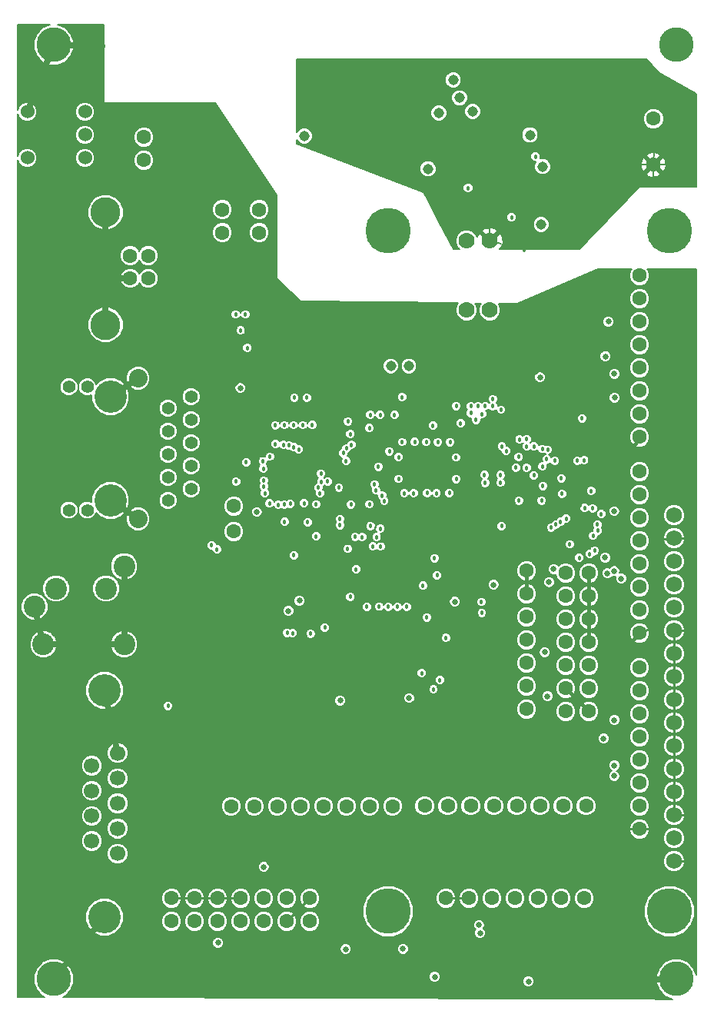
<source format=gbr>
G04 (created by PCBNEW-RS274X (2010-03-14)-final) date Wed 26 Oct 2011 11:50:53 AM EDT*
G01*
G70*
G90*
%MOIN*%
G04 Gerber Fmt 3.4, Leading zero omitted, Abs format*
%FSLAX34Y34*%
G04 APERTURE LIST*
%ADD10C,0.001000*%
%ADD11C,0.150000*%
%ADD12C,0.063000*%
%ADD13C,0.129900*%
%ADD14C,0.060000*%
%ADD15C,0.094500*%
%ADD16C,0.140000*%
%ADD17C,0.066900*%
%ADD18C,0.068900*%
%ADD19C,0.196900*%
%ADD20C,0.080000*%
%ADD21C,0.055000*%
%ADD22C,0.070000*%
%ADD23C,0.018000*%
%ADD24C,0.025000*%
%ADD25C,0.045000*%
%ADD26C,0.015000*%
%ADD27C,0.010000*%
%ADD28C,0.025000*%
%ADD29C,0.008000*%
%ADD30C,0.005000*%
%ADD31C,0.007000*%
G04 APERTURE END LIST*
G54D10*
G54D11*
X18000Y-32000D03*
X-09000Y08500D03*
X18000Y08500D03*
X-09000Y-32000D03*
G54D12*
X-05100Y03500D03*
X-05100Y04500D03*
X-01699Y01364D03*
X-01699Y00364D03*
X-00099Y01364D03*
X-00099Y00364D03*
X11500Y-14300D03*
X11500Y-15300D03*
X11500Y-16300D03*
X11500Y-17300D03*
X11500Y-18300D03*
X11500Y-19300D03*
X11500Y-20300D03*
X14200Y-20400D03*
X13200Y-20400D03*
X14200Y-19400D03*
X13200Y-19400D03*
X14200Y-18400D03*
X13200Y-18400D03*
X14200Y-17400D03*
X13200Y-17400D03*
X14200Y-16400D03*
X13200Y-16400D03*
X14200Y-15400D03*
X13200Y-15400D03*
X14200Y-14400D03*
X13200Y-14400D03*
X16400Y-01500D03*
X16400Y-02500D03*
X16400Y-04500D03*
X16400Y-05500D03*
X16400Y-06500D03*
X16400Y-07500D03*
X16400Y-08500D03*
X16400Y-03500D03*
X16400Y-10000D03*
X16400Y-11000D03*
X16400Y-13000D03*
X16400Y-14000D03*
X16400Y-15000D03*
X16400Y-16000D03*
X16400Y-17000D03*
X16400Y-12000D03*
X16400Y-18500D03*
X16400Y-19500D03*
X16400Y-21500D03*
X16400Y-22500D03*
X16400Y-23500D03*
X16400Y-24500D03*
X16400Y-25500D03*
X16400Y-20500D03*
G54D13*
X-06760Y01241D03*
X-06760Y-03641D03*
G54D12*
X-05693Y-00637D03*
X-04906Y-00637D03*
X-04906Y-01621D03*
X-05693Y-01621D03*
G54D14*
X-07650Y03600D03*
X-07650Y04600D03*
X-07650Y05600D03*
X-10150Y05600D03*
X-10150Y03600D03*
G54D15*
X-09849Y-15859D03*
X-08904Y-15072D03*
X-06739Y-15072D03*
X-05951Y-14107D03*
X-05951Y-17493D03*
X-09455Y-17493D03*
G54D12*
X03690Y-24510D03*
X04690Y-24510D03*
X05690Y-24510D03*
X02690Y-24510D03*
X01690Y-24510D03*
X00690Y-24510D03*
X-00310Y-24510D03*
X-01310Y-24510D03*
X14083Y-24496D03*
X13083Y-24496D03*
X12083Y-24496D03*
X11083Y-24496D03*
X10083Y-24496D03*
X09083Y-24496D03*
X08083Y-24496D03*
X07083Y-24496D03*
G54D16*
X-06800Y-19480D03*
G54D17*
X-06241Y-22206D03*
X-06241Y-23297D03*
X-06241Y-24387D03*
X-06241Y-25478D03*
X-06241Y-26569D03*
X-07359Y-22752D03*
X-07359Y-23842D03*
X-07359Y-24933D03*
X-07359Y-26023D03*
G54D16*
X-06800Y-29319D03*
G54D18*
X17900Y-26898D03*
X17900Y-25898D03*
X17900Y-24898D03*
X17900Y-23898D03*
X17900Y-22898D03*
X17900Y-21898D03*
X17900Y-20898D03*
X17900Y-19898D03*
X17900Y-18898D03*
X17900Y-17898D03*
X17900Y-16898D03*
X17900Y-15898D03*
X17900Y-14898D03*
X17900Y-13898D03*
X17900Y-12898D03*
X17900Y-11898D03*
G54D19*
X17703Y-29063D03*
X05498Y-29063D03*
X05498Y00464D03*
X17703Y00464D03*
G54D12*
X02100Y-28500D03*
X02100Y-29500D03*
X01100Y-28500D03*
X01100Y-29500D03*
X00100Y-28500D03*
X00100Y-29500D03*
X-00900Y-28500D03*
X-00900Y-29500D03*
X-01900Y-28500D03*
X-01900Y-29500D03*
X-02900Y-28500D03*
X-02900Y-29500D03*
X-03900Y-28500D03*
X-03900Y-29500D03*
X08000Y-28500D03*
X09000Y-28500D03*
X10000Y-28500D03*
X11000Y-28500D03*
X12000Y-28500D03*
X13000Y-28500D03*
X14000Y-28500D03*
G54D16*
X-06550Y-06750D03*
X-06550Y-11250D03*
G54D20*
X-05350Y-05950D03*
X-05350Y-12050D03*
G54D21*
X-07550Y-06330D03*
X-08350Y-06330D03*
X-07550Y-11670D03*
X-08350Y-11670D03*
X-03050Y-06750D03*
X-04050Y-07250D03*
X-03050Y-07750D03*
X-04050Y-08250D03*
X-03050Y-08750D03*
X-04050Y-09250D03*
X-03050Y-09750D03*
X-04050Y-10250D03*
X-03050Y-10750D03*
X-04050Y-11250D03*
G54D22*
X08900Y-03000D03*
X09900Y-03000D03*
X09900Y00000D03*
X08900Y00000D03*
G54D12*
X17000Y05300D03*
X17000Y03300D03*
X-01200Y-11500D03*
X-01200Y-12600D03*
G54D23*
X03859Y-08377D03*
X01854Y-11374D03*
X14014Y-11576D03*
X10421Y-12362D03*
X04107Y-14237D03*
X04573Y-15863D03*
X00101Y-10385D03*
X01251Y-11401D03*
X00367Y-09353D03*
X01615Y-09038D03*
X-00662Y-09598D03*
X00601Y-07989D03*
X00998Y-07986D03*
X01395Y-07986D03*
X01799Y-07986D03*
X04969Y-10816D03*
X02539Y-10943D03*
G54D24*
X15297Y-23200D03*
X15603Y-14641D03*
X15320Y-06792D03*
G54D23*
X13784Y-13740D03*
X07999Y-17215D03*
X05901Y-15859D03*
X07503Y-13755D03*
X07177Y-16324D03*
G54D24*
X15309Y-05761D03*
X15301Y-14316D03*
X15305Y-22738D03*
G54D23*
X09563Y-16121D03*
X06302Y-15863D03*
X04731Y-12368D03*
X14739Y-11844D03*
X05160Y-12475D03*
X14368Y-11601D03*
X03857Y-15435D03*
X03740Y-13351D03*
X04997Y-12836D03*
X14574Y-12301D03*
X02754Y-16764D03*
X02132Y-17025D03*
X04067Y-12823D03*
X14459Y-13424D03*
X05169Y-13251D03*
X14383Y-12787D03*
X04833Y-13240D03*
X14589Y-12561D03*
X04367Y-12837D03*
X14244Y-13571D03*
X04693Y-11418D03*
X01353Y-17011D03*
X03883Y-11425D03*
X01119Y-16989D03*
X02476Y-10696D03*
X04910Y-10552D03*
X03757Y-07821D03*
X02595Y-10439D03*
X05231Y-11040D03*
X-02163Y-13200D03*
X00112Y-10638D03*
X03902Y-08837D03*
X00998Y-11428D03*
X02372Y-11420D03*
X03676Y-09546D03*
X00734Y-11447D03*
X03549Y-09199D03*
X00348Y-11383D03*
X00150Y-10936D03*
X03690Y-08994D03*
X12187Y-09020D03*
X09390Y-07153D03*
X09544Y-15652D03*
G54D24*
X14922Y-05004D03*
X14912Y-13729D03*
X15010Y-14409D03*
X14840Y-21580D03*
G54D23*
X05501Y-15868D03*
X11158Y-09369D03*
X09309Y-07757D03*
X05104Y-15854D03*
X07615Y-14498D03*
X06956Y-18737D03*
X09084Y-07468D03*
X11813Y-10162D03*
X11035Y-09829D03*
X09090Y-07165D03*
G54D24*
X12674Y-14225D03*
G54D23*
X05330Y-11278D03*
X-01927Y-13379D03*
X02587Y-10085D03*
X02878Y-10435D03*
G54D24*
X12472Y-14791D03*
G54D23*
X11882Y03663D03*
G54D25*
X11648Y04597D03*
X12139Y00713D03*
X12198Y03226D03*
G54D24*
X-00907Y-06384D03*
G54D25*
X06396Y-05431D03*
X05614Y-05422D03*
G54D23*
X-00698Y-08993D03*
G54D24*
X-00309Y-03381D03*
X-00307Y-03688D03*
X-01492Y-03688D03*
X-01500Y-03378D03*
X-00899Y-02621D03*
X-00903Y-01844D03*
X-00899Y-01015D03*
X-00888Y-00336D03*
G54D23*
X-01097Y-04396D03*
G54D24*
X10098Y-17261D03*
X10691Y-17834D03*
G54D23*
X12597Y-06065D03*
X13198Y-06013D03*
X12035Y-06392D03*
G54D25*
X05501Y-04794D03*
G54D24*
X-02264Y-30549D03*
X05399Y-31016D03*
X04392Y-31013D03*
X06687Y-31888D03*
X11298Y-30397D03*
X10266Y-29399D03*
G54D25*
X-02102Y05592D03*
X-04044Y05582D03*
G54D23*
X07753Y-05296D03*
X09896Y-03927D03*
X09986Y-06120D03*
G54D25*
X06375Y-26692D03*
X14599Y-26688D03*
X-01795Y-26712D03*
G54D24*
X11583Y-31700D03*
X03891Y-29550D03*
G54D23*
X01299Y-09872D03*
X01622Y-10194D03*
X00946Y-10209D03*
X01295Y-10554D03*
X02841Y-09170D03*
X02877Y-08093D03*
X03303Y-06907D03*
X00868Y-06397D03*
G54D24*
X00721Y-15281D03*
X-00491Y-14328D03*
X00897Y-13604D03*
G54D23*
X01830Y-13195D03*
G54D24*
X07489Y-16159D03*
X02550Y-15603D03*
X02389Y-13744D03*
G54D23*
X01504Y-12197D03*
X04362Y-06820D03*
X06097Y-07539D03*
X07355Y-07494D03*
X06967Y-08015D03*
X05091Y-08619D03*
X05519Y-09788D03*
X05498Y-10364D03*
X07196Y-10307D03*
X06576Y-09995D03*
X06570Y-09357D03*
X07196Y-09372D03*
X07827Y-09385D03*
X06570Y-10307D03*
X07837Y-10314D03*
X07821Y-09688D03*
X06877Y-09679D03*
X07199Y-09998D03*
X07199Y-09998D03*
X07514Y-09995D03*
X07199Y-09685D03*
G54D24*
X07693Y-06297D03*
X12269Y-17039D03*
X00843Y-18003D03*
X03555Y-17528D03*
X06178Y-17956D03*
X03597Y-20667D03*
X06841Y-20401D03*
X05992Y-19419D03*
X-01960Y-20492D03*
X-03739Y-20142D03*
X-02240Y-23601D03*
X02888Y-19373D03*
G54D23*
X04189Y-13215D03*
X04687Y-08734D03*
X10404Y-12968D03*
X10336Y-06858D03*
X01397Y-07583D03*
X13821Y-11445D03*
X13054Y-11337D03*
X12159Y-10973D03*
X13008Y-10625D03*
X12173Y-10231D03*
X12971Y-09944D03*
X13862Y-08527D03*
X13359Y-13590D03*
G54D24*
X15030Y-01497D03*
X15305Y-10695D03*
X15296Y-12718D03*
X15305Y-18186D03*
X15324Y-21195D03*
X-00291Y-12766D03*
G54D23*
X00201Y-12175D03*
X-03586Y-18200D03*
X00556Y-07402D03*
X-00049Y-08250D03*
G54D24*
X15301Y-10249D03*
X08897Y-10345D03*
G54D23*
X-00397Y-11222D03*
X-00716Y-10603D03*
G54D24*
X15079Y-04499D03*
X08113Y-19699D03*
X-03995Y-23838D03*
G54D23*
X04031Y-07951D03*
G54D24*
X07765Y-11498D03*
X-00100Y-04527D03*
G54D25*
X08540Y04021D03*
X10989Y06038D03*
X11615Y05592D03*
X08040Y04408D03*
X13699Y00604D03*
G54D23*
X11401Y-00390D03*
X10199Y03801D03*
G54D25*
X02819Y04567D03*
X11600Y01198D03*
G54D23*
X03407Y-12322D03*
X11498Y-09843D03*
X09568Y-07504D03*
X09698Y-10490D03*
X12563Y-12421D03*
X10366Y-10485D03*
X12973Y-12183D03*
X05071Y-09790D03*
X09672Y-10147D03*
X12768Y-12296D03*
X10369Y-10148D03*
X13215Y-12038D03*
X05549Y-09121D03*
X01968Y-06794D03*
X07739Y-19041D03*
X-00903Y-03882D03*
X-01113Y-03187D03*
X-00693Y-03187D03*
X-00609Y-04641D03*
X09711Y-07153D03*
X13702Y-09532D03*
X10428Y-08906D03*
X13997Y-09507D03*
X11821Y-08904D03*
X10031Y-06855D03*
X11509Y-08911D03*
X10033Y-07166D03*
X11503Y-08594D03*
X10395Y-07320D03*
X12727Y-09535D03*
X08643Y-07911D03*
X12420Y-09053D03*
X10616Y-09103D03*
X12376Y-09466D03*
X08454Y-07156D03*
X01186Y-08868D03*
X03407Y-12059D03*
X00062Y-09551D03*
X00611Y-08805D03*
G54D24*
X09481Y-30011D03*
G54D23*
X00958Y-08836D03*
X01408Y-08937D03*
G54D24*
X09431Y-29658D03*
G54D23*
X00090Y-09880D03*
X10847Y01023D03*
X08968Y02296D03*
G54D25*
X07228Y03127D03*
X01853Y04547D03*
X08317Y06990D03*
X09164Y05618D03*
X08596Y06202D03*
X07703Y05556D03*
G54D23*
X06650Y-08717D03*
X07153Y-08719D03*
X07656Y-08723D03*
X08184Y-08724D03*
X06099Y-08720D03*
X08436Y-09385D03*
X05949Y-09371D03*
X07438Y-08009D03*
X-01101Y-10431D03*
X11194Y-08609D03*
X12159Y-11257D03*
X12205Y-10622D03*
X12192Y-09779D03*
X13035Y-10961D03*
X13003Y-10292D03*
X11166Y-11258D03*
X06195Y-10942D03*
X06601Y-10939D03*
X07192Y-10928D03*
X07596Y-10945D03*
X08150Y-10928D03*
X05948Y-10320D03*
X08450Y-10323D03*
X03361Y-10690D03*
X02003Y-12197D03*
X02378Y-12809D03*
G54D24*
X01168Y-16036D03*
X01652Y-15599D03*
G54D23*
X07003Y-14950D03*
G54D24*
X10064Y-14904D03*
X08390Y-15646D03*
X12292Y-17833D03*
X12409Y-19741D03*
G54D23*
X13371Y-13152D03*
X02208Y-07983D03*
X01429Y-06793D03*
G54D24*
X03413Y-19926D03*
X06404Y-19820D03*
G54D23*
X13904Y-07692D03*
X14299Y-10842D03*
X01003Y-12179D03*
X01412Y-13634D03*
X07461Y-19450D03*
X-04051Y-20158D03*
G54D24*
X15053Y-03499D03*
X15300Y-11719D03*
X15306Y-20776D03*
G54D23*
X04688Y-08114D03*
X04727Y-07545D03*
X05154Y-07546D03*
X05774Y-07546D03*
X06098Y-06771D03*
G54D24*
X-00202Y-11752D03*
X00099Y-27145D03*
X07519Y-31907D03*
X11580Y-32104D03*
X12087Y-05914D03*
X-01877Y-30432D03*
X06137Y-30694D03*
X03657Y-30703D03*
G54D26*
X16400Y-08500D02*
X16021Y-09123D01*
X16400Y-17000D02*
X15923Y-17521D01*
X14200Y-20400D02*
X13200Y-19400D01*
X14200Y-17400D02*
X14200Y-16400D01*
X14200Y-16400D02*
X14200Y-14400D01*
X11500Y-14300D02*
X11500Y-15300D01*
G54D27*
X17900Y-26898D02*
X18561Y-26876D01*
X17900Y-24898D02*
X18546Y-24885D01*
X17900Y-24898D02*
X17900Y-23898D01*
X17900Y-23898D02*
X17900Y-22898D01*
X17900Y-22898D02*
X17900Y-21898D01*
X17900Y-21898D02*
X17900Y-20898D01*
X17900Y-20898D02*
X17900Y-19898D01*
X17900Y-19898D02*
X17900Y-18898D01*
X17900Y-18898D02*
X17900Y-17898D01*
X17900Y-17898D02*
X17900Y-16898D01*
X17900Y-16898D02*
X18569Y-16901D01*
X17899Y-12898D02*
X18546Y-12887D01*
X17899Y-12898D02*
X17231Y-12910D01*
G54D28*
X-09000Y08500D02*
X-10150Y05600D01*
X-09000Y08500D02*
X-06910Y08433D01*
X-06760Y01241D02*
X-06760Y-03641D01*
X-05693Y-01621D02*
X-06760Y-01635D01*
X-05350Y-05950D02*
X-06550Y-06750D01*
X-06550Y-11250D02*
X-05350Y-12050D01*
X-05951Y-14107D02*
X-05951Y-17493D01*
X-05951Y-17493D02*
X-09455Y-17493D01*
X-09455Y-17493D02*
X-09849Y-15859D01*
X-06800Y-19480D02*
X-06241Y-22206D01*
X-06800Y-29319D02*
X-09000Y-32000D01*
X18000Y-32000D02*
X14407Y-32109D01*
G54D27*
X16400Y-25500D02*
X15608Y-25502D01*
X16400Y-25500D02*
X17118Y-25479D01*
X-03900Y-28500D02*
X-02900Y-28500D01*
X-03044Y-28500D02*
X-01900Y-28500D01*
X-01900Y-28500D02*
X-00900Y-28500D01*
X01100Y-29500D02*
X02100Y-28500D01*
X08000Y-28500D02*
X09000Y-28500D01*
X18569Y-16901D02*
X18546Y-12887D01*
X17231Y-12910D02*
X17153Y-16702D01*
X17153Y-16702D02*
X16400Y-17000D01*
G54D29*
X17000Y03300D02*
X17017Y03988D01*
X17000Y03300D02*
X17674Y03308D01*
X17000Y03300D02*
X16986Y02565D01*
X17000Y03300D02*
X16265Y03304D01*
X09900Y00000D02*
X09883Y00578D01*
X09900Y00000D02*
X10382Y-00125D01*
G54D10*
G36*
X17814Y-32870D02*
X17504Y-32741D01*
X17258Y-32495D01*
X17125Y-32173D01*
X17125Y-31825D01*
X17259Y-31504D01*
X17505Y-31258D01*
X17827Y-31125D01*
X17922Y-31125D01*
X17922Y-30171D01*
X17481Y-30170D01*
X17074Y-30001D01*
X16763Y-29689D01*
X16595Y-29282D01*
X16596Y-28841D01*
X16765Y-28434D01*
X17077Y-28123D01*
X17484Y-27955D01*
X17806Y-27955D01*
X17806Y-27367D01*
X17634Y-27295D01*
X17502Y-27163D01*
X17431Y-26991D01*
X17431Y-26804D01*
X17503Y-26632D01*
X17635Y-26500D01*
X17806Y-26429D01*
X17806Y-26367D01*
X17634Y-26295D01*
X17502Y-26163D01*
X17431Y-25991D01*
X17431Y-25804D01*
X17503Y-25632D01*
X17635Y-25500D01*
X17806Y-25429D01*
X17806Y-25367D01*
X17634Y-25295D01*
X17502Y-25163D01*
X17431Y-24991D01*
X17431Y-24804D01*
X17503Y-24632D01*
X17635Y-24500D01*
X17806Y-24429D01*
X17806Y-24367D01*
X17634Y-24295D01*
X17502Y-24163D01*
X17431Y-23991D01*
X17431Y-23804D01*
X17503Y-23632D01*
X17635Y-23500D01*
X17806Y-23429D01*
X17806Y-23367D01*
X17634Y-23295D01*
X17502Y-23163D01*
X17431Y-22991D01*
X17431Y-22804D01*
X17503Y-22632D01*
X17635Y-22500D01*
X17806Y-22429D01*
X17806Y-22367D01*
X17634Y-22295D01*
X17502Y-22163D01*
X17431Y-21991D01*
X17431Y-21804D01*
X17503Y-21632D01*
X17635Y-21500D01*
X17806Y-21429D01*
X17806Y-21367D01*
X17634Y-21295D01*
X17502Y-21163D01*
X17431Y-20991D01*
X17431Y-20804D01*
X17503Y-20632D01*
X17635Y-20500D01*
X17806Y-20429D01*
X17806Y-20367D01*
X17634Y-20295D01*
X17502Y-20163D01*
X17431Y-19991D01*
X17431Y-19804D01*
X17503Y-19632D01*
X17635Y-19500D01*
X17806Y-19429D01*
X17806Y-19367D01*
X17634Y-19295D01*
X17502Y-19163D01*
X17431Y-18991D01*
X17431Y-18804D01*
X17503Y-18632D01*
X17635Y-18500D01*
X17806Y-18429D01*
X17806Y-18367D01*
X17634Y-18295D01*
X17502Y-18163D01*
X17431Y-17991D01*
X17431Y-17804D01*
X17503Y-17632D01*
X17635Y-17500D01*
X17806Y-17429D01*
X17806Y-17367D01*
X17634Y-17295D01*
X17502Y-17163D01*
X17431Y-16991D01*
X17431Y-16804D01*
X17503Y-16632D01*
X17635Y-16500D01*
X17806Y-16429D01*
X17806Y-16367D01*
X17634Y-16295D01*
X17502Y-16163D01*
X17431Y-15991D01*
X17431Y-15804D01*
X17503Y-15632D01*
X17635Y-15500D01*
X17806Y-15429D01*
X17806Y-15367D01*
X17634Y-15295D01*
X17502Y-15163D01*
X17431Y-14991D01*
X17431Y-14804D01*
X17503Y-14632D01*
X17635Y-14500D01*
X17806Y-14429D01*
X17806Y-14367D01*
X17634Y-14295D01*
X17502Y-14163D01*
X17431Y-13991D01*
X17431Y-13804D01*
X17503Y-13632D01*
X17635Y-13500D01*
X17806Y-13429D01*
X17806Y-13367D01*
X17634Y-13295D01*
X17502Y-13163D01*
X17431Y-12991D01*
X17431Y-12804D01*
X17503Y-12632D01*
X17635Y-12500D01*
X17806Y-12429D01*
X17806Y-12367D01*
X17634Y-12295D01*
X17502Y-12163D01*
X17431Y-11991D01*
X17431Y-11804D01*
X17503Y-11632D01*
X17635Y-11500D01*
X17807Y-11429D01*
X17994Y-11429D01*
X18166Y-11501D01*
X18298Y-11633D01*
X18369Y-11805D01*
X18369Y-11992D01*
X18297Y-12164D01*
X18165Y-12296D01*
X17993Y-12367D01*
X17806Y-12367D01*
X17806Y-12429D01*
X17807Y-12429D01*
X17994Y-12429D01*
X18166Y-12501D01*
X18298Y-12633D01*
X18369Y-12805D01*
X18369Y-12992D01*
X18297Y-13164D01*
X18165Y-13296D01*
X17993Y-13367D01*
X17806Y-13367D01*
X17806Y-13429D01*
X17807Y-13429D01*
X17994Y-13429D01*
X18166Y-13501D01*
X18298Y-13633D01*
X18369Y-13805D01*
X18369Y-13992D01*
X18297Y-14164D01*
X18165Y-14296D01*
X17993Y-14367D01*
X17806Y-14367D01*
X17806Y-14429D01*
X17807Y-14429D01*
X17994Y-14429D01*
X18166Y-14501D01*
X18298Y-14633D01*
X18369Y-14805D01*
X18369Y-14992D01*
X18297Y-15164D01*
X18165Y-15296D01*
X17993Y-15367D01*
X17806Y-15367D01*
X17806Y-15429D01*
X17807Y-15429D01*
X17994Y-15429D01*
X18166Y-15501D01*
X18298Y-15633D01*
X18369Y-15805D01*
X18369Y-15992D01*
X18297Y-16164D01*
X18165Y-16296D01*
X17993Y-16367D01*
X17806Y-16367D01*
X17806Y-16429D01*
X17807Y-16429D01*
X17994Y-16429D01*
X18166Y-16501D01*
X18298Y-16633D01*
X18369Y-16805D01*
X18369Y-16992D01*
X18297Y-17164D01*
X18165Y-17296D01*
X17993Y-17367D01*
X17806Y-17367D01*
X17806Y-17429D01*
X17807Y-17429D01*
X17994Y-17429D01*
X18166Y-17501D01*
X18298Y-17633D01*
X18369Y-17805D01*
X18369Y-17992D01*
X18297Y-18164D01*
X18165Y-18296D01*
X17993Y-18367D01*
X17806Y-18367D01*
X17806Y-18429D01*
X17807Y-18429D01*
X17994Y-18429D01*
X18166Y-18501D01*
X18298Y-18633D01*
X18369Y-18805D01*
X18369Y-18992D01*
X18297Y-19164D01*
X18165Y-19296D01*
X17993Y-19367D01*
X17806Y-19367D01*
X17806Y-19429D01*
X17807Y-19429D01*
X17994Y-19429D01*
X18166Y-19501D01*
X18298Y-19633D01*
X18369Y-19805D01*
X18369Y-19992D01*
X18297Y-20164D01*
X18165Y-20296D01*
X17993Y-20367D01*
X17806Y-20367D01*
X17806Y-20429D01*
X17807Y-20429D01*
X17994Y-20429D01*
X18166Y-20501D01*
X18298Y-20633D01*
X18369Y-20805D01*
X18369Y-20992D01*
X18297Y-21164D01*
X18165Y-21296D01*
X17993Y-21367D01*
X17806Y-21367D01*
X17806Y-21429D01*
X17807Y-21429D01*
X17994Y-21429D01*
X18166Y-21501D01*
X18298Y-21633D01*
X18369Y-21805D01*
X18369Y-21992D01*
X18297Y-22164D01*
X18165Y-22296D01*
X17993Y-22367D01*
X17806Y-22367D01*
X17806Y-22429D01*
X17807Y-22429D01*
X17994Y-22429D01*
X18166Y-22501D01*
X18298Y-22633D01*
X18369Y-22805D01*
X18369Y-22992D01*
X18297Y-23164D01*
X18165Y-23296D01*
X17993Y-23367D01*
X17806Y-23367D01*
X17806Y-23429D01*
X17807Y-23429D01*
X17994Y-23429D01*
X18166Y-23501D01*
X18298Y-23633D01*
X18369Y-23805D01*
X18369Y-23992D01*
X18297Y-24164D01*
X18165Y-24296D01*
X17993Y-24367D01*
X17806Y-24367D01*
X17806Y-24429D01*
X17807Y-24429D01*
X17994Y-24429D01*
X18166Y-24501D01*
X18298Y-24633D01*
X18369Y-24805D01*
X18369Y-24992D01*
X18297Y-25164D01*
X18165Y-25296D01*
X17993Y-25367D01*
X17806Y-25367D01*
X17806Y-25429D01*
X17807Y-25429D01*
X17994Y-25429D01*
X18166Y-25501D01*
X18298Y-25633D01*
X18369Y-25805D01*
X18369Y-25992D01*
X18297Y-26164D01*
X18165Y-26296D01*
X17993Y-26367D01*
X17806Y-26367D01*
X17806Y-26429D01*
X17807Y-26429D01*
X17994Y-26429D01*
X18166Y-26501D01*
X18298Y-26633D01*
X18369Y-26805D01*
X18369Y-26992D01*
X18297Y-27164D01*
X18165Y-27296D01*
X17993Y-27367D01*
X17806Y-27367D01*
X17806Y-27955D01*
X17925Y-27956D01*
X18332Y-28125D01*
X18643Y-28437D01*
X18811Y-28844D01*
X18810Y-29285D01*
X18641Y-29692D01*
X18329Y-30003D01*
X17922Y-30171D01*
X17922Y-31125D01*
X18175Y-31125D01*
X18496Y-31259D01*
X18742Y-31505D01*
X18875Y-31827D01*
X18875Y-01225D01*
X16744Y-01224D01*
X16772Y-01252D01*
X16839Y-01413D01*
X16839Y-01588D01*
X16772Y-01749D01*
X16648Y-01872D01*
X16487Y-01939D01*
X16312Y-01939D01*
X16151Y-01872D01*
X16028Y-01748D01*
X15961Y-01587D01*
X15961Y-01412D01*
X16028Y-01251D01*
X16054Y-01224D01*
X14605Y-01224D01*
X11105Y-02725D01*
X10288Y-02716D01*
X10303Y-02731D01*
X10375Y-02906D01*
X10375Y-03095D01*
X10302Y-03269D01*
X10169Y-03403D01*
X09994Y-03475D01*
X09805Y-03475D01*
X09631Y-03402D01*
X09497Y-03269D01*
X09425Y-03094D01*
X09425Y-02905D01*
X09498Y-02731D01*
X09520Y-02708D01*
X09277Y-02705D01*
X09303Y-02731D01*
X09375Y-02906D01*
X09375Y-03095D01*
X09302Y-03269D01*
X09169Y-03403D01*
X08994Y-03475D01*
X08805Y-03475D01*
X08631Y-03402D01*
X08497Y-03269D01*
X08425Y-03094D01*
X08425Y-02905D01*
X08498Y-02731D01*
X08531Y-02697D01*
X01689Y-02624D01*
X00675Y-01610D01*
X00675Y01992D01*
X-02013Y05975D01*
X-06825Y05975D01*
X-06825Y09375D01*
X-08825Y09375D01*
X-08504Y09241D01*
X-08258Y08995D01*
X-08125Y08673D01*
X-08125Y08325D01*
X-08259Y08004D01*
X-08505Y07758D01*
X-08827Y07625D01*
X-09175Y07625D01*
X-09496Y07759D01*
X-09742Y08005D01*
X-09875Y08327D01*
X-09875Y08675D01*
X-09741Y08996D01*
X-09495Y09242D01*
X-09173Y09375D01*
X-10575Y09375D01*
X-10575Y05685D01*
X-10510Y05841D01*
X-10390Y05961D01*
X-10234Y06025D01*
X-10065Y06025D01*
X-09909Y05960D01*
X-09789Y05840D01*
X-09725Y05684D01*
X-09725Y05515D01*
X-09790Y05359D01*
X-09910Y05239D01*
X-10066Y05175D01*
X-10235Y05175D01*
X-10391Y05240D01*
X-10511Y05360D01*
X-10575Y05516D01*
X-10575Y03685D01*
X-10510Y03841D01*
X-10390Y03961D01*
X-10234Y04025D01*
X-10065Y04025D01*
X-09909Y03960D01*
X-09789Y03840D01*
X-09725Y03684D01*
X-09725Y03515D01*
X-09790Y03359D01*
X-09910Y03239D01*
X-10066Y03175D01*
X-10235Y03175D01*
X-10391Y03240D01*
X-10511Y03360D01*
X-10575Y03516D01*
X-10575Y-32775D01*
X-09405Y-32778D01*
X-09496Y-32741D01*
X-09742Y-32495D01*
X-09875Y-32173D01*
X-09875Y-31825D01*
X-09741Y-31504D01*
X-09574Y-31337D01*
X-09574Y-18089D01*
X-09793Y-17998D01*
X-09960Y-17830D01*
X-10051Y-17611D01*
X-10051Y-17374D01*
X-09968Y-17174D01*
X-09968Y-16455D01*
X-10187Y-16364D01*
X-10354Y-16196D01*
X-10445Y-15977D01*
X-10445Y-15740D01*
X-10354Y-15521D01*
X-10186Y-15354D01*
X-09967Y-15263D01*
X-09730Y-15263D01*
X-09511Y-15354D01*
X-09344Y-15522D01*
X-09253Y-15741D01*
X-09253Y-15978D01*
X-09344Y-16197D01*
X-09512Y-16364D01*
X-09731Y-16455D01*
X-09968Y-16455D01*
X-09968Y-17174D01*
X-09960Y-17155D01*
X-09792Y-16988D01*
X-09573Y-16897D01*
X-09336Y-16897D01*
X-09117Y-16988D01*
X-09023Y-17082D01*
X-09023Y-15668D01*
X-09242Y-15577D01*
X-09409Y-15409D01*
X-09500Y-15190D01*
X-09500Y-14953D01*
X-09409Y-14734D01*
X-09241Y-14567D01*
X-09022Y-14476D01*
X-08785Y-14476D01*
X-08566Y-14567D01*
X-08430Y-14703D01*
X-08430Y-12069D01*
X-08576Y-12008D01*
X-08688Y-11896D01*
X-08749Y-11749D01*
X-08749Y-11590D01*
X-08688Y-11444D01*
X-08576Y-11332D01*
X-08430Y-11271D01*
X-08430Y-06729D01*
X-08576Y-06668D01*
X-08688Y-06556D01*
X-08749Y-06409D01*
X-08749Y-06250D01*
X-08688Y-06104D01*
X-08576Y-05992D01*
X-08429Y-05931D01*
X-08270Y-05931D01*
X-08124Y-05992D01*
X-08012Y-06104D01*
X-07951Y-06251D01*
X-07951Y-06410D01*
X-08012Y-06556D01*
X-08124Y-06668D01*
X-08271Y-06729D01*
X-08430Y-06729D01*
X-08430Y-11271D01*
X-08429Y-11271D01*
X-08270Y-11271D01*
X-08124Y-11332D01*
X-08012Y-11444D01*
X-07951Y-11591D01*
X-07951Y-11750D01*
X-08012Y-11896D01*
X-08124Y-12008D01*
X-08271Y-12069D01*
X-08430Y-12069D01*
X-08430Y-14703D01*
X-08399Y-14735D01*
X-08308Y-14954D01*
X-08308Y-15191D01*
X-08399Y-15410D01*
X-08567Y-15577D01*
X-08786Y-15668D01*
X-09023Y-15668D01*
X-09023Y-17082D01*
X-08950Y-17156D01*
X-08859Y-17375D01*
X-08859Y-17612D01*
X-08950Y-17831D01*
X-09118Y-17998D01*
X-09337Y-18089D01*
X-09574Y-18089D01*
X-09574Y-31337D01*
X-09495Y-31258D01*
X-09173Y-31125D01*
X-08825Y-31125D01*
X-08504Y-31259D01*
X-08258Y-31505D01*
X-08125Y-31827D01*
X-08125Y-32175D01*
X-08259Y-32496D01*
X-08505Y-32742D01*
X-08600Y-32781D01*
X-06965Y-32787D01*
X-06965Y-30144D01*
X-07268Y-30018D01*
X-07500Y-29785D01*
X-07625Y-29482D01*
X-07625Y-29154D01*
X-07499Y-28851D01*
X-07450Y-28802D01*
X-07450Y-26481D01*
X-07619Y-26411D01*
X-07747Y-26282D01*
X-07817Y-26114D01*
X-07817Y-25932D01*
X-07747Y-25763D01*
X-07618Y-25635D01*
X-07450Y-25565D01*
X-07450Y-25391D01*
X-07619Y-25321D01*
X-07747Y-25192D01*
X-07817Y-25024D01*
X-07817Y-24842D01*
X-07747Y-24673D01*
X-07618Y-24545D01*
X-07450Y-24475D01*
X-07450Y-24300D01*
X-07619Y-24230D01*
X-07747Y-24101D01*
X-07817Y-23933D01*
X-07817Y-23751D01*
X-07747Y-23582D01*
X-07618Y-23454D01*
X-07450Y-23384D01*
X-07450Y-23210D01*
X-07619Y-23140D01*
X-07747Y-23011D01*
X-07817Y-22843D01*
X-07817Y-22661D01*
X-07747Y-22492D01*
X-07618Y-22364D01*
X-07450Y-22294D01*
X-07268Y-22294D01*
X-07099Y-22364D01*
X-06971Y-22493D01*
X-06965Y-22507D01*
X-06965Y-20305D01*
X-07268Y-20179D01*
X-07500Y-19946D01*
X-07625Y-19643D01*
X-07625Y-19315D01*
X-07499Y-19012D01*
X-07266Y-18780D01*
X-06963Y-18655D01*
X-06858Y-18655D01*
X-06858Y-15668D01*
X-07077Y-15577D01*
X-07244Y-15409D01*
X-07335Y-15190D01*
X-07335Y-14953D01*
X-07244Y-14734D01*
X-07076Y-14567D01*
X-06857Y-14476D01*
X-06715Y-14476D01*
X-06715Y-12075D01*
X-07018Y-11949D01*
X-07170Y-11796D01*
X-07212Y-11896D01*
X-07324Y-12008D01*
X-07471Y-12069D01*
X-07630Y-12069D01*
X-07776Y-12008D01*
X-07888Y-11896D01*
X-07949Y-11749D01*
X-07949Y-11590D01*
X-07888Y-11444D01*
X-07776Y-11332D01*
X-07629Y-11271D01*
X-07470Y-11271D01*
X-07375Y-11310D01*
X-07375Y-11085D01*
X-07249Y-10782D01*
X-07016Y-10550D01*
X-06715Y-10425D01*
X-06715Y-07575D01*
X-07018Y-07449D01*
X-07250Y-07216D01*
X-07375Y-06913D01*
X-07375Y-06689D01*
X-07471Y-06729D01*
X-07630Y-06729D01*
X-07776Y-06668D01*
X-07888Y-06556D01*
X-07949Y-06409D01*
X-07949Y-06250D01*
X-07888Y-06104D01*
X-07776Y-05992D01*
X-07735Y-05974D01*
X-07735Y03175D01*
X-07891Y03240D01*
X-08011Y03360D01*
X-08075Y03516D01*
X-08075Y03685D01*
X-08010Y03841D01*
X-07890Y03961D01*
X-07735Y04024D01*
X-07735Y04175D01*
X-07891Y04240D01*
X-08011Y04360D01*
X-08075Y04516D01*
X-08075Y04685D01*
X-08010Y04841D01*
X-07890Y04961D01*
X-07735Y05024D01*
X-07735Y05175D01*
X-07891Y05240D01*
X-08011Y05360D01*
X-08075Y05516D01*
X-08075Y05685D01*
X-08010Y05841D01*
X-07890Y05961D01*
X-07734Y06025D01*
X-07565Y06025D01*
X-07409Y05960D01*
X-07289Y05840D01*
X-07225Y05684D01*
X-07225Y05515D01*
X-07290Y05359D01*
X-07410Y05239D01*
X-07566Y05175D01*
X-07735Y05175D01*
X-07735Y05024D01*
X-07734Y05025D01*
X-07565Y05025D01*
X-07409Y04960D01*
X-07289Y04840D01*
X-07225Y04684D01*
X-07225Y04515D01*
X-07290Y04359D01*
X-07410Y04239D01*
X-07566Y04175D01*
X-07735Y04175D01*
X-07735Y04024D01*
X-07734Y04025D01*
X-07565Y04025D01*
X-07409Y03960D01*
X-07289Y03840D01*
X-07225Y03684D01*
X-07225Y03515D01*
X-07290Y03359D01*
X-07410Y03239D01*
X-07566Y03175D01*
X-07735Y03175D01*
X-07735Y-05974D01*
X-07629Y-05931D01*
X-07470Y-05931D01*
X-07324Y-05992D01*
X-07212Y-06104D01*
X-07170Y-06203D01*
X-07016Y-06050D01*
X-06915Y-06008D01*
X-06915Y-04415D01*
X-07199Y-04296D01*
X-07417Y-04079D01*
X-07534Y-03794D01*
X-07534Y-03486D01*
X-07415Y-03202D01*
X-07198Y-02984D01*
X-06915Y-02867D01*
X-06915Y00467D01*
X-07199Y00586D01*
X-07417Y00803D01*
X-07534Y01088D01*
X-07534Y01396D01*
X-07415Y01680D01*
X-07198Y01898D01*
X-06913Y02015D01*
X-06605Y02015D01*
X-06321Y01896D01*
X-06103Y01679D01*
X-05986Y01394D01*
X-05986Y01086D01*
X-06105Y00802D01*
X-06322Y00584D01*
X-06607Y00467D01*
X-06915Y00467D01*
X-06915Y-02867D01*
X-06913Y-02867D01*
X-06605Y-02867D01*
X-06321Y-02986D01*
X-06103Y-03203D01*
X-05986Y-03488D01*
X-05986Y-03796D01*
X-06105Y-04080D01*
X-06322Y-04298D01*
X-06607Y-04415D01*
X-06915Y-04415D01*
X-06915Y-06008D01*
X-06713Y-05925D01*
X-06385Y-05925D01*
X-06082Y-06051D01*
X-05850Y-06284D01*
X-05725Y-06587D01*
X-05725Y-06915D01*
X-05851Y-07218D01*
X-06084Y-07450D01*
X-06387Y-07575D01*
X-06715Y-07575D01*
X-06715Y-10425D01*
X-06713Y-10425D01*
X-06385Y-10425D01*
X-06082Y-10551D01*
X-05850Y-10784D01*
X-05725Y-11087D01*
X-05725Y-11415D01*
X-05851Y-11718D01*
X-06084Y-11950D01*
X-06387Y-12075D01*
X-06715Y-12075D01*
X-06715Y-14476D01*
X-06620Y-14476D01*
X-06401Y-14567D01*
X-06234Y-14735D01*
X-06143Y-14954D01*
X-06143Y-15191D01*
X-06234Y-15410D01*
X-06402Y-15577D01*
X-06621Y-15668D01*
X-06858Y-15668D01*
X-06858Y-18655D01*
X-06635Y-18655D01*
X-06332Y-18781D01*
X-06100Y-19014D01*
X-06070Y-19086D01*
X-06070Y-18089D01*
X-06289Y-17998D01*
X-06456Y-17830D01*
X-06547Y-17611D01*
X-06547Y-17374D01*
X-06456Y-17155D01*
X-06288Y-16988D01*
X-06070Y-16897D01*
X-06070Y-14703D01*
X-06289Y-14612D01*
X-06456Y-14444D01*
X-06547Y-14225D01*
X-06547Y-13988D01*
X-06456Y-13769D01*
X-06288Y-13602D01*
X-06069Y-13511D01*
X-05832Y-13511D01*
X-05613Y-13602D01*
X-05455Y-13760D01*
X-05455Y-12575D01*
X-05648Y-12495D01*
X-05795Y-12347D01*
X-05875Y-12154D01*
X-05875Y-11945D01*
X-05795Y-11752D01*
X-05647Y-11605D01*
X-05455Y-11525D01*
X-05455Y-06475D01*
X-05648Y-06395D01*
X-05795Y-06247D01*
X-05875Y-06054D01*
X-05875Y-05845D01*
X-05795Y-05652D01*
X-05647Y-05505D01*
X-05454Y-05425D01*
X-05245Y-05425D01*
X-05052Y-05505D01*
X-04994Y-05563D01*
X-04994Y-02060D01*
X-05155Y-01993D01*
X-05278Y-01869D01*
X-05299Y-01817D01*
X-05321Y-01870D01*
X-05445Y-01993D01*
X-05606Y-02060D01*
X-05781Y-02060D01*
X-05942Y-01993D01*
X-06065Y-01869D01*
X-06132Y-01708D01*
X-06132Y-01533D01*
X-06065Y-01372D01*
X-05941Y-01249D01*
X-05780Y-01182D01*
X-05605Y-01182D01*
X-05444Y-01249D01*
X-05321Y-01373D01*
X-05299Y-01424D01*
X-05278Y-01372D01*
X-05154Y-01249D01*
X-04994Y-01182D01*
X-04994Y-01076D01*
X-05155Y-01009D01*
X-05278Y-00885D01*
X-05299Y-00833D01*
X-05321Y-00886D01*
X-05445Y-01009D01*
X-05606Y-01076D01*
X-05781Y-01076D01*
X-05942Y-01009D01*
X-06065Y-00885D01*
X-06132Y-00724D01*
X-06132Y-00549D01*
X-06065Y-00388D01*
X-05941Y-00265D01*
X-05780Y-00198D01*
X-05605Y-00198D01*
X-05444Y-00265D01*
X-05321Y-00389D01*
X-05299Y-00440D01*
X-05278Y-00388D01*
X-05188Y-00298D01*
X-05188Y03061D01*
X-05349Y03128D01*
X-05472Y03252D01*
X-05539Y03413D01*
X-05539Y03588D01*
X-05472Y03749D01*
X-05348Y03872D01*
X-05188Y03938D01*
X-05188Y04061D01*
X-05349Y04128D01*
X-05472Y04252D01*
X-05539Y04413D01*
X-05539Y04588D01*
X-05472Y04749D01*
X-05348Y04872D01*
X-05187Y04939D01*
X-05012Y04939D01*
X-04851Y04872D01*
X-04728Y04748D01*
X-04661Y04587D01*
X-04661Y04412D01*
X-04728Y04251D01*
X-04852Y04128D01*
X-05013Y04061D01*
X-05188Y04061D01*
X-05188Y03938D01*
X-05187Y03939D01*
X-05012Y03939D01*
X-04851Y03872D01*
X-04728Y03748D01*
X-04661Y03587D01*
X-04661Y03412D01*
X-04728Y03251D01*
X-04852Y03128D01*
X-05013Y03061D01*
X-05188Y03061D01*
X-05188Y-00298D01*
X-05154Y-00265D01*
X-04993Y-00198D01*
X-04818Y-00198D01*
X-04657Y-00265D01*
X-04534Y-00389D01*
X-04467Y-00550D01*
X-04467Y-00725D01*
X-04534Y-00886D01*
X-04658Y-01009D01*
X-04819Y-01076D01*
X-04994Y-01076D01*
X-04994Y-01182D01*
X-04993Y-01182D01*
X-04818Y-01182D01*
X-04657Y-01249D01*
X-04534Y-01373D01*
X-04467Y-01534D01*
X-04467Y-01709D01*
X-04534Y-01870D01*
X-04658Y-01993D01*
X-04819Y-02060D01*
X-04994Y-02060D01*
X-04994Y-05563D01*
X-04905Y-05653D01*
X-04825Y-05846D01*
X-04825Y-06055D01*
X-04905Y-06248D01*
X-05053Y-06395D01*
X-05246Y-06475D01*
X-05455Y-06475D01*
X-05455Y-11525D01*
X-05454Y-11525D01*
X-05245Y-11525D01*
X-05052Y-11605D01*
X-04905Y-11753D01*
X-04825Y-11946D01*
X-04825Y-12155D01*
X-04905Y-12348D01*
X-05053Y-12495D01*
X-05246Y-12575D01*
X-05455Y-12575D01*
X-05455Y-13760D01*
X-05446Y-13770D01*
X-05355Y-13989D01*
X-05355Y-14226D01*
X-05446Y-14445D01*
X-05614Y-14612D01*
X-05833Y-14703D01*
X-06070Y-14703D01*
X-06070Y-16897D01*
X-06069Y-16897D01*
X-05832Y-16897D01*
X-05613Y-16988D01*
X-05446Y-17156D01*
X-05355Y-17375D01*
X-05355Y-17612D01*
X-05446Y-17831D01*
X-05614Y-17998D01*
X-05833Y-18089D01*
X-06070Y-18089D01*
X-06070Y-19086D01*
X-05975Y-19317D01*
X-05975Y-19645D01*
X-06101Y-19948D01*
X-06334Y-20180D01*
X-06637Y-20305D01*
X-06965Y-20305D01*
X-06965Y-22507D01*
X-06901Y-22661D01*
X-06901Y-22843D01*
X-06971Y-23012D01*
X-07100Y-23140D01*
X-07268Y-23210D01*
X-07450Y-23210D01*
X-07450Y-23384D01*
X-07268Y-23384D01*
X-07099Y-23454D01*
X-06971Y-23583D01*
X-06901Y-23751D01*
X-06901Y-23933D01*
X-06971Y-24102D01*
X-07100Y-24230D01*
X-07268Y-24300D01*
X-07450Y-24300D01*
X-07450Y-24475D01*
X-07268Y-24475D01*
X-07099Y-24545D01*
X-06971Y-24674D01*
X-06901Y-24842D01*
X-06901Y-25024D01*
X-06971Y-25193D01*
X-07100Y-25321D01*
X-07268Y-25391D01*
X-07450Y-25391D01*
X-07450Y-25565D01*
X-07268Y-25565D01*
X-07099Y-25635D01*
X-06971Y-25764D01*
X-06901Y-25932D01*
X-06901Y-26114D01*
X-06971Y-26283D01*
X-07100Y-26411D01*
X-07268Y-26481D01*
X-07450Y-26481D01*
X-07450Y-28802D01*
X-07266Y-28619D01*
X-06963Y-28494D01*
X-06635Y-28494D01*
X-06332Y-28620D01*
X-06332Y-27027D01*
X-06501Y-26957D01*
X-06629Y-26828D01*
X-06699Y-26660D01*
X-06699Y-26478D01*
X-06629Y-26309D01*
X-06500Y-26181D01*
X-06332Y-26111D01*
X-06332Y-25936D01*
X-06501Y-25866D01*
X-06629Y-25737D01*
X-06699Y-25569D01*
X-06699Y-25387D01*
X-06629Y-25218D01*
X-06500Y-25090D01*
X-06332Y-25020D01*
X-06332Y-24845D01*
X-06501Y-24775D01*
X-06629Y-24646D01*
X-06699Y-24478D01*
X-06699Y-24296D01*
X-06629Y-24127D01*
X-06500Y-23999D01*
X-06332Y-23929D01*
X-06332Y-23755D01*
X-06501Y-23685D01*
X-06629Y-23556D01*
X-06699Y-23388D01*
X-06699Y-23206D01*
X-06629Y-23037D01*
X-06500Y-22909D01*
X-06332Y-22839D01*
X-06332Y-22664D01*
X-06501Y-22594D01*
X-06629Y-22465D01*
X-06699Y-22297D01*
X-06699Y-22115D01*
X-06629Y-21946D01*
X-06500Y-21818D01*
X-06332Y-21748D01*
X-06150Y-21748D01*
X-05981Y-21818D01*
X-05853Y-21947D01*
X-05783Y-22115D01*
X-05783Y-22297D01*
X-05853Y-22466D01*
X-05982Y-22594D01*
X-06150Y-22664D01*
X-06332Y-22664D01*
X-06332Y-22839D01*
X-06150Y-22839D01*
X-05981Y-22909D01*
X-05853Y-23038D01*
X-05783Y-23206D01*
X-05783Y-23388D01*
X-05853Y-23557D01*
X-05982Y-23685D01*
X-06150Y-23755D01*
X-06332Y-23755D01*
X-06332Y-23929D01*
X-06150Y-23929D01*
X-05981Y-23999D01*
X-05853Y-24128D01*
X-05783Y-24296D01*
X-05783Y-24478D01*
X-05853Y-24647D01*
X-05982Y-24775D01*
X-06150Y-24845D01*
X-06332Y-24845D01*
X-06332Y-25020D01*
X-06150Y-25020D01*
X-05981Y-25090D01*
X-05853Y-25219D01*
X-05783Y-25387D01*
X-05783Y-25569D01*
X-05853Y-25738D01*
X-05982Y-25866D01*
X-06150Y-25936D01*
X-06332Y-25936D01*
X-06332Y-26111D01*
X-06150Y-26111D01*
X-05981Y-26181D01*
X-05853Y-26310D01*
X-05783Y-26478D01*
X-05783Y-26660D01*
X-05853Y-26829D01*
X-05982Y-26957D01*
X-06150Y-27027D01*
X-06332Y-27027D01*
X-06332Y-28620D01*
X-06100Y-28853D01*
X-05975Y-29156D01*
X-05975Y-29484D01*
X-06101Y-29787D01*
X-06334Y-30019D01*
X-06637Y-30144D01*
X-06965Y-30144D01*
X-06965Y-32787D01*
X-03988Y-32797D01*
X-03988Y-29939D01*
X-04149Y-29872D01*
X-04272Y-29748D01*
X-04339Y-29587D01*
X-04339Y-29412D01*
X-04272Y-29251D01*
X-04148Y-29128D01*
X-03988Y-29061D01*
X-03988Y-28939D01*
X-04149Y-28872D01*
X-04272Y-28748D01*
X-04339Y-28587D01*
X-04339Y-28412D01*
X-04272Y-28251D01*
X-04148Y-28128D01*
X-04094Y-28105D01*
X-04094Y-20373D01*
X-04173Y-20340D01*
X-04233Y-20280D01*
X-04266Y-20201D01*
X-04266Y-20115D01*
X-04233Y-20036D01*
X-04173Y-19976D01*
X-04130Y-19958D01*
X-04130Y-11649D01*
X-04276Y-11588D01*
X-04388Y-11476D01*
X-04449Y-11329D01*
X-04449Y-11170D01*
X-04388Y-11024D01*
X-04276Y-10912D01*
X-04130Y-10851D01*
X-04130Y-10649D01*
X-04276Y-10588D01*
X-04388Y-10476D01*
X-04449Y-10329D01*
X-04449Y-10170D01*
X-04388Y-10024D01*
X-04276Y-09912D01*
X-04130Y-09851D01*
X-04130Y-09649D01*
X-04276Y-09588D01*
X-04388Y-09476D01*
X-04449Y-09329D01*
X-04449Y-09170D01*
X-04388Y-09024D01*
X-04276Y-08912D01*
X-04130Y-08851D01*
X-04130Y-08649D01*
X-04276Y-08588D01*
X-04388Y-08476D01*
X-04449Y-08329D01*
X-04449Y-08170D01*
X-04388Y-08024D01*
X-04276Y-07912D01*
X-04130Y-07851D01*
X-04130Y-07649D01*
X-04276Y-07588D01*
X-04388Y-07476D01*
X-04449Y-07329D01*
X-04449Y-07170D01*
X-04388Y-07024D01*
X-04276Y-06912D01*
X-04129Y-06851D01*
X-03970Y-06851D01*
X-03824Y-06912D01*
X-03712Y-07024D01*
X-03651Y-07171D01*
X-03651Y-07330D01*
X-03712Y-07476D01*
X-03824Y-07588D01*
X-03971Y-07649D01*
X-04130Y-07649D01*
X-04130Y-07851D01*
X-04129Y-07851D01*
X-03970Y-07851D01*
X-03824Y-07912D01*
X-03712Y-08024D01*
X-03651Y-08171D01*
X-03651Y-08330D01*
X-03712Y-08476D01*
X-03824Y-08588D01*
X-03971Y-08649D01*
X-04130Y-08649D01*
X-04130Y-08851D01*
X-04129Y-08851D01*
X-03970Y-08851D01*
X-03824Y-08912D01*
X-03712Y-09024D01*
X-03651Y-09171D01*
X-03651Y-09330D01*
X-03712Y-09476D01*
X-03824Y-09588D01*
X-03971Y-09649D01*
X-04130Y-09649D01*
X-04130Y-09851D01*
X-04129Y-09851D01*
X-03970Y-09851D01*
X-03824Y-09912D01*
X-03712Y-10024D01*
X-03651Y-10171D01*
X-03651Y-10330D01*
X-03712Y-10476D01*
X-03824Y-10588D01*
X-03971Y-10649D01*
X-04130Y-10649D01*
X-04130Y-10851D01*
X-04129Y-10851D01*
X-03970Y-10851D01*
X-03824Y-10912D01*
X-03712Y-11024D01*
X-03651Y-11171D01*
X-03651Y-11330D01*
X-03712Y-11476D01*
X-03824Y-11588D01*
X-03971Y-11649D01*
X-04130Y-11649D01*
X-04130Y-19958D01*
X-04094Y-19943D01*
X-04008Y-19943D01*
X-03929Y-19976D01*
X-03869Y-20036D01*
X-03836Y-20115D01*
X-03836Y-20201D01*
X-03869Y-20280D01*
X-03929Y-20340D01*
X-04008Y-20373D01*
X-04094Y-20373D01*
X-04094Y-28105D01*
X-03987Y-28061D01*
X-03812Y-28061D01*
X-03651Y-28128D01*
X-03528Y-28252D01*
X-03461Y-28413D01*
X-03461Y-28588D01*
X-03528Y-28749D01*
X-03652Y-28872D01*
X-03813Y-28939D01*
X-03988Y-28939D01*
X-03988Y-29061D01*
X-03987Y-29061D01*
X-03812Y-29061D01*
X-03651Y-29128D01*
X-03528Y-29252D01*
X-03461Y-29413D01*
X-03461Y-29588D01*
X-03528Y-29749D01*
X-03652Y-29872D01*
X-03813Y-29939D01*
X-03988Y-29939D01*
X-03988Y-32797D01*
X-02988Y-32800D01*
X-02988Y-29939D01*
X-03149Y-29872D01*
X-03272Y-29748D01*
X-03339Y-29587D01*
X-03339Y-29412D01*
X-03272Y-29251D01*
X-03148Y-29128D01*
X-02988Y-29061D01*
X-02988Y-28939D01*
X-03149Y-28872D01*
X-03272Y-28748D01*
X-03339Y-28587D01*
X-03339Y-28412D01*
X-03272Y-28251D01*
X-03148Y-28128D01*
X-03130Y-28120D01*
X-03130Y-11149D01*
X-03276Y-11088D01*
X-03388Y-10976D01*
X-03449Y-10829D01*
X-03449Y-10670D01*
X-03388Y-10524D01*
X-03276Y-10412D01*
X-03130Y-10351D01*
X-03130Y-10149D01*
X-03276Y-10088D01*
X-03388Y-09976D01*
X-03449Y-09829D01*
X-03449Y-09670D01*
X-03388Y-09524D01*
X-03276Y-09412D01*
X-03130Y-09351D01*
X-03130Y-09149D01*
X-03276Y-09088D01*
X-03388Y-08976D01*
X-03449Y-08829D01*
X-03449Y-08670D01*
X-03388Y-08524D01*
X-03276Y-08412D01*
X-03130Y-08351D01*
X-03130Y-08149D01*
X-03276Y-08088D01*
X-03388Y-07976D01*
X-03449Y-07829D01*
X-03449Y-07670D01*
X-03388Y-07524D01*
X-03276Y-07412D01*
X-03130Y-07351D01*
X-03130Y-07149D01*
X-03276Y-07088D01*
X-03388Y-06976D01*
X-03449Y-06829D01*
X-03449Y-06670D01*
X-03388Y-06524D01*
X-03276Y-06412D01*
X-03129Y-06351D01*
X-02970Y-06351D01*
X-02824Y-06412D01*
X-02712Y-06524D01*
X-02651Y-06671D01*
X-02651Y-06830D01*
X-02712Y-06976D01*
X-02824Y-07088D01*
X-02971Y-07149D01*
X-03130Y-07149D01*
X-03130Y-07351D01*
X-03129Y-07351D01*
X-02970Y-07351D01*
X-02824Y-07412D01*
X-02712Y-07524D01*
X-02651Y-07671D01*
X-02651Y-07830D01*
X-02712Y-07976D01*
X-02824Y-08088D01*
X-02971Y-08149D01*
X-03130Y-08149D01*
X-03130Y-08351D01*
X-03129Y-08351D01*
X-02970Y-08351D01*
X-02824Y-08412D01*
X-02712Y-08524D01*
X-02651Y-08671D01*
X-02651Y-08830D01*
X-02712Y-08976D01*
X-02824Y-09088D01*
X-02971Y-09149D01*
X-03130Y-09149D01*
X-03130Y-09351D01*
X-03129Y-09351D01*
X-02970Y-09351D01*
X-02824Y-09412D01*
X-02712Y-09524D01*
X-02651Y-09671D01*
X-02651Y-09830D01*
X-02712Y-09976D01*
X-02824Y-10088D01*
X-02971Y-10149D01*
X-03130Y-10149D01*
X-03130Y-10351D01*
X-03129Y-10351D01*
X-02970Y-10351D01*
X-02824Y-10412D01*
X-02712Y-10524D01*
X-02651Y-10671D01*
X-02651Y-10830D01*
X-02712Y-10976D01*
X-02824Y-11088D01*
X-02971Y-11149D01*
X-03130Y-11149D01*
X-03130Y-28120D01*
X-02987Y-28061D01*
X-02812Y-28061D01*
X-02651Y-28128D01*
X-02528Y-28252D01*
X-02461Y-28413D01*
X-02461Y-28588D01*
X-02528Y-28749D01*
X-02652Y-28872D01*
X-02813Y-28939D01*
X-02988Y-28939D01*
X-02988Y-29061D01*
X-02987Y-29061D01*
X-02812Y-29061D01*
X-02651Y-29128D01*
X-02528Y-29252D01*
X-02461Y-29413D01*
X-02461Y-29588D01*
X-02528Y-29749D01*
X-02652Y-29872D01*
X-02813Y-29939D01*
X-02988Y-29939D01*
X-02988Y-32800D01*
X-01927Y-32804D01*
X-01927Y-30681D01*
X-02018Y-30643D01*
X-02088Y-30573D01*
X-02126Y-30481D01*
X-02126Y-30382D01*
X-02088Y-30291D01*
X-02018Y-30221D01*
X-01988Y-30208D01*
X-01988Y-29939D01*
X-02149Y-29872D01*
X-02272Y-29748D01*
X-02339Y-29587D01*
X-02339Y-29412D01*
X-02272Y-29251D01*
X-02148Y-29128D01*
X-01988Y-29061D01*
X-01988Y-28939D01*
X-02149Y-28872D01*
X-02272Y-28748D01*
X-02339Y-28587D01*
X-02339Y-28412D01*
X-02272Y-28251D01*
X-02148Y-28128D01*
X-01987Y-28061D01*
X-01970Y-28061D01*
X-01970Y-13594D01*
X-02049Y-13561D01*
X-02109Y-13501D01*
X-02142Y-13422D01*
X-02142Y-13415D01*
X-02206Y-13415D01*
X-02285Y-13382D01*
X-02345Y-13322D01*
X-02378Y-13243D01*
X-02378Y-13157D01*
X-02345Y-13078D01*
X-02285Y-13018D01*
X-02206Y-12985D01*
X-02120Y-12985D01*
X-02041Y-13018D01*
X-01981Y-13078D01*
X-01948Y-13157D01*
X-01948Y-13164D01*
X-01884Y-13164D01*
X-01805Y-13197D01*
X-01787Y-13214D01*
X-01787Y-00075D01*
X-01948Y-00008D01*
X-02071Y00116D01*
X-02138Y00277D01*
X-02138Y00452D01*
X-02071Y00613D01*
X-01947Y00736D01*
X-01787Y00802D01*
X-01787Y00925D01*
X-01948Y00992D01*
X-02071Y01116D01*
X-02138Y01277D01*
X-02138Y01452D01*
X-02071Y01613D01*
X-01947Y01736D01*
X-01786Y01803D01*
X-01611Y01803D01*
X-01450Y01736D01*
X-01327Y01612D01*
X-01260Y01451D01*
X-01260Y01276D01*
X-01327Y01115D01*
X-01451Y00992D01*
X-01612Y00925D01*
X-01787Y00925D01*
X-01787Y00802D01*
X-01786Y00803D01*
X-01611Y00803D01*
X-01450Y00736D01*
X-01327Y00612D01*
X-01260Y00451D01*
X-01260Y00276D01*
X-01327Y00115D01*
X-01451Y-00008D01*
X-01612Y-00075D01*
X-01787Y-00075D01*
X-01787Y-13214D01*
X-01745Y-13257D01*
X-01712Y-13336D01*
X-01712Y-13422D01*
X-01745Y-13501D01*
X-01805Y-13561D01*
X-01884Y-13594D01*
X-01970Y-13594D01*
X-01970Y-28061D01*
X-01812Y-28061D01*
X-01651Y-28128D01*
X-01528Y-28252D01*
X-01461Y-28413D01*
X-01461Y-28588D01*
X-01528Y-28749D01*
X-01652Y-28872D01*
X-01813Y-28939D01*
X-01988Y-28939D01*
X-01988Y-29061D01*
X-01987Y-29061D01*
X-01812Y-29061D01*
X-01651Y-29128D01*
X-01528Y-29252D01*
X-01461Y-29413D01*
X-01461Y-29588D01*
X-01528Y-29749D01*
X-01652Y-29872D01*
X-01813Y-29939D01*
X-01988Y-29939D01*
X-01988Y-30208D01*
X-01926Y-30183D01*
X-01827Y-30183D01*
X-01736Y-30221D01*
X-01666Y-30291D01*
X-01628Y-30383D01*
X-01628Y-30482D01*
X-01666Y-30573D01*
X-01736Y-30643D01*
X-01828Y-30681D01*
X-01927Y-30681D01*
X-01927Y-32804D01*
X-01398Y-32805D01*
X-01398Y-24949D01*
X-01559Y-24882D01*
X-01682Y-24758D01*
X-01749Y-24597D01*
X-01749Y-24422D01*
X-01682Y-24261D01*
X-01558Y-24138D01*
X-01397Y-24071D01*
X-01288Y-24071D01*
X-01288Y-13039D01*
X-01449Y-12972D01*
X-01572Y-12848D01*
X-01639Y-12687D01*
X-01639Y-12512D01*
X-01572Y-12351D01*
X-01448Y-12228D01*
X-01288Y-12161D01*
X-01288Y-11939D01*
X-01449Y-11872D01*
X-01572Y-11748D01*
X-01639Y-11587D01*
X-01639Y-11412D01*
X-01572Y-11251D01*
X-01448Y-11128D01*
X-01287Y-11061D01*
X-01144Y-11061D01*
X-01144Y-10646D01*
X-01223Y-10613D01*
X-01283Y-10553D01*
X-01316Y-10474D01*
X-01316Y-10388D01*
X-01283Y-10309D01*
X-01223Y-10249D01*
X-01144Y-10216D01*
X-01058Y-10216D01*
X-00979Y-10249D01*
X-00957Y-10270D01*
X-00957Y-06633D01*
X-01048Y-06595D01*
X-01118Y-06525D01*
X-01156Y-06433D01*
X-01156Y-06334D01*
X-01118Y-06243D01*
X-01048Y-06173D01*
X-00956Y-06135D01*
X-00946Y-06135D01*
X-00946Y-04097D01*
X-01025Y-04064D01*
X-01085Y-04004D01*
X-01118Y-03925D01*
X-01118Y-03839D01*
X-01085Y-03760D01*
X-01025Y-03700D01*
X-00946Y-03667D01*
X-00860Y-03667D01*
X-00781Y-03700D01*
X-00736Y-03744D01*
X-00736Y-03402D01*
X-00815Y-03369D01*
X-00875Y-03309D01*
X-00903Y-03241D01*
X-00931Y-03309D01*
X-00991Y-03369D01*
X-01070Y-03402D01*
X-01156Y-03402D01*
X-01235Y-03369D01*
X-01295Y-03309D01*
X-01328Y-03230D01*
X-01328Y-03144D01*
X-01295Y-03065D01*
X-01235Y-03005D01*
X-01156Y-02972D01*
X-01070Y-02972D01*
X-00991Y-03005D01*
X-00931Y-03065D01*
X-00903Y-03132D01*
X-00875Y-03065D01*
X-00815Y-03005D01*
X-00736Y-02972D01*
X-00650Y-02972D01*
X-00571Y-03005D01*
X-00511Y-03065D01*
X-00478Y-03144D01*
X-00478Y-03230D01*
X-00511Y-03309D01*
X-00571Y-03369D01*
X-00650Y-03402D01*
X-00736Y-03402D01*
X-00736Y-03744D01*
X-00721Y-03760D01*
X-00688Y-03839D01*
X-00688Y-03925D01*
X-00721Y-04004D01*
X-00781Y-04064D01*
X-00860Y-04097D01*
X-00946Y-04097D01*
X-00946Y-06135D01*
X-00857Y-06135D01*
X-00766Y-06173D01*
X-00696Y-06243D01*
X-00658Y-06335D01*
X-00658Y-06434D01*
X-00696Y-06525D01*
X-00766Y-06595D01*
X-00858Y-06633D01*
X-00957Y-06633D01*
X-00957Y-10270D01*
X-00919Y-10309D01*
X-00886Y-10388D01*
X-00886Y-10474D01*
X-00919Y-10553D01*
X-00979Y-10613D01*
X-01058Y-10646D01*
X-01144Y-10646D01*
X-01144Y-11061D01*
X-01112Y-11061D01*
X-00951Y-11128D01*
X-00828Y-11252D01*
X-00761Y-11413D01*
X-00761Y-11588D01*
X-00828Y-11749D01*
X-00952Y-11872D01*
X-01113Y-11939D01*
X-01288Y-11939D01*
X-01288Y-12161D01*
X-01287Y-12161D01*
X-01112Y-12161D01*
X-00951Y-12228D01*
X-00828Y-12352D01*
X-00761Y-12513D01*
X-00761Y-12688D01*
X-00828Y-12849D01*
X-00952Y-12972D01*
X-01113Y-13039D01*
X-01288Y-13039D01*
X-01288Y-24071D01*
X-01222Y-24071D01*
X-01061Y-24138D01*
X-00938Y-24262D01*
X-00871Y-24423D01*
X-00871Y-24598D01*
X-00938Y-24759D01*
X-01062Y-24882D01*
X-01223Y-24949D01*
X-01398Y-24949D01*
X-01398Y-32805D01*
X-00988Y-32807D01*
X-00988Y-29939D01*
X-01149Y-29872D01*
X-01272Y-29748D01*
X-01339Y-29587D01*
X-01339Y-29412D01*
X-01272Y-29251D01*
X-01148Y-29128D01*
X-00988Y-29061D01*
X-00988Y-28939D01*
X-01149Y-28872D01*
X-01272Y-28748D01*
X-01339Y-28587D01*
X-01339Y-28412D01*
X-01272Y-28251D01*
X-01148Y-28128D01*
X-00987Y-28061D01*
X-00812Y-28061D01*
X-00651Y-28128D01*
X-00528Y-28252D01*
X-00461Y-28413D01*
X-00461Y-28588D01*
X-00528Y-28749D01*
X-00652Y-28872D01*
X-00813Y-28939D01*
X-00988Y-28939D01*
X-00988Y-29061D01*
X-00987Y-29061D01*
X-00812Y-29061D01*
X-00651Y-29128D01*
X-00528Y-29252D01*
X-00461Y-29413D01*
X-00461Y-29588D01*
X-00528Y-29749D01*
X-00652Y-29872D01*
X-00813Y-29939D01*
X-00988Y-29939D01*
X-00988Y-32807D01*
X-00398Y-32809D01*
X-00398Y-24949D01*
X-00559Y-24882D01*
X-00682Y-24758D01*
X-00749Y-24597D01*
X-00749Y-24422D01*
X-00705Y-24316D01*
X-00705Y-09813D01*
X-00784Y-09780D01*
X-00844Y-09720D01*
X-00877Y-09641D01*
X-00877Y-09555D01*
X-00844Y-09476D01*
X-00784Y-09416D01*
X-00705Y-09383D01*
X-00652Y-09383D01*
X-00652Y-04856D01*
X-00731Y-04823D01*
X-00791Y-04763D01*
X-00824Y-04684D01*
X-00824Y-04598D01*
X-00791Y-04519D01*
X-00731Y-04459D01*
X-00652Y-04426D01*
X-00566Y-04426D01*
X-00487Y-04459D01*
X-00427Y-04519D01*
X-00394Y-04598D01*
X-00394Y-04684D01*
X-00427Y-04763D01*
X-00487Y-04823D01*
X-00566Y-04856D01*
X-00652Y-04856D01*
X-00652Y-09383D01*
X-00619Y-09383D01*
X-00540Y-09416D01*
X-00480Y-09476D01*
X-00447Y-09555D01*
X-00447Y-09641D01*
X-00480Y-09720D01*
X-00540Y-09780D01*
X-00619Y-09813D01*
X-00705Y-09813D01*
X-00705Y-24316D01*
X-00682Y-24261D01*
X-00558Y-24138D01*
X-00397Y-24071D01*
X-00252Y-24071D01*
X-00252Y-12001D01*
X-00343Y-11963D01*
X-00413Y-11893D01*
X-00451Y-11801D01*
X-00451Y-11702D01*
X-00413Y-11611D01*
X-00343Y-11541D01*
X-00251Y-11503D01*
X-00187Y-11503D01*
X-00187Y-00075D01*
X-00348Y-00008D01*
X-00471Y00116D01*
X-00538Y00277D01*
X-00538Y00452D01*
X-00471Y00613D01*
X-00347Y00736D01*
X-00187Y00802D01*
X-00187Y00925D01*
X-00348Y00992D01*
X-00471Y01116D01*
X-00538Y01277D01*
X-00538Y01452D01*
X-00471Y01613D01*
X-00347Y01736D01*
X-00186Y01803D01*
X-00011Y01803D01*
X00150Y01736D01*
X00273Y01612D01*
X00340Y01451D01*
X00340Y01276D01*
X00273Y01115D01*
X00149Y00992D01*
X-00012Y00925D01*
X-00187Y00925D01*
X-00187Y00802D01*
X-00186Y00803D01*
X-00011Y00803D01*
X00150Y00736D01*
X00273Y00612D01*
X00340Y00451D01*
X00340Y00276D01*
X00273Y00115D01*
X00149Y-00008D01*
X-00012Y-00075D01*
X-00187Y-00075D01*
X-00187Y-11503D01*
X-00152Y-11503D01*
X-00061Y-11541D01*
X00009Y-11611D01*
X00047Y-11703D01*
X00047Y-11802D01*
X00009Y-11893D01*
X-00061Y-11963D01*
X-00153Y-12001D01*
X-00252Y-12001D01*
X-00252Y-24071D01*
X-00222Y-24071D01*
X-00061Y-24138D01*
X00062Y-24262D01*
X00107Y-24370D01*
X00107Y-11151D01*
X00028Y-11118D01*
X-00032Y-11058D01*
X-00065Y-10979D01*
X-00065Y-10893D01*
X-00032Y-10814D01*
X-00024Y-10805D01*
X-00070Y-10760D01*
X-00103Y-10681D01*
X-00103Y-10595D01*
X-00070Y-10517D01*
X-00081Y-10507D01*
X-00114Y-10428D01*
X-00114Y-10342D01*
X-00081Y-10263D01*
X-00021Y-10203D01*
X00047Y-10174D01*
X00047Y-10095D01*
X-00032Y-10062D01*
X-00092Y-10002D01*
X-00125Y-09923D01*
X-00125Y-09837D01*
X-00092Y-09758D01*
X-00063Y-09729D01*
X-00120Y-09673D01*
X-00153Y-09594D01*
X-00153Y-09508D01*
X-00120Y-09429D01*
X-00060Y-09369D01*
X00019Y-09336D01*
X00105Y-09336D01*
X00152Y-09355D01*
X00152Y-09310D01*
X00185Y-09231D01*
X00245Y-09171D01*
X00324Y-09138D01*
X00410Y-09138D01*
X00489Y-09171D01*
X00549Y-09231D01*
X00582Y-09310D01*
X00582Y-09396D01*
X00549Y-09475D01*
X00489Y-09535D01*
X00410Y-09568D01*
X00324Y-09568D01*
X00277Y-09548D01*
X00277Y-09594D01*
X00244Y-09673D01*
X00215Y-09701D01*
X00272Y-09758D01*
X00305Y-09837D01*
X00305Y-09923D01*
X00272Y-10002D01*
X00212Y-10062D01*
X00133Y-10095D01*
X00047Y-10095D01*
X00047Y-10174D01*
X00058Y-10170D01*
X00144Y-10170D01*
X00223Y-10203D01*
X00283Y-10263D01*
X00316Y-10342D01*
X00316Y-10428D01*
X00283Y-10505D01*
X00294Y-10516D01*
X00327Y-10595D01*
X00327Y-10681D01*
X00294Y-10760D01*
X00285Y-10767D01*
X00332Y-10814D01*
X00365Y-10893D01*
X00365Y-10979D01*
X00332Y-11058D01*
X00272Y-11118D01*
X00193Y-11151D01*
X00107Y-11151D01*
X00107Y-24370D01*
X00129Y-24423D01*
X00129Y-24598D01*
X00062Y-24759D01*
X-00062Y-24882D01*
X-00223Y-24949D01*
X-00398Y-24949D01*
X-00398Y-32809D01*
X00012Y-32810D01*
X00012Y-29939D01*
X-00149Y-29872D01*
X-00272Y-29748D01*
X-00339Y-29587D01*
X-00339Y-29412D01*
X-00272Y-29251D01*
X-00148Y-29128D01*
X00012Y-29061D01*
X00012Y-28939D01*
X-00149Y-28872D01*
X-00272Y-28748D01*
X-00339Y-28587D01*
X-00339Y-28412D01*
X-00272Y-28251D01*
X-00148Y-28128D01*
X00013Y-28061D01*
X00049Y-28061D01*
X00049Y-27394D01*
X-00042Y-27356D01*
X-00112Y-27286D01*
X-00150Y-27194D01*
X-00150Y-27095D01*
X-00112Y-27004D01*
X-00042Y-26934D01*
X00050Y-26896D01*
X00149Y-26896D01*
X00240Y-26934D01*
X00310Y-27004D01*
X00348Y-27096D01*
X00348Y-27195D01*
X00310Y-27286D01*
X00240Y-27356D01*
X00148Y-27394D01*
X00049Y-27394D01*
X00049Y-28061D01*
X00188Y-28061D01*
X00349Y-28128D01*
X00472Y-28252D01*
X00539Y-28413D01*
X00539Y-28588D01*
X00472Y-28749D01*
X00348Y-28872D01*
X00187Y-28939D01*
X00012Y-28939D01*
X00012Y-29061D01*
X00013Y-29061D01*
X00188Y-29061D01*
X00349Y-29128D01*
X00472Y-29252D01*
X00539Y-29413D01*
X00539Y-29588D01*
X00472Y-29749D01*
X00348Y-29872D01*
X00187Y-29939D01*
X00012Y-29939D01*
X00012Y-32810D01*
X00602Y-32812D01*
X00602Y-24949D01*
X00441Y-24882D01*
X00318Y-24758D01*
X00251Y-24597D01*
X00251Y-24422D01*
X00318Y-24261D01*
X00442Y-24138D01*
X00603Y-24071D01*
X00691Y-24071D01*
X00691Y-11662D01*
X00612Y-11629D01*
X00552Y-11569D01*
X00526Y-11508D01*
X00470Y-11565D01*
X00391Y-11598D01*
X00305Y-11598D01*
X00226Y-11565D01*
X00166Y-11505D01*
X00133Y-11426D01*
X00133Y-11340D01*
X00166Y-11261D01*
X00226Y-11201D01*
X00305Y-11168D01*
X00391Y-11168D01*
X00470Y-11201D01*
X00530Y-11261D01*
X00555Y-11321D01*
X00612Y-11265D01*
X00691Y-11232D01*
X00777Y-11232D01*
X00856Y-11265D01*
X00856Y-11265D01*
X00876Y-11246D01*
X00955Y-11213D01*
X01041Y-11213D01*
X01107Y-11240D01*
X01129Y-11219D01*
X01208Y-11186D01*
X01294Y-11186D01*
X01373Y-11219D01*
X01433Y-11279D01*
X01466Y-11358D01*
X01466Y-11444D01*
X01433Y-11523D01*
X01373Y-11583D01*
X01294Y-11616D01*
X01208Y-11616D01*
X01141Y-11588D01*
X01120Y-11610D01*
X01041Y-11643D01*
X00955Y-11643D01*
X00876Y-11610D01*
X00875Y-11609D01*
X00856Y-11629D01*
X00777Y-11662D01*
X00691Y-11662D01*
X00691Y-24071D01*
X00778Y-24071D01*
X00939Y-24138D01*
X01062Y-24262D01*
X01129Y-24423D01*
X01129Y-24598D01*
X01062Y-24759D01*
X00938Y-24882D01*
X00777Y-24949D01*
X00602Y-24949D01*
X00602Y-32812D01*
X01012Y-32813D01*
X01012Y-29939D01*
X00851Y-29872D01*
X00728Y-29748D01*
X00661Y-29587D01*
X00661Y-29412D01*
X00728Y-29251D01*
X00852Y-29128D01*
X01012Y-29061D01*
X01012Y-28939D01*
X00851Y-28872D01*
X00728Y-28748D01*
X00661Y-28587D01*
X00661Y-28412D01*
X00728Y-28251D01*
X00852Y-28128D01*
X01013Y-28061D01*
X01188Y-28061D01*
X01349Y-28128D01*
X01472Y-28252D01*
X01539Y-28413D01*
X01539Y-28588D01*
X01472Y-28749D01*
X01348Y-28872D01*
X01187Y-28939D01*
X01012Y-28939D01*
X01012Y-29061D01*
X01013Y-29061D01*
X01188Y-29061D01*
X01349Y-29128D01*
X01472Y-29252D01*
X01539Y-29413D01*
X01539Y-29588D01*
X01472Y-29749D01*
X01348Y-29872D01*
X01187Y-29939D01*
X01012Y-29939D01*
X01012Y-32813D01*
X01602Y-32815D01*
X01602Y-24949D01*
X01441Y-24882D01*
X01318Y-24758D01*
X01251Y-24597D01*
X01251Y-24422D01*
X01310Y-24280D01*
X01310Y-17226D01*
X01231Y-17193D01*
X01218Y-17180D01*
X01162Y-17204D01*
X01076Y-17204D01*
X00997Y-17171D01*
X00937Y-17111D01*
X00904Y-17032D01*
X00904Y-16946D01*
X00937Y-16867D01*
X00997Y-16807D01*
X01076Y-16774D01*
X01118Y-16774D01*
X01118Y-16285D01*
X01027Y-16247D01*
X00957Y-16177D01*
X00919Y-16085D01*
X00919Y-15986D01*
X00957Y-15895D01*
X00960Y-15892D01*
X00960Y-12394D01*
X00881Y-12361D01*
X00821Y-12301D01*
X00788Y-12222D01*
X00788Y-12136D01*
X00821Y-12057D01*
X00881Y-11997D01*
X00960Y-11964D01*
X01046Y-11964D01*
X01125Y-11997D01*
X01185Y-12057D01*
X01218Y-12136D01*
X01218Y-12222D01*
X01185Y-12301D01*
X01125Y-12361D01*
X01046Y-12394D01*
X00960Y-12394D01*
X00960Y-15892D01*
X01027Y-15825D01*
X01119Y-15787D01*
X01218Y-15787D01*
X01309Y-15825D01*
X01369Y-15885D01*
X01369Y-13849D01*
X01290Y-13816D01*
X01230Y-13756D01*
X01197Y-13677D01*
X01197Y-13591D01*
X01230Y-13512D01*
X01290Y-13452D01*
X01369Y-13419D01*
X01455Y-13419D01*
X01534Y-13452D01*
X01572Y-13490D01*
X01572Y-09253D01*
X01493Y-09220D01*
X01433Y-09160D01*
X01429Y-09152D01*
X01365Y-09152D01*
X01286Y-09119D01*
X01243Y-09076D01*
X01229Y-09083D01*
X01143Y-09083D01*
X01064Y-09050D01*
X01046Y-09032D01*
X01001Y-09051D01*
X00915Y-09051D01*
X00836Y-09018D01*
X00776Y-08958D01*
X00771Y-08948D01*
X00733Y-08987D01*
X00654Y-09020D01*
X00568Y-09020D01*
X00489Y-08987D01*
X00429Y-08927D01*
X00396Y-08848D01*
X00396Y-08762D01*
X00429Y-08683D01*
X00489Y-08623D01*
X00558Y-08594D01*
X00558Y-08204D01*
X00479Y-08171D01*
X00419Y-08111D01*
X00386Y-08032D01*
X00386Y-07946D01*
X00419Y-07867D01*
X00479Y-07807D01*
X00558Y-07774D01*
X00644Y-07774D01*
X00723Y-07807D01*
X00783Y-07867D01*
X00798Y-07905D01*
X00816Y-07864D01*
X00876Y-07804D01*
X00955Y-07771D01*
X01041Y-07771D01*
X01120Y-07804D01*
X01180Y-07864D01*
X01196Y-07903D01*
X01213Y-07864D01*
X01273Y-07804D01*
X01352Y-07771D01*
X01386Y-07771D01*
X01386Y-07008D01*
X01307Y-06975D01*
X01247Y-06915D01*
X01214Y-06836D01*
X01214Y-06750D01*
X01247Y-06671D01*
X01307Y-06611D01*
X01386Y-06578D01*
X01472Y-06578D01*
X01551Y-06611D01*
X01611Y-06671D01*
X01644Y-06750D01*
X01644Y-06836D01*
X01611Y-06915D01*
X01551Y-06975D01*
X01472Y-07008D01*
X01386Y-07008D01*
X01386Y-07771D01*
X01438Y-07771D01*
X01517Y-07804D01*
X01577Y-07864D01*
X01597Y-07911D01*
X01617Y-07864D01*
X01677Y-07804D01*
X01756Y-07771D01*
X01842Y-07771D01*
X01921Y-07804D01*
X01925Y-07808D01*
X01925Y-07009D01*
X01846Y-06976D01*
X01786Y-06916D01*
X01753Y-06837D01*
X01753Y-06751D01*
X01786Y-06672D01*
X01846Y-06612D01*
X01925Y-06579D01*
X02011Y-06579D01*
X02090Y-06612D01*
X02150Y-06672D01*
X02183Y-06751D01*
X02183Y-06837D01*
X02150Y-06916D01*
X02090Y-06976D01*
X02011Y-07009D01*
X01925Y-07009D01*
X01925Y-07808D01*
X01981Y-07864D01*
X02002Y-07916D01*
X02026Y-07861D01*
X02086Y-07801D01*
X02165Y-07768D01*
X02251Y-07768D01*
X02330Y-07801D01*
X02390Y-07861D01*
X02423Y-07940D01*
X02423Y-08026D01*
X02390Y-08105D01*
X02330Y-08165D01*
X02251Y-08198D01*
X02165Y-08198D01*
X02086Y-08165D01*
X02026Y-08105D01*
X02004Y-08052D01*
X01981Y-08108D01*
X01921Y-08168D01*
X01842Y-08201D01*
X01756Y-08201D01*
X01677Y-08168D01*
X01617Y-08108D01*
X01596Y-08060D01*
X01577Y-08108D01*
X01517Y-08168D01*
X01438Y-08201D01*
X01352Y-08201D01*
X01273Y-08168D01*
X01213Y-08108D01*
X01196Y-08068D01*
X01180Y-08108D01*
X01120Y-08168D01*
X01041Y-08201D01*
X00955Y-08201D01*
X00876Y-08168D01*
X00816Y-08108D01*
X00800Y-08070D01*
X00783Y-08111D01*
X00723Y-08171D01*
X00644Y-08204D01*
X00558Y-08204D01*
X00558Y-08594D01*
X00568Y-08590D01*
X00654Y-08590D01*
X00733Y-08623D01*
X00793Y-08683D01*
X00797Y-08692D01*
X00836Y-08654D01*
X00915Y-08621D01*
X01001Y-08621D01*
X01080Y-08654D01*
X01097Y-08671D01*
X01143Y-08653D01*
X01229Y-08653D01*
X01308Y-08686D01*
X01350Y-08728D01*
X01365Y-08722D01*
X01451Y-08722D01*
X01530Y-08755D01*
X01590Y-08815D01*
X01593Y-08823D01*
X01658Y-08823D01*
X01737Y-08856D01*
X01797Y-08916D01*
X01830Y-08995D01*
X01830Y-09081D01*
X01797Y-09160D01*
X01737Y-09220D01*
X01658Y-09253D01*
X01572Y-09253D01*
X01572Y-13490D01*
X01594Y-13512D01*
X01627Y-13591D01*
X01627Y-13677D01*
X01594Y-13756D01*
X01534Y-13816D01*
X01455Y-13849D01*
X01369Y-13849D01*
X01369Y-15885D01*
X01379Y-15895D01*
X01417Y-15987D01*
X01417Y-16086D01*
X01379Y-16177D01*
X01309Y-16247D01*
X01217Y-16285D01*
X01118Y-16285D01*
X01118Y-16774D01*
X01162Y-16774D01*
X01241Y-16807D01*
X01253Y-16819D01*
X01310Y-16796D01*
X01396Y-16796D01*
X01475Y-16829D01*
X01535Y-16889D01*
X01568Y-16968D01*
X01568Y-17054D01*
X01535Y-17133D01*
X01475Y-17193D01*
X01396Y-17226D01*
X01310Y-17226D01*
X01310Y-24280D01*
X01318Y-24261D01*
X01442Y-24138D01*
X01602Y-24071D01*
X01602Y-15848D01*
X01511Y-15810D01*
X01441Y-15740D01*
X01403Y-15648D01*
X01403Y-15549D01*
X01441Y-15458D01*
X01511Y-15388D01*
X01603Y-15350D01*
X01702Y-15350D01*
X01793Y-15388D01*
X01863Y-15458D01*
X01901Y-15550D01*
X01901Y-15649D01*
X01863Y-15740D01*
X01793Y-15810D01*
X01701Y-15848D01*
X01602Y-15848D01*
X01602Y-24071D01*
X01603Y-24071D01*
X01778Y-24071D01*
X01939Y-24138D01*
X02062Y-24262D01*
X02089Y-24326D01*
X02089Y-17240D01*
X02010Y-17207D01*
X01950Y-17147D01*
X01917Y-17068D01*
X01917Y-16982D01*
X01950Y-16903D01*
X01960Y-16893D01*
X01960Y-12412D01*
X01881Y-12379D01*
X01821Y-12319D01*
X01788Y-12240D01*
X01788Y-12154D01*
X01811Y-12098D01*
X01811Y-11589D01*
X01732Y-11556D01*
X01672Y-11496D01*
X01639Y-11417D01*
X01639Y-11331D01*
X01672Y-11252D01*
X01732Y-11192D01*
X01811Y-11159D01*
X01897Y-11159D01*
X01976Y-11192D01*
X02036Y-11252D01*
X02069Y-11331D01*
X02069Y-11417D01*
X02036Y-11496D01*
X01976Y-11556D01*
X01897Y-11589D01*
X01811Y-11589D01*
X01811Y-12098D01*
X01821Y-12075D01*
X01881Y-12015D01*
X01960Y-11982D01*
X02046Y-11982D01*
X02125Y-12015D01*
X02185Y-12075D01*
X02218Y-12154D01*
X02218Y-12240D01*
X02185Y-12319D01*
X02125Y-12379D01*
X02046Y-12412D01*
X01960Y-12412D01*
X01960Y-16893D01*
X02010Y-16843D01*
X02089Y-16810D01*
X02175Y-16810D01*
X02254Y-16843D01*
X02314Y-16903D01*
X02335Y-16953D01*
X02335Y-13024D01*
X02256Y-12991D01*
X02196Y-12931D01*
X02163Y-12852D01*
X02163Y-12766D01*
X02196Y-12687D01*
X02256Y-12627D01*
X02329Y-12596D01*
X02329Y-11635D01*
X02250Y-11602D01*
X02190Y-11542D01*
X02157Y-11463D01*
X02157Y-11377D01*
X02190Y-11298D01*
X02250Y-11238D01*
X02329Y-11205D01*
X02415Y-11205D01*
X02494Y-11238D01*
X02496Y-11240D01*
X02496Y-11158D01*
X02417Y-11125D01*
X02357Y-11065D01*
X02324Y-10986D01*
X02324Y-10900D01*
X02339Y-10863D01*
X02294Y-10818D01*
X02261Y-10739D01*
X02261Y-10653D01*
X02294Y-10574D01*
X02354Y-10514D01*
X02387Y-10499D01*
X02380Y-10482D01*
X02380Y-10396D01*
X02413Y-10317D01*
X02464Y-10265D01*
X02405Y-10207D01*
X02372Y-10128D01*
X02372Y-10042D01*
X02405Y-09963D01*
X02465Y-09903D01*
X02544Y-09870D01*
X02630Y-09870D01*
X02709Y-09903D01*
X02769Y-09963D01*
X02802Y-10042D01*
X02802Y-10128D01*
X02769Y-10207D01*
X02717Y-10257D01*
X02734Y-10274D01*
X02756Y-10253D01*
X02835Y-10220D01*
X02921Y-10220D01*
X03000Y-10253D01*
X03060Y-10313D01*
X03093Y-10392D01*
X03093Y-10478D01*
X03060Y-10557D01*
X03000Y-10617D01*
X02921Y-10650D01*
X02835Y-10650D01*
X02756Y-10617D01*
X02738Y-10599D01*
X02717Y-10621D01*
X02683Y-10635D01*
X02691Y-10653D01*
X02691Y-10739D01*
X02675Y-10775D01*
X02721Y-10821D01*
X02754Y-10900D01*
X02754Y-10986D01*
X02721Y-11065D01*
X02661Y-11125D01*
X02582Y-11158D01*
X02496Y-11158D01*
X02496Y-11240D01*
X02554Y-11298D01*
X02587Y-11377D01*
X02587Y-11463D01*
X02554Y-11542D01*
X02494Y-11602D01*
X02415Y-11635D01*
X02329Y-11635D01*
X02329Y-12596D01*
X02335Y-12594D01*
X02421Y-12594D01*
X02500Y-12627D01*
X02560Y-12687D01*
X02593Y-12766D01*
X02593Y-12852D01*
X02560Y-12931D01*
X02500Y-12991D01*
X02421Y-13024D01*
X02335Y-13024D01*
X02335Y-16953D01*
X02347Y-16982D01*
X02347Y-17068D01*
X02314Y-17147D01*
X02254Y-17207D01*
X02175Y-17240D01*
X02089Y-17240D01*
X02089Y-24326D01*
X02129Y-24423D01*
X02129Y-24598D01*
X02062Y-24759D01*
X01938Y-24882D01*
X01777Y-24949D01*
X01602Y-24949D01*
X01602Y-32815D01*
X02012Y-32817D01*
X02012Y-29939D01*
X01851Y-29872D01*
X01728Y-29748D01*
X01661Y-29587D01*
X01661Y-29412D01*
X01728Y-29251D01*
X01852Y-29128D01*
X02012Y-29061D01*
X02012Y-28939D01*
X01851Y-28872D01*
X01728Y-28748D01*
X01661Y-28587D01*
X01661Y-28412D01*
X01728Y-28251D01*
X01852Y-28128D01*
X02013Y-28061D01*
X02188Y-28061D01*
X02349Y-28128D01*
X02472Y-28252D01*
X02539Y-28413D01*
X02539Y-28588D01*
X02472Y-28749D01*
X02348Y-28872D01*
X02187Y-28939D01*
X02012Y-28939D01*
X02012Y-29061D01*
X02013Y-29061D01*
X02188Y-29061D01*
X02349Y-29128D01*
X02472Y-29252D01*
X02539Y-29413D01*
X02539Y-29588D01*
X02472Y-29749D01*
X02348Y-29872D01*
X02187Y-29939D01*
X02012Y-29939D01*
X02012Y-32817D01*
X02602Y-32819D01*
X02602Y-24949D01*
X02441Y-24882D01*
X02318Y-24758D01*
X02251Y-24597D01*
X02251Y-24422D01*
X02318Y-24261D01*
X02442Y-24138D01*
X02603Y-24071D01*
X02711Y-24071D01*
X02711Y-16979D01*
X02632Y-16946D01*
X02572Y-16886D01*
X02539Y-16807D01*
X02539Y-16721D01*
X02572Y-16642D01*
X02632Y-16582D01*
X02711Y-16549D01*
X02797Y-16549D01*
X02876Y-16582D01*
X02936Y-16642D01*
X02969Y-16721D01*
X02969Y-16807D01*
X02936Y-16886D01*
X02876Y-16946D01*
X02797Y-16979D01*
X02711Y-16979D01*
X02711Y-24071D01*
X02778Y-24071D01*
X02939Y-24138D01*
X03062Y-24262D01*
X03129Y-24423D01*
X03129Y-24598D01*
X03062Y-24759D01*
X02938Y-24882D01*
X02777Y-24949D01*
X02602Y-24949D01*
X02602Y-32819D01*
X03607Y-32822D01*
X03607Y-30952D01*
X03516Y-30914D01*
X03446Y-30844D01*
X03408Y-30752D01*
X03408Y-30653D01*
X03446Y-30562D01*
X03516Y-30492D01*
X03602Y-30456D01*
X03602Y-24949D01*
X03441Y-24882D01*
X03318Y-24758D01*
X03251Y-24597D01*
X03251Y-24422D01*
X03318Y-24261D01*
X03363Y-24216D01*
X03363Y-20175D01*
X03272Y-20137D01*
X03202Y-20067D01*
X03164Y-19975D01*
X03164Y-19876D01*
X03202Y-19785D01*
X03272Y-19715D01*
X03364Y-19677D01*
X03364Y-12537D01*
X03285Y-12504D01*
X03225Y-12444D01*
X03192Y-12365D01*
X03192Y-12279D01*
X03225Y-12200D01*
X03234Y-12190D01*
X03225Y-12181D01*
X03192Y-12102D01*
X03192Y-12016D01*
X03225Y-11937D01*
X03285Y-11877D01*
X03318Y-11863D01*
X03318Y-10905D01*
X03239Y-10872D01*
X03179Y-10812D01*
X03146Y-10733D01*
X03146Y-10647D01*
X03179Y-10568D01*
X03239Y-10508D01*
X03318Y-10475D01*
X03404Y-10475D01*
X03483Y-10508D01*
X03543Y-10568D01*
X03576Y-10647D01*
X03576Y-10733D01*
X03543Y-10812D01*
X03483Y-10872D01*
X03404Y-10905D01*
X03318Y-10905D01*
X03318Y-11863D01*
X03364Y-11844D01*
X03450Y-11844D01*
X03529Y-11877D01*
X03589Y-11937D01*
X03622Y-12016D01*
X03622Y-12102D01*
X03589Y-12181D01*
X03579Y-12190D01*
X03589Y-12200D01*
X03622Y-12279D01*
X03622Y-12365D01*
X03589Y-12444D01*
X03529Y-12504D01*
X03450Y-12537D01*
X03364Y-12537D01*
X03364Y-19677D01*
X03463Y-19677D01*
X03554Y-19715D01*
X03624Y-19785D01*
X03662Y-19877D01*
X03662Y-19976D01*
X03624Y-20067D01*
X03554Y-20137D01*
X03462Y-20175D01*
X03363Y-20175D01*
X03363Y-24216D01*
X03442Y-24138D01*
X03603Y-24071D01*
X03778Y-24071D01*
X03814Y-24085D01*
X03814Y-15650D01*
X03735Y-15617D01*
X03675Y-15557D01*
X03642Y-15478D01*
X03642Y-15392D01*
X03675Y-15313D01*
X03697Y-15291D01*
X03697Y-13566D01*
X03618Y-13533D01*
X03558Y-13473D01*
X03525Y-13394D01*
X03525Y-13308D01*
X03558Y-13229D01*
X03618Y-13169D01*
X03633Y-13162D01*
X03633Y-09761D01*
X03554Y-09728D01*
X03494Y-09668D01*
X03461Y-09589D01*
X03461Y-09503D01*
X03494Y-09424D01*
X03504Y-09413D01*
X03427Y-09381D01*
X03367Y-09321D01*
X03334Y-09242D01*
X03334Y-09156D01*
X03367Y-09077D01*
X03427Y-09017D01*
X03475Y-08996D01*
X03475Y-08951D01*
X03508Y-08872D01*
X03568Y-08812D01*
X03647Y-08779D01*
X03693Y-08779D01*
X03720Y-08715D01*
X03780Y-08655D01*
X03816Y-08639D01*
X03816Y-08592D01*
X03737Y-08559D01*
X03677Y-08499D01*
X03644Y-08420D01*
X03644Y-08334D01*
X03677Y-08255D01*
X03714Y-08218D01*
X03714Y-08036D01*
X03635Y-08003D01*
X03575Y-07943D01*
X03542Y-07864D01*
X03542Y-07778D01*
X03575Y-07699D01*
X03635Y-07639D01*
X03714Y-07606D01*
X03800Y-07606D01*
X03879Y-07639D01*
X03939Y-07699D01*
X03972Y-07778D01*
X03972Y-07864D01*
X03939Y-07943D01*
X03879Y-08003D01*
X03800Y-08036D01*
X03714Y-08036D01*
X03714Y-08218D01*
X03737Y-08195D01*
X03816Y-08162D01*
X03902Y-08162D01*
X03981Y-08195D01*
X04041Y-08255D01*
X04074Y-08334D01*
X04074Y-08420D01*
X04041Y-08499D01*
X03981Y-08559D01*
X03902Y-08592D01*
X03816Y-08592D01*
X03816Y-08639D01*
X03859Y-08622D01*
X03945Y-08622D01*
X04024Y-08655D01*
X04084Y-08715D01*
X04117Y-08794D01*
X04117Y-08880D01*
X04084Y-08959D01*
X04024Y-09019D01*
X03945Y-09052D01*
X03898Y-09052D01*
X03872Y-09116D01*
X03812Y-09176D01*
X03764Y-09196D01*
X03764Y-09242D01*
X03731Y-09321D01*
X03720Y-09331D01*
X03798Y-09364D01*
X03858Y-09424D01*
X03891Y-09503D01*
X03891Y-09589D01*
X03858Y-09668D01*
X03798Y-09728D01*
X03719Y-09761D01*
X03633Y-09761D01*
X03633Y-13162D01*
X03697Y-13136D01*
X03783Y-13136D01*
X03840Y-13159D01*
X03840Y-11640D01*
X03761Y-11607D01*
X03701Y-11547D01*
X03668Y-11468D01*
X03668Y-11382D01*
X03701Y-11303D01*
X03761Y-11243D01*
X03840Y-11210D01*
X03926Y-11210D01*
X04005Y-11243D01*
X04065Y-11303D01*
X04098Y-11382D01*
X04098Y-11468D01*
X04065Y-11547D01*
X04005Y-11607D01*
X03926Y-11640D01*
X03840Y-11640D01*
X03840Y-13159D01*
X03862Y-13169D01*
X03922Y-13229D01*
X03955Y-13308D01*
X03955Y-13394D01*
X03922Y-13473D01*
X03862Y-13533D01*
X03783Y-13566D01*
X03697Y-13566D01*
X03697Y-15291D01*
X03735Y-15253D01*
X03814Y-15220D01*
X03900Y-15220D01*
X03979Y-15253D01*
X04039Y-15313D01*
X04064Y-15372D01*
X04064Y-14452D01*
X03985Y-14419D01*
X03925Y-14359D01*
X03892Y-14280D01*
X03892Y-14194D01*
X03925Y-14115D01*
X03985Y-14055D01*
X04064Y-14022D01*
X04150Y-14022D01*
X04229Y-14055D01*
X04289Y-14115D01*
X04322Y-14194D01*
X04322Y-14280D01*
X04289Y-14359D01*
X04229Y-14419D01*
X04150Y-14452D01*
X04064Y-14452D01*
X04064Y-15372D01*
X04072Y-15392D01*
X04072Y-15478D01*
X04039Y-15557D01*
X03979Y-15617D01*
X03900Y-15650D01*
X03814Y-15650D01*
X03814Y-24085D01*
X03939Y-24138D01*
X04062Y-24262D01*
X04129Y-24423D01*
X04129Y-24598D01*
X04062Y-24759D01*
X03938Y-24882D01*
X03777Y-24949D01*
X03602Y-24949D01*
X03602Y-30456D01*
X03608Y-30454D01*
X03707Y-30454D01*
X03798Y-30492D01*
X03868Y-30562D01*
X03906Y-30654D01*
X03906Y-30753D01*
X03868Y-30844D01*
X03798Y-30914D01*
X03706Y-30952D01*
X03607Y-30952D01*
X03607Y-32822D01*
X05717Y-32829D01*
X05717Y-30171D01*
X05276Y-30170D01*
X04869Y-30001D01*
X04558Y-29689D01*
X04390Y-29282D01*
X04391Y-28841D01*
X04560Y-28434D01*
X04602Y-28392D01*
X04602Y-24949D01*
X04441Y-24882D01*
X04318Y-24758D01*
X04251Y-24597D01*
X04251Y-24422D01*
X04318Y-24261D01*
X04324Y-24255D01*
X04324Y-13052D01*
X04245Y-13019D01*
X04210Y-12984D01*
X04189Y-13005D01*
X04110Y-13038D01*
X04024Y-13038D01*
X03945Y-13005D01*
X03885Y-12945D01*
X03852Y-12866D01*
X03852Y-12780D01*
X03885Y-12701D01*
X03945Y-12641D01*
X04024Y-12608D01*
X04110Y-12608D01*
X04189Y-12641D01*
X04223Y-12675D01*
X04245Y-12655D01*
X04324Y-12622D01*
X04410Y-12622D01*
X04489Y-12655D01*
X04549Y-12715D01*
X04582Y-12794D01*
X04582Y-12880D01*
X04549Y-12959D01*
X04489Y-13019D01*
X04410Y-13052D01*
X04324Y-13052D01*
X04324Y-24255D01*
X04442Y-24138D01*
X04530Y-24101D01*
X04530Y-16078D01*
X04451Y-16045D01*
X04391Y-15985D01*
X04358Y-15906D01*
X04358Y-15820D01*
X04391Y-15741D01*
X04451Y-15681D01*
X04530Y-15648D01*
X04616Y-15648D01*
X04695Y-15681D01*
X04755Y-15741D01*
X04788Y-15820D01*
X04788Y-15906D01*
X04755Y-15985D01*
X04695Y-16045D01*
X04616Y-16078D01*
X04530Y-16078D01*
X04530Y-24101D01*
X04603Y-24071D01*
X04778Y-24071D01*
X04939Y-24138D01*
X05062Y-24262D01*
X05129Y-24423D01*
X05129Y-24598D01*
X05062Y-24759D01*
X04938Y-24882D01*
X04777Y-24949D01*
X04602Y-24949D01*
X04602Y-28392D01*
X04872Y-28123D01*
X05279Y-27955D01*
X05602Y-27955D01*
X05602Y-24949D01*
X05441Y-24882D01*
X05318Y-24758D01*
X05251Y-24597D01*
X05251Y-24422D01*
X05318Y-24261D01*
X05442Y-24138D01*
X05458Y-24131D01*
X05458Y-16083D01*
X05379Y-16050D01*
X05319Y-15990D01*
X05299Y-15943D01*
X05286Y-15976D01*
X05226Y-16036D01*
X05147Y-16069D01*
X05061Y-16069D01*
X04982Y-16036D01*
X04922Y-15976D01*
X04889Y-15897D01*
X04889Y-15811D01*
X04922Y-15732D01*
X04982Y-15672D01*
X05061Y-15639D01*
X05126Y-15639D01*
X05126Y-13466D01*
X05047Y-13433D01*
X04995Y-13381D01*
X04955Y-13422D01*
X04876Y-13455D01*
X04790Y-13455D01*
X04711Y-13422D01*
X04651Y-13362D01*
X04618Y-13283D01*
X04618Y-13197D01*
X04651Y-13118D01*
X04688Y-13081D01*
X04688Y-12583D01*
X04609Y-12550D01*
X04549Y-12490D01*
X04516Y-12411D01*
X04516Y-12325D01*
X04549Y-12246D01*
X04609Y-12186D01*
X04650Y-12168D01*
X04650Y-11633D01*
X04571Y-11600D01*
X04511Y-11540D01*
X04478Y-11461D01*
X04478Y-11375D01*
X04511Y-11296D01*
X04571Y-11236D01*
X04645Y-11205D01*
X04645Y-08329D01*
X04566Y-08296D01*
X04506Y-08236D01*
X04473Y-08157D01*
X04473Y-08071D01*
X04506Y-07992D01*
X04566Y-07932D01*
X04645Y-07899D01*
X04731Y-07899D01*
X04810Y-07932D01*
X04870Y-07992D01*
X04903Y-08071D01*
X04903Y-08157D01*
X04870Y-08236D01*
X04810Y-08296D01*
X04731Y-08329D01*
X04645Y-08329D01*
X04645Y-11205D01*
X04650Y-11203D01*
X04736Y-11203D01*
X04815Y-11236D01*
X04875Y-11296D01*
X04908Y-11375D01*
X04908Y-11461D01*
X04875Y-11540D01*
X04815Y-11600D01*
X04736Y-11633D01*
X04650Y-11633D01*
X04650Y-12168D01*
X04688Y-12153D01*
X04774Y-12153D01*
X04853Y-12186D01*
X04913Y-12246D01*
X04946Y-12325D01*
X04946Y-12411D01*
X04913Y-12490D01*
X04853Y-12550D01*
X04774Y-12583D01*
X04688Y-12583D01*
X04688Y-13081D01*
X04711Y-13058D01*
X04790Y-13025D01*
X04876Y-13025D01*
X04954Y-13057D01*
X04954Y-13051D01*
X04875Y-13018D01*
X04815Y-12958D01*
X04782Y-12879D01*
X04782Y-12793D01*
X04815Y-12714D01*
X04875Y-12654D01*
X04954Y-12621D01*
X05002Y-12621D01*
X04978Y-12597D01*
X04945Y-12518D01*
X04945Y-12432D01*
X04978Y-12353D01*
X05038Y-12293D01*
X05117Y-12260D01*
X05203Y-12260D01*
X05282Y-12293D01*
X05287Y-12297D01*
X05287Y-11493D01*
X05208Y-11460D01*
X05148Y-11400D01*
X05115Y-11321D01*
X05115Y-11235D01*
X05118Y-11226D01*
X05109Y-11222D01*
X05049Y-11162D01*
X05016Y-11083D01*
X05016Y-11029D01*
X05012Y-11031D01*
X04926Y-11031D01*
X04847Y-10998D01*
X04787Y-10938D01*
X04754Y-10859D01*
X04754Y-10773D01*
X04775Y-10721D01*
X04728Y-10674D01*
X04695Y-10595D01*
X04695Y-10509D01*
X04728Y-10430D01*
X04788Y-10370D01*
X04867Y-10337D01*
X04953Y-10337D01*
X05028Y-10368D01*
X05028Y-10005D01*
X04949Y-09972D01*
X04889Y-09912D01*
X04856Y-09833D01*
X04856Y-09747D01*
X04889Y-09668D01*
X04949Y-09608D01*
X05028Y-09575D01*
X05111Y-09575D01*
X05111Y-07761D01*
X05032Y-07728D01*
X04972Y-07668D01*
X04940Y-07592D01*
X04909Y-07667D01*
X04849Y-07727D01*
X04770Y-07760D01*
X04684Y-07760D01*
X04605Y-07727D01*
X04545Y-07667D01*
X04512Y-07588D01*
X04512Y-07502D01*
X04545Y-07423D01*
X04605Y-07363D01*
X04684Y-07330D01*
X04770Y-07330D01*
X04849Y-07363D01*
X04909Y-07423D01*
X04940Y-07498D01*
X04972Y-07424D01*
X05032Y-07364D01*
X05111Y-07331D01*
X05197Y-07331D01*
X05276Y-07364D01*
X05336Y-07424D01*
X05369Y-07503D01*
X05369Y-07589D01*
X05336Y-07668D01*
X05276Y-07728D01*
X05197Y-07761D01*
X05111Y-07761D01*
X05111Y-09575D01*
X05114Y-09575D01*
X05193Y-09608D01*
X05253Y-09668D01*
X05286Y-09747D01*
X05286Y-09833D01*
X05253Y-09912D01*
X05193Y-09972D01*
X05114Y-10005D01*
X05028Y-10005D01*
X05028Y-10368D01*
X05032Y-10370D01*
X05092Y-10430D01*
X05125Y-10509D01*
X05125Y-10595D01*
X05103Y-10646D01*
X05151Y-10694D01*
X05184Y-10773D01*
X05184Y-10826D01*
X05188Y-10825D01*
X05274Y-10825D01*
X05353Y-10858D01*
X05413Y-10918D01*
X05446Y-10997D01*
X05446Y-11083D01*
X05442Y-11091D01*
X05452Y-11096D01*
X05506Y-11150D01*
X05506Y-09336D01*
X05427Y-09303D01*
X05367Y-09243D01*
X05334Y-09164D01*
X05334Y-09078D01*
X05367Y-08999D01*
X05427Y-08939D01*
X05506Y-08906D01*
X05544Y-08906D01*
X05544Y-05771D01*
X05416Y-05718D01*
X05318Y-05619D01*
X05265Y-05491D01*
X05265Y-05352D01*
X05318Y-05224D01*
X05417Y-05126D01*
X05545Y-05073D01*
X05684Y-05073D01*
X05812Y-05126D01*
X05910Y-05225D01*
X05963Y-05353D01*
X05963Y-05492D01*
X05910Y-05620D01*
X05811Y-05718D01*
X05683Y-05771D01*
X05544Y-05771D01*
X05544Y-08906D01*
X05592Y-08906D01*
X05671Y-08939D01*
X05731Y-08999D01*
X05731Y-07761D01*
X05652Y-07728D01*
X05592Y-07668D01*
X05559Y-07589D01*
X05559Y-07503D01*
X05592Y-07424D01*
X05652Y-07364D01*
X05731Y-07331D01*
X05817Y-07331D01*
X05896Y-07364D01*
X05956Y-07424D01*
X05989Y-07503D01*
X05989Y-07589D01*
X05956Y-07668D01*
X05896Y-07728D01*
X05817Y-07761D01*
X05731Y-07761D01*
X05731Y-08999D01*
X05764Y-09078D01*
X05764Y-09164D01*
X05731Y-09243D01*
X05671Y-09303D01*
X05592Y-09336D01*
X05506Y-09336D01*
X05506Y-11150D01*
X05512Y-11156D01*
X05545Y-11235D01*
X05545Y-11321D01*
X05512Y-11400D01*
X05452Y-11460D01*
X05373Y-11493D01*
X05287Y-11493D01*
X05287Y-12297D01*
X05342Y-12353D01*
X05375Y-12432D01*
X05375Y-12518D01*
X05342Y-12597D01*
X05282Y-12657D01*
X05203Y-12690D01*
X05154Y-12689D01*
X05179Y-12714D01*
X05212Y-12793D01*
X05212Y-12879D01*
X05179Y-12958D01*
X05119Y-13018D01*
X05040Y-13051D01*
X04954Y-13051D01*
X04954Y-13057D01*
X04955Y-13058D01*
X05006Y-13109D01*
X05047Y-13069D01*
X05126Y-13036D01*
X05212Y-13036D01*
X05291Y-13069D01*
X05351Y-13129D01*
X05384Y-13208D01*
X05384Y-13294D01*
X05351Y-13373D01*
X05291Y-13433D01*
X05212Y-13466D01*
X05126Y-13466D01*
X05126Y-15639D01*
X05147Y-15639D01*
X05226Y-15672D01*
X05286Y-15732D01*
X05305Y-15778D01*
X05319Y-15746D01*
X05379Y-15686D01*
X05458Y-15653D01*
X05544Y-15653D01*
X05623Y-15686D01*
X05683Y-15746D01*
X05699Y-15784D01*
X05719Y-15737D01*
X05779Y-15677D01*
X05858Y-15644D01*
X05905Y-15644D01*
X05905Y-10535D01*
X05826Y-10502D01*
X05766Y-10442D01*
X05733Y-10363D01*
X05733Y-10277D01*
X05766Y-10198D01*
X05826Y-10138D01*
X05905Y-10105D01*
X05906Y-10105D01*
X05906Y-09586D01*
X05827Y-09553D01*
X05767Y-09493D01*
X05734Y-09414D01*
X05734Y-09328D01*
X05767Y-09249D01*
X05827Y-09189D01*
X05906Y-09156D01*
X05992Y-09156D01*
X06056Y-09182D01*
X06056Y-08935D01*
X05977Y-08902D01*
X05917Y-08842D01*
X05884Y-08763D01*
X05884Y-08677D01*
X05917Y-08598D01*
X05977Y-08538D01*
X06055Y-08505D01*
X06055Y-06986D01*
X05976Y-06953D01*
X05916Y-06893D01*
X05883Y-06814D01*
X05883Y-06728D01*
X05916Y-06649D01*
X05976Y-06589D01*
X06055Y-06556D01*
X06141Y-06556D01*
X06220Y-06589D01*
X06280Y-06649D01*
X06313Y-06728D01*
X06313Y-06814D01*
X06280Y-06893D01*
X06220Y-06953D01*
X06141Y-06986D01*
X06055Y-06986D01*
X06055Y-08505D01*
X06056Y-08505D01*
X06142Y-08505D01*
X06221Y-08538D01*
X06281Y-08598D01*
X06314Y-08677D01*
X06314Y-08763D01*
X06281Y-08842D01*
X06221Y-08902D01*
X06142Y-08935D01*
X06056Y-08935D01*
X06056Y-09182D01*
X06071Y-09189D01*
X06131Y-09249D01*
X06164Y-09328D01*
X06164Y-09414D01*
X06131Y-09493D01*
X06071Y-09553D01*
X05992Y-09586D01*
X05906Y-09586D01*
X05906Y-10105D01*
X05991Y-10105D01*
X06070Y-10138D01*
X06130Y-10198D01*
X06163Y-10277D01*
X06163Y-10363D01*
X06130Y-10442D01*
X06070Y-10502D01*
X05991Y-10535D01*
X05905Y-10535D01*
X05905Y-15644D01*
X05944Y-15644D01*
X06023Y-15677D01*
X06083Y-15737D01*
X06102Y-15783D01*
X06120Y-15741D01*
X06152Y-15708D01*
X06152Y-11157D01*
X06073Y-11124D01*
X06013Y-11064D01*
X05980Y-10985D01*
X05980Y-10899D01*
X06013Y-10820D01*
X06073Y-10760D01*
X06152Y-10727D01*
X06238Y-10727D01*
X06317Y-10760D01*
X06326Y-10769D01*
X06326Y-05780D01*
X06198Y-05727D01*
X06100Y-05628D01*
X06047Y-05500D01*
X06047Y-05361D01*
X06100Y-05233D01*
X06199Y-05135D01*
X06327Y-05082D01*
X06466Y-05082D01*
X06594Y-05135D01*
X06692Y-05234D01*
X06745Y-05362D01*
X06745Y-05501D01*
X06692Y-05629D01*
X06593Y-05727D01*
X06465Y-05780D01*
X06326Y-05780D01*
X06326Y-10769D01*
X06377Y-10820D01*
X06397Y-10868D01*
X06419Y-10817D01*
X06479Y-10757D01*
X06558Y-10724D01*
X06607Y-10724D01*
X06607Y-08932D01*
X06528Y-08899D01*
X06468Y-08839D01*
X06435Y-08760D01*
X06435Y-08674D01*
X06468Y-08595D01*
X06528Y-08535D01*
X06607Y-08502D01*
X06693Y-08502D01*
X06772Y-08535D01*
X06832Y-08595D01*
X06865Y-08674D01*
X06865Y-08760D01*
X06832Y-08839D01*
X06772Y-08899D01*
X06693Y-08932D01*
X06607Y-08932D01*
X06607Y-10724D01*
X06644Y-10724D01*
X06723Y-10757D01*
X06783Y-10817D01*
X06816Y-10896D01*
X06816Y-10982D01*
X06783Y-11061D01*
X06723Y-11121D01*
X06644Y-11154D01*
X06558Y-11154D01*
X06479Y-11121D01*
X06419Y-11061D01*
X06398Y-11012D01*
X06377Y-11064D01*
X06317Y-11124D01*
X06238Y-11157D01*
X06152Y-11157D01*
X06152Y-15708D01*
X06180Y-15681D01*
X06259Y-15648D01*
X06345Y-15648D01*
X06424Y-15681D01*
X06484Y-15741D01*
X06517Y-15820D01*
X06517Y-15906D01*
X06484Y-15985D01*
X06424Y-16045D01*
X06345Y-16078D01*
X06259Y-16078D01*
X06180Y-16045D01*
X06120Y-15985D01*
X06100Y-15938D01*
X06083Y-15981D01*
X06023Y-16041D01*
X05944Y-16074D01*
X05858Y-16074D01*
X05779Y-16041D01*
X05719Y-15981D01*
X05702Y-15942D01*
X05683Y-15990D01*
X05623Y-16050D01*
X05544Y-16083D01*
X05458Y-16083D01*
X05458Y-24131D01*
X05603Y-24071D01*
X05778Y-24071D01*
X05939Y-24138D01*
X06062Y-24262D01*
X06129Y-24423D01*
X06129Y-24598D01*
X06062Y-24759D01*
X05938Y-24882D01*
X05777Y-24949D01*
X05602Y-24949D01*
X05602Y-27955D01*
X05720Y-27956D01*
X06127Y-28125D01*
X06354Y-28352D01*
X06354Y-20069D01*
X06263Y-20031D01*
X06193Y-19961D01*
X06155Y-19869D01*
X06155Y-19770D01*
X06193Y-19679D01*
X06263Y-19609D01*
X06355Y-19571D01*
X06454Y-19571D01*
X06545Y-19609D01*
X06615Y-19679D01*
X06653Y-19771D01*
X06653Y-19870D01*
X06615Y-19961D01*
X06545Y-20031D01*
X06453Y-20069D01*
X06354Y-20069D01*
X06354Y-28352D01*
X06438Y-28437D01*
X06606Y-28844D01*
X06605Y-29285D01*
X06436Y-29692D01*
X06124Y-30003D01*
X05717Y-30171D01*
X05717Y-32829D01*
X06087Y-32831D01*
X06087Y-30943D01*
X05996Y-30905D01*
X05926Y-30835D01*
X05888Y-30743D01*
X05888Y-30644D01*
X05926Y-30553D01*
X05996Y-30483D01*
X06088Y-30445D01*
X06187Y-30445D01*
X06278Y-30483D01*
X06348Y-30553D01*
X06386Y-30645D01*
X06386Y-30744D01*
X06348Y-30835D01*
X06278Y-30905D01*
X06186Y-30943D01*
X06087Y-30943D01*
X06087Y-32831D01*
X06995Y-32834D01*
X06995Y-24935D01*
X06834Y-24868D01*
X06711Y-24744D01*
X06644Y-24583D01*
X06644Y-24408D01*
X06711Y-24247D01*
X06835Y-24124D01*
X06913Y-24091D01*
X06913Y-18952D01*
X06834Y-18919D01*
X06774Y-18859D01*
X06741Y-18780D01*
X06741Y-18694D01*
X06774Y-18615D01*
X06834Y-18555D01*
X06913Y-18522D01*
X06960Y-18522D01*
X06960Y-15165D01*
X06881Y-15132D01*
X06821Y-15072D01*
X06788Y-14993D01*
X06788Y-14907D01*
X06821Y-14828D01*
X06881Y-14768D01*
X06960Y-14735D01*
X07046Y-14735D01*
X07125Y-14768D01*
X07185Y-14828D01*
X07218Y-14907D01*
X07218Y-14993D01*
X07185Y-15072D01*
X07125Y-15132D01*
X07046Y-15165D01*
X06960Y-15165D01*
X06960Y-18522D01*
X06999Y-18522D01*
X07078Y-18555D01*
X07134Y-18611D01*
X07134Y-16539D01*
X07055Y-16506D01*
X06995Y-16446D01*
X06962Y-16367D01*
X06962Y-16281D01*
X06995Y-16202D01*
X07055Y-16142D01*
X07134Y-16109D01*
X07220Y-16109D01*
X07299Y-16142D01*
X07359Y-16202D01*
X07392Y-16281D01*
X07392Y-16367D01*
X07359Y-16446D01*
X07299Y-16506D01*
X07220Y-16539D01*
X07134Y-16539D01*
X07134Y-18611D01*
X07138Y-18615D01*
X07171Y-18694D01*
X07171Y-18780D01*
X07138Y-18859D01*
X07078Y-18919D01*
X06999Y-18952D01*
X06913Y-18952D01*
X06913Y-24091D01*
X06996Y-24057D01*
X07171Y-24057D01*
X07332Y-24124D01*
X07418Y-24210D01*
X07418Y-19665D01*
X07339Y-19632D01*
X07279Y-19572D01*
X07246Y-19493D01*
X07246Y-19407D01*
X07279Y-19328D01*
X07339Y-19268D01*
X07418Y-19235D01*
X07504Y-19235D01*
X07583Y-19268D01*
X07643Y-19328D01*
X07676Y-19407D01*
X07676Y-19493D01*
X07643Y-19572D01*
X07583Y-19632D01*
X07504Y-19665D01*
X07418Y-19665D01*
X07418Y-24210D01*
X07455Y-24248D01*
X07522Y-24409D01*
X07522Y-24584D01*
X07455Y-24745D01*
X07331Y-24868D01*
X07170Y-24935D01*
X06995Y-24935D01*
X06995Y-32834D01*
X07469Y-32835D01*
X07469Y-32156D01*
X07378Y-32118D01*
X07308Y-32048D01*
X07270Y-31956D01*
X07270Y-31857D01*
X07308Y-31766D01*
X07378Y-31696D01*
X07470Y-31658D01*
X07569Y-31658D01*
X07660Y-31696D01*
X07730Y-31766D01*
X07768Y-31858D01*
X07768Y-31957D01*
X07730Y-32048D01*
X07660Y-32118D01*
X07568Y-32156D01*
X07469Y-32156D01*
X07469Y-32835D01*
X07912Y-32837D01*
X07912Y-28939D01*
X07751Y-28872D01*
X07628Y-28748D01*
X07561Y-28587D01*
X07561Y-28412D01*
X07628Y-28251D01*
X07752Y-28128D01*
X07913Y-28061D01*
X07995Y-28061D01*
X07995Y-24935D01*
X07834Y-24868D01*
X07711Y-24744D01*
X07644Y-24583D01*
X07644Y-24408D01*
X07696Y-24283D01*
X07696Y-19256D01*
X07617Y-19223D01*
X07557Y-19163D01*
X07524Y-19084D01*
X07524Y-18998D01*
X07557Y-18919D01*
X07572Y-18903D01*
X07572Y-14713D01*
X07493Y-14680D01*
X07433Y-14620D01*
X07400Y-14541D01*
X07400Y-14455D01*
X07433Y-14376D01*
X07460Y-14349D01*
X07460Y-13970D01*
X07381Y-13937D01*
X07321Y-13877D01*
X07288Y-13798D01*
X07288Y-13712D01*
X07321Y-13633D01*
X07381Y-13573D01*
X07460Y-13540D01*
X07546Y-13540D01*
X07553Y-13542D01*
X07553Y-11160D01*
X07474Y-11127D01*
X07414Y-11067D01*
X07390Y-11010D01*
X07374Y-11050D01*
X07314Y-11110D01*
X07235Y-11143D01*
X07149Y-11143D01*
X07070Y-11110D01*
X07010Y-11050D01*
X06977Y-10971D01*
X06977Y-10885D01*
X07010Y-10806D01*
X07070Y-10746D01*
X07110Y-10729D01*
X07110Y-08934D01*
X07031Y-08901D01*
X06971Y-08841D01*
X06938Y-08762D01*
X06938Y-08676D01*
X06971Y-08597D01*
X07031Y-08537D01*
X07110Y-08504D01*
X07196Y-08504D01*
X07275Y-08537D01*
X07335Y-08597D01*
X07368Y-08676D01*
X07368Y-08762D01*
X07335Y-08841D01*
X07275Y-08901D01*
X07196Y-08934D01*
X07110Y-08934D01*
X07110Y-10729D01*
X07149Y-10713D01*
X07235Y-10713D01*
X07314Y-10746D01*
X07374Y-10806D01*
X07395Y-10856D01*
X07395Y-08224D01*
X07316Y-08191D01*
X07256Y-08131D01*
X07223Y-08052D01*
X07223Y-07966D01*
X07256Y-07887D01*
X07316Y-07827D01*
X07395Y-07794D01*
X07481Y-07794D01*
X07560Y-07827D01*
X07620Y-07887D01*
X07653Y-07966D01*
X07653Y-08052D01*
X07620Y-08131D01*
X07560Y-08191D01*
X07481Y-08224D01*
X07395Y-08224D01*
X07395Y-10856D01*
X07397Y-10862D01*
X07414Y-10823D01*
X07474Y-10763D01*
X07553Y-10730D01*
X07613Y-10730D01*
X07613Y-08938D01*
X07534Y-08905D01*
X07474Y-08845D01*
X07441Y-08766D01*
X07441Y-08680D01*
X07474Y-08601D01*
X07534Y-08541D01*
X07613Y-08508D01*
X07699Y-08508D01*
X07778Y-08541D01*
X07838Y-08601D01*
X07871Y-08680D01*
X07871Y-08766D01*
X07838Y-08845D01*
X07778Y-08905D01*
X07699Y-08938D01*
X07613Y-08938D01*
X07613Y-10730D01*
X07639Y-10730D01*
X07718Y-10763D01*
X07778Y-10823D01*
X07811Y-10902D01*
X07811Y-10988D01*
X07778Y-11067D01*
X07718Y-11127D01*
X07639Y-11160D01*
X07553Y-11160D01*
X07553Y-13542D01*
X07625Y-13573D01*
X07685Y-13633D01*
X07718Y-13712D01*
X07718Y-13798D01*
X07685Y-13877D01*
X07625Y-13937D01*
X07546Y-13970D01*
X07460Y-13970D01*
X07460Y-14349D01*
X07493Y-14316D01*
X07572Y-14283D01*
X07658Y-14283D01*
X07737Y-14316D01*
X07797Y-14376D01*
X07830Y-14455D01*
X07830Y-14541D01*
X07797Y-14620D01*
X07737Y-14680D01*
X07658Y-14713D01*
X07572Y-14713D01*
X07572Y-18903D01*
X07617Y-18859D01*
X07696Y-18826D01*
X07782Y-18826D01*
X07861Y-18859D01*
X07921Y-18919D01*
X07954Y-18998D01*
X07954Y-19084D01*
X07921Y-19163D01*
X07861Y-19223D01*
X07782Y-19256D01*
X07696Y-19256D01*
X07696Y-24283D01*
X07711Y-24247D01*
X07835Y-24124D01*
X07956Y-24073D01*
X07956Y-17430D01*
X07877Y-17397D01*
X07817Y-17337D01*
X07784Y-17258D01*
X07784Y-17172D01*
X07817Y-17093D01*
X07877Y-17033D01*
X07956Y-17000D01*
X08042Y-17000D01*
X08107Y-17027D01*
X08107Y-11143D01*
X08028Y-11110D01*
X07968Y-11050D01*
X07935Y-10971D01*
X07935Y-10885D01*
X07968Y-10806D01*
X08028Y-10746D01*
X08107Y-10713D01*
X08141Y-10713D01*
X08141Y-08939D01*
X08062Y-08906D01*
X08002Y-08846D01*
X07969Y-08767D01*
X07969Y-08681D01*
X08002Y-08602D01*
X08062Y-08542D01*
X08141Y-08509D01*
X08227Y-08509D01*
X08306Y-08542D01*
X08366Y-08602D01*
X08399Y-08681D01*
X08399Y-08767D01*
X08366Y-08846D01*
X08306Y-08906D01*
X08227Y-08939D01*
X08141Y-08939D01*
X08141Y-10713D01*
X08193Y-10713D01*
X08272Y-10746D01*
X08332Y-10806D01*
X08365Y-10885D01*
X08365Y-10971D01*
X08332Y-11050D01*
X08272Y-11110D01*
X08193Y-11143D01*
X08107Y-11143D01*
X08107Y-17027D01*
X08121Y-17033D01*
X08181Y-17093D01*
X08214Y-17172D01*
X08214Y-17258D01*
X08181Y-17337D01*
X08121Y-17397D01*
X08042Y-17430D01*
X07956Y-17430D01*
X07956Y-24073D01*
X07996Y-24057D01*
X08171Y-24057D01*
X08332Y-24124D01*
X08340Y-24132D01*
X08340Y-15895D01*
X08249Y-15857D01*
X08179Y-15787D01*
X08141Y-15695D01*
X08141Y-15596D01*
X08179Y-15505D01*
X08249Y-15435D01*
X08341Y-15397D01*
X08407Y-15397D01*
X08407Y-10538D01*
X08328Y-10505D01*
X08268Y-10445D01*
X08235Y-10366D01*
X08235Y-10280D01*
X08268Y-10201D01*
X08328Y-10141D01*
X08393Y-10113D01*
X08393Y-09600D01*
X08314Y-09567D01*
X08254Y-09507D01*
X08221Y-09428D01*
X08221Y-09342D01*
X08254Y-09263D01*
X08314Y-09203D01*
X08393Y-09170D01*
X08411Y-09170D01*
X08411Y-07371D01*
X08332Y-07338D01*
X08272Y-07278D01*
X08239Y-07199D01*
X08239Y-07113D01*
X08272Y-07034D01*
X08332Y-06974D01*
X08411Y-06941D01*
X08497Y-06941D01*
X08576Y-06974D01*
X08636Y-07034D01*
X08669Y-07113D01*
X08669Y-07199D01*
X08636Y-07278D01*
X08576Y-07338D01*
X08497Y-07371D01*
X08411Y-07371D01*
X08411Y-09170D01*
X08479Y-09170D01*
X08558Y-09203D01*
X08600Y-09245D01*
X08600Y-08126D01*
X08521Y-08093D01*
X08461Y-08033D01*
X08428Y-07954D01*
X08428Y-07868D01*
X08461Y-07789D01*
X08521Y-07729D01*
X08600Y-07696D01*
X08686Y-07696D01*
X08765Y-07729D01*
X08825Y-07789D01*
X08858Y-07868D01*
X08858Y-07954D01*
X08825Y-08033D01*
X08765Y-08093D01*
X08686Y-08126D01*
X08600Y-08126D01*
X08600Y-09245D01*
X08618Y-09263D01*
X08651Y-09342D01*
X08651Y-09428D01*
X08618Y-09507D01*
X08558Y-09567D01*
X08479Y-09600D01*
X08393Y-09600D01*
X08393Y-10113D01*
X08407Y-10108D01*
X08493Y-10108D01*
X08572Y-10141D01*
X08632Y-10201D01*
X08665Y-10280D01*
X08665Y-10366D01*
X08632Y-10445D01*
X08572Y-10505D01*
X08493Y-10538D01*
X08407Y-10538D01*
X08407Y-15397D01*
X08440Y-15397D01*
X08531Y-15435D01*
X08601Y-15505D01*
X08639Y-15597D01*
X08639Y-15696D01*
X08601Y-15787D01*
X08531Y-15857D01*
X08439Y-15895D01*
X08340Y-15895D01*
X08340Y-24132D01*
X08455Y-24248D01*
X08522Y-24409D01*
X08522Y-24584D01*
X08455Y-24745D01*
X08331Y-24868D01*
X08170Y-24935D01*
X07995Y-24935D01*
X07995Y-28061D01*
X08088Y-28061D01*
X08249Y-28128D01*
X08372Y-28252D01*
X08439Y-28413D01*
X08439Y-28588D01*
X08372Y-28749D01*
X08248Y-28872D01*
X08087Y-28939D01*
X07912Y-28939D01*
X07912Y-32837D01*
X08912Y-32840D01*
X08912Y-28939D01*
X08751Y-28872D01*
X08628Y-28748D01*
X08561Y-28587D01*
X08561Y-28412D01*
X08628Y-28251D01*
X08752Y-28128D01*
X08913Y-28061D01*
X08995Y-28061D01*
X08995Y-24935D01*
X08834Y-24868D01*
X08711Y-24744D01*
X08644Y-24583D01*
X08644Y-24408D01*
X08711Y-24247D01*
X08835Y-24124D01*
X08996Y-24057D01*
X09171Y-24057D01*
X09266Y-24096D01*
X09266Y-07972D01*
X09187Y-07939D01*
X09127Y-07879D01*
X09094Y-07800D01*
X09094Y-07714D01*
X09106Y-07683D01*
X09041Y-07683D01*
X08962Y-07650D01*
X08902Y-07590D01*
X08869Y-07511D01*
X08869Y-07425D01*
X08902Y-07346D01*
X08934Y-07313D01*
X08908Y-07287D01*
X08875Y-07208D01*
X08875Y-07122D01*
X08908Y-07043D01*
X08968Y-06983D01*
X09047Y-06950D01*
X09133Y-06950D01*
X09212Y-06983D01*
X09234Y-07005D01*
X09268Y-06971D01*
X09347Y-06938D01*
X09433Y-06938D01*
X09512Y-06971D01*
X09550Y-07009D01*
X09589Y-06971D01*
X09668Y-06938D01*
X09754Y-06938D01*
X09833Y-06971D01*
X09878Y-07016D01*
X09883Y-07011D01*
X09849Y-06977D01*
X09816Y-06898D01*
X09816Y-06812D01*
X09849Y-06733D01*
X09909Y-06673D01*
X09988Y-06640D01*
X10074Y-06640D01*
X10153Y-06673D01*
X10213Y-06733D01*
X10246Y-06812D01*
X10246Y-06898D01*
X10213Y-06977D01*
X10180Y-07009D01*
X10215Y-07044D01*
X10248Y-07123D01*
X10248Y-07163D01*
X10273Y-07138D01*
X10352Y-07105D01*
X10438Y-07105D01*
X10517Y-07138D01*
X10577Y-07198D01*
X10610Y-07277D01*
X10610Y-07363D01*
X10577Y-07442D01*
X10517Y-07502D01*
X10438Y-07535D01*
X10352Y-07535D01*
X10273Y-07502D01*
X10213Y-07442D01*
X10180Y-07363D01*
X10180Y-07323D01*
X10155Y-07348D01*
X10076Y-07381D01*
X09990Y-07381D01*
X09911Y-07348D01*
X09865Y-07302D01*
X09833Y-07335D01*
X09754Y-07368D01*
X09736Y-07368D01*
X09750Y-07382D01*
X09783Y-07461D01*
X09783Y-07547D01*
X09750Y-07626D01*
X09690Y-07686D01*
X09611Y-07719D01*
X09525Y-07719D01*
X09524Y-07718D01*
X09524Y-07800D01*
X09491Y-07879D01*
X09431Y-07939D01*
X09352Y-07972D01*
X09266Y-07972D01*
X09266Y-24096D01*
X09332Y-24124D01*
X09455Y-24248D01*
X09520Y-24404D01*
X09520Y-16336D01*
X09441Y-16303D01*
X09381Y-16243D01*
X09348Y-16164D01*
X09348Y-16078D01*
X09381Y-15999D01*
X09441Y-15939D01*
X09501Y-15913D01*
X09501Y-15867D01*
X09422Y-15834D01*
X09362Y-15774D01*
X09329Y-15695D01*
X09329Y-15609D01*
X09362Y-15530D01*
X09422Y-15470D01*
X09501Y-15437D01*
X09587Y-15437D01*
X09655Y-15465D01*
X09655Y-10705D01*
X09576Y-10672D01*
X09516Y-10612D01*
X09483Y-10533D01*
X09483Y-10447D01*
X09516Y-10368D01*
X09553Y-10330D01*
X09550Y-10329D01*
X09490Y-10269D01*
X09457Y-10190D01*
X09457Y-10104D01*
X09490Y-10025D01*
X09550Y-09965D01*
X09629Y-09932D01*
X09715Y-09932D01*
X09794Y-09965D01*
X09854Y-10025D01*
X09887Y-10104D01*
X09887Y-10190D01*
X09854Y-10269D01*
X09816Y-10306D01*
X09820Y-10308D01*
X09880Y-10368D01*
X09913Y-10447D01*
X09913Y-10533D01*
X09880Y-10612D01*
X09820Y-10672D01*
X09741Y-10705D01*
X09655Y-10705D01*
X09655Y-15465D01*
X09666Y-15470D01*
X09726Y-15530D01*
X09759Y-15609D01*
X09759Y-15695D01*
X09726Y-15774D01*
X09666Y-15834D01*
X09587Y-15867D01*
X09501Y-15867D01*
X09501Y-15913D01*
X09520Y-15906D01*
X09606Y-15906D01*
X09685Y-15939D01*
X09745Y-15999D01*
X09778Y-16078D01*
X09778Y-16164D01*
X09745Y-16243D01*
X09685Y-16303D01*
X09606Y-16336D01*
X09520Y-16336D01*
X09520Y-24404D01*
X09522Y-24409D01*
X09522Y-24584D01*
X09455Y-24745D01*
X09331Y-24868D01*
X09170Y-24935D01*
X08995Y-24935D01*
X08995Y-28061D01*
X09088Y-28061D01*
X09249Y-28128D01*
X09372Y-28252D01*
X09439Y-28413D01*
X09439Y-28588D01*
X09372Y-28749D01*
X09248Y-28872D01*
X09087Y-28939D01*
X08912Y-28939D01*
X08912Y-32840D01*
X09431Y-32842D01*
X09431Y-30260D01*
X09340Y-30222D01*
X09270Y-30152D01*
X09232Y-30060D01*
X09232Y-29961D01*
X09270Y-29870D01*
X09280Y-29859D01*
X09220Y-29799D01*
X09182Y-29707D01*
X09182Y-29608D01*
X09220Y-29517D01*
X09290Y-29447D01*
X09382Y-29409D01*
X09481Y-29409D01*
X09572Y-29447D01*
X09642Y-29517D01*
X09680Y-29609D01*
X09680Y-29708D01*
X09642Y-29799D01*
X09631Y-29809D01*
X09692Y-29870D01*
X09730Y-29962D01*
X09730Y-30061D01*
X09692Y-30152D01*
X09622Y-30222D01*
X09530Y-30260D01*
X09431Y-30260D01*
X09431Y-32842D01*
X09912Y-32843D01*
X09912Y-28939D01*
X09751Y-28872D01*
X09628Y-28748D01*
X09561Y-28587D01*
X09561Y-28412D01*
X09628Y-28251D01*
X09752Y-28128D01*
X09913Y-28061D01*
X09995Y-28061D01*
X09995Y-24935D01*
X09834Y-24868D01*
X09711Y-24744D01*
X09644Y-24583D01*
X09644Y-24408D01*
X09711Y-24247D01*
X09835Y-24124D01*
X09996Y-24057D01*
X10014Y-24057D01*
X10014Y-15153D01*
X09923Y-15115D01*
X09853Y-15045D01*
X09815Y-14953D01*
X09815Y-14854D01*
X09853Y-14763D01*
X09923Y-14693D01*
X10015Y-14655D01*
X10114Y-14655D01*
X10205Y-14693D01*
X10275Y-14763D01*
X10313Y-14855D01*
X10313Y-14954D01*
X10275Y-15045D01*
X10205Y-15115D01*
X10113Y-15153D01*
X10014Y-15153D01*
X10014Y-24057D01*
X10171Y-24057D01*
X10332Y-24124D01*
X10378Y-24170D01*
X10378Y-12577D01*
X10299Y-12544D01*
X10239Y-12484D01*
X10206Y-12405D01*
X10206Y-12319D01*
X10239Y-12240D01*
X10299Y-12180D01*
X10323Y-12169D01*
X10323Y-10700D01*
X10244Y-10667D01*
X10184Y-10607D01*
X10151Y-10528D01*
X10151Y-10442D01*
X10184Y-10363D01*
X10231Y-10314D01*
X10187Y-10270D01*
X10154Y-10191D01*
X10154Y-10105D01*
X10187Y-10026D01*
X10247Y-09966D01*
X10326Y-09933D01*
X10412Y-09933D01*
X10491Y-09966D01*
X10551Y-10026D01*
X10573Y-10078D01*
X10573Y-09318D01*
X10494Y-09285D01*
X10434Y-09225D01*
X10401Y-09146D01*
X10401Y-09121D01*
X10385Y-09121D01*
X10306Y-09088D01*
X10246Y-09028D01*
X10213Y-08949D01*
X10213Y-08863D01*
X10246Y-08784D01*
X10306Y-08724D01*
X10385Y-08691D01*
X10471Y-08691D01*
X10550Y-08724D01*
X10610Y-08784D01*
X10643Y-08863D01*
X10643Y-08888D01*
X10659Y-08888D01*
X10738Y-08921D01*
X10798Y-08981D01*
X10831Y-09060D01*
X10831Y-09146D01*
X10798Y-09225D01*
X10738Y-09285D01*
X10659Y-09318D01*
X10573Y-09318D01*
X10573Y-10078D01*
X10584Y-10105D01*
X10584Y-10191D01*
X10551Y-10270D01*
X10502Y-10317D01*
X10548Y-10363D01*
X10581Y-10442D01*
X10581Y-10528D01*
X10548Y-10607D01*
X10488Y-10667D01*
X10409Y-10700D01*
X10323Y-10700D01*
X10323Y-12169D01*
X10378Y-12147D01*
X10464Y-12147D01*
X10543Y-12180D01*
X10603Y-12240D01*
X10636Y-12319D01*
X10636Y-12405D01*
X10603Y-12484D01*
X10543Y-12544D01*
X10464Y-12577D01*
X10378Y-12577D01*
X10378Y-24170D01*
X10455Y-24248D01*
X10522Y-24409D01*
X10522Y-24584D01*
X10455Y-24745D01*
X10331Y-24868D01*
X10170Y-24935D01*
X09995Y-24935D01*
X09995Y-28061D01*
X10088Y-28061D01*
X10249Y-28128D01*
X10372Y-28252D01*
X10439Y-28413D01*
X10439Y-28588D01*
X10372Y-28749D01*
X10248Y-28872D01*
X10087Y-28939D01*
X09912Y-28939D01*
X09912Y-32843D01*
X10912Y-32847D01*
X10912Y-28939D01*
X10751Y-28872D01*
X10628Y-28748D01*
X10561Y-28587D01*
X10561Y-28412D01*
X10628Y-28251D01*
X10752Y-28128D01*
X10913Y-28061D01*
X10995Y-28061D01*
X10995Y-24935D01*
X10834Y-24868D01*
X10711Y-24744D01*
X10644Y-24583D01*
X10644Y-24408D01*
X10711Y-24247D01*
X10835Y-24124D01*
X10996Y-24057D01*
X11171Y-24057D01*
X11332Y-24124D01*
X11412Y-24204D01*
X11412Y-20739D01*
X11251Y-20672D01*
X11128Y-20548D01*
X11061Y-20387D01*
X11061Y-20212D01*
X11128Y-20051D01*
X11252Y-19928D01*
X11412Y-19861D01*
X11412Y-19739D01*
X11251Y-19672D01*
X11128Y-19548D01*
X11061Y-19387D01*
X11061Y-19212D01*
X11128Y-19051D01*
X11252Y-18928D01*
X11412Y-18861D01*
X11412Y-18739D01*
X11251Y-18672D01*
X11128Y-18548D01*
X11061Y-18387D01*
X11061Y-18212D01*
X11128Y-18051D01*
X11252Y-17928D01*
X11412Y-17861D01*
X11412Y-17739D01*
X11251Y-17672D01*
X11128Y-17548D01*
X11061Y-17387D01*
X11061Y-17212D01*
X11128Y-17051D01*
X11252Y-16928D01*
X11412Y-16861D01*
X11412Y-16739D01*
X11251Y-16672D01*
X11128Y-16548D01*
X11061Y-16387D01*
X11061Y-16212D01*
X11128Y-16051D01*
X11252Y-15928D01*
X11412Y-15861D01*
X11412Y-15739D01*
X11251Y-15672D01*
X11128Y-15548D01*
X11061Y-15387D01*
X11061Y-15212D01*
X11128Y-15051D01*
X11252Y-14928D01*
X11412Y-14861D01*
X11412Y-14739D01*
X11251Y-14672D01*
X11128Y-14548D01*
X11061Y-14387D01*
X11061Y-14212D01*
X11123Y-14063D01*
X11123Y-11473D01*
X11044Y-11440D01*
X10984Y-11380D01*
X10951Y-11301D01*
X10951Y-11215D01*
X10984Y-11136D01*
X10992Y-11128D01*
X10992Y-10044D01*
X10913Y-10011D01*
X10853Y-09951D01*
X10820Y-09872D01*
X10820Y-09786D01*
X10853Y-09707D01*
X10913Y-09647D01*
X10992Y-09614D01*
X11078Y-09614D01*
X11115Y-09629D01*
X11115Y-09584D01*
X11036Y-09551D01*
X10976Y-09491D01*
X10943Y-09412D01*
X10943Y-09326D01*
X10976Y-09247D01*
X11036Y-09187D01*
X11115Y-09154D01*
X11201Y-09154D01*
X11280Y-09187D01*
X11340Y-09247D01*
X11373Y-09326D01*
X11373Y-09412D01*
X11340Y-09491D01*
X11280Y-09551D01*
X11201Y-09584D01*
X11115Y-09584D01*
X11115Y-09629D01*
X11157Y-09647D01*
X11217Y-09707D01*
X11250Y-09786D01*
X11250Y-09872D01*
X11217Y-09951D01*
X11157Y-10011D01*
X11078Y-10044D01*
X10992Y-10044D01*
X10992Y-11128D01*
X11044Y-11076D01*
X11123Y-11043D01*
X11209Y-11043D01*
X11288Y-11076D01*
X11348Y-11136D01*
X11381Y-11215D01*
X11381Y-11301D01*
X11348Y-11380D01*
X11288Y-11440D01*
X11209Y-11473D01*
X11123Y-11473D01*
X11123Y-14063D01*
X11128Y-14051D01*
X11252Y-13928D01*
X11413Y-13861D01*
X11455Y-13861D01*
X11455Y-10058D01*
X11376Y-10025D01*
X11316Y-09965D01*
X11283Y-09886D01*
X11283Y-09800D01*
X11316Y-09721D01*
X11376Y-09661D01*
X11455Y-09628D01*
X11541Y-09628D01*
X11620Y-09661D01*
X11680Y-09721D01*
X11713Y-09800D01*
X11713Y-09886D01*
X11680Y-09965D01*
X11620Y-10025D01*
X11541Y-10058D01*
X11455Y-10058D01*
X11455Y-13861D01*
X11588Y-13861D01*
X11749Y-13928D01*
X11770Y-13949D01*
X11770Y-10377D01*
X11691Y-10344D01*
X11631Y-10284D01*
X11598Y-10205D01*
X11598Y-10119D01*
X11631Y-10040D01*
X11691Y-09980D01*
X11770Y-09947D01*
X11856Y-09947D01*
X11935Y-09980D01*
X11995Y-10040D01*
X12028Y-10119D01*
X12028Y-10205D01*
X11995Y-10284D01*
X11935Y-10344D01*
X11856Y-10377D01*
X11770Y-10377D01*
X11770Y-13949D01*
X11872Y-14052D01*
X11939Y-14213D01*
X11939Y-14388D01*
X11872Y-14549D01*
X11748Y-14672D01*
X11587Y-14739D01*
X11412Y-14739D01*
X11412Y-14861D01*
X11413Y-14861D01*
X11588Y-14861D01*
X11749Y-14928D01*
X11872Y-15052D01*
X11939Y-15213D01*
X11939Y-15388D01*
X11872Y-15549D01*
X11748Y-15672D01*
X11587Y-15739D01*
X11412Y-15739D01*
X11412Y-15861D01*
X11413Y-15861D01*
X11588Y-15861D01*
X11749Y-15928D01*
X11872Y-16052D01*
X11939Y-16213D01*
X11939Y-16388D01*
X11872Y-16549D01*
X11748Y-16672D01*
X11587Y-16739D01*
X11412Y-16739D01*
X11412Y-16861D01*
X11413Y-16861D01*
X11588Y-16861D01*
X11749Y-16928D01*
X11872Y-17052D01*
X11939Y-17213D01*
X11939Y-17388D01*
X11872Y-17549D01*
X11748Y-17672D01*
X11587Y-17739D01*
X11412Y-17739D01*
X11412Y-17861D01*
X11413Y-17861D01*
X11588Y-17861D01*
X11749Y-17928D01*
X11872Y-18052D01*
X11939Y-18213D01*
X11939Y-18388D01*
X11872Y-18549D01*
X11748Y-18672D01*
X11587Y-18739D01*
X11412Y-18739D01*
X11412Y-18861D01*
X11413Y-18861D01*
X11588Y-18861D01*
X11749Y-18928D01*
X11872Y-19052D01*
X11939Y-19213D01*
X11939Y-19388D01*
X11872Y-19549D01*
X11748Y-19672D01*
X11587Y-19739D01*
X11412Y-19739D01*
X11412Y-19861D01*
X11413Y-19861D01*
X11588Y-19861D01*
X11749Y-19928D01*
X11872Y-20052D01*
X11939Y-20213D01*
X11939Y-20388D01*
X11872Y-20549D01*
X11748Y-20672D01*
X11587Y-20739D01*
X11412Y-20739D01*
X11412Y-24204D01*
X11455Y-24248D01*
X11522Y-24409D01*
X11522Y-24584D01*
X11455Y-24745D01*
X11331Y-24868D01*
X11170Y-24935D01*
X10995Y-24935D01*
X10995Y-28061D01*
X11088Y-28061D01*
X11249Y-28128D01*
X11372Y-28252D01*
X11439Y-28413D01*
X11439Y-28588D01*
X11372Y-28749D01*
X11248Y-28872D01*
X11087Y-28939D01*
X10912Y-28939D01*
X10912Y-32847D01*
X11530Y-32849D01*
X11530Y-32353D01*
X11439Y-32315D01*
X11369Y-32245D01*
X11331Y-32153D01*
X11331Y-32054D01*
X11369Y-31963D01*
X11439Y-31893D01*
X11531Y-31855D01*
X11630Y-31855D01*
X11721Y-31893D01*
X11791Y-31963D01*
X11829Y-32055D01*
X11829Y-32154D01*
X11791Y-32245D01*
X11721Y-32315D01*
X11629Y-32353D01*
X11530Y-32353D01*
X11530Y-32849D01*
X11912Y-32850D01*
X11912Y-28939D01*
X11751Y-28872D01*
X11628Y-28748D01*
X11561Y-28587D01*
X11561Y-28412D01*
X11628Y-28251D01*
X11752Y-28128D01*
X11913Y-28061D01*
X11995Y-28061D01*
X11995Y-24935D01*
X11834Y-24868D01*
X11711Y-24744D01*
X11644Y-24583D01*
X11644Y-24408D01*
X11711Y-24247D01*
X11835Y-24124D01*
X11996Y-24057D01*
X12171Y-24057D01*
X12332Y-24124D01*
X12359Y-24151D01*
X12359Y-19990D01*
X12268Y-19952D01*
X12198Y-19882D01*
X12160Y-19790D01*
X12160Y-19691D01*
X12198Y-19600D01*
X12242Y-19556D01*
X12242Y-18082D01*
X12151Y-18044D01*
X12081Y-17974D01*
X12043Y-17882D01*
X12043Y-17783D01*
X12081Y-17692D01*
X12116Y-17657D01*
X12116Y-11472D01*
X12037Y-11439D01*
X11977Y-11379D01*
X11944Y-11300D01*
X11944Y-11214D01*
X11977Y-11135D01*
X12037Y-11075D01*
X12116Y-11042D01*
X12162Y-11042D01*
X12162Y-10837D01*
X12083Y-10804D01*
X12023Y-10744D01*
X11990Y-10665D01*
X11990Y-10579D01*
X12023Y-10500D01*
X12083Y-10440D01*
X12149Y-10412D01*
X12149Y-09994D01*
X12070Y-09961D01*
X12010Y-09901D01*
X11977Y-09822D01*
X11977Y-09736D01*
X12010Y-09657D01*
X12070Y-09597D01*
X12149Y-09564D01*
X12183Y-09564D01*
X12161Y-09509D01*
X12161Y-09423D01*
X12194Y-09344D01*
X12254Y-09284D01*
X12333Y-09251D01*
X12336Y-09251D01*
X12298Y-09235D01*
X12277Y-09214D01*
X12230Y-09235D01*
X12144Y-09235D01*
X12065Y-09202D01*
X12005Y-09142D01*
X11972Y-09063D01*
X11972Y-09057D01*
X11943Y-09086D01*
X11864Y-09119D01*
X11778Y-09119D01*
X11699Y-09086D01*
X11668Y-09055D01*
X11631Y-09093D01*
X11552Y-09126D01*
X11466Y-09126D01*
X11387Y-09093D01*
X11327Y-09033D01*
X11294Y-08954D01*
X11294Y-08868D01*
X11327Y-08789D01*
X11360Y-08755D01*
X11355Y-08751D01*
X11316Y-08791D01*
X11237Y-08824D01*
X11151Y-08824D01*
X11072Y-08791D01*
X11012Y-08731D01*
X10979Y-08652D01*
X10979Y-08566D01*
X11012Y-08487D01*
X11072Y-08427D01*
X11151Y-08394D01*
X11237Y-08394D01*
X11316Y-08427D01*
X11340Y-08452D01*
X11381Y-08412D01*
X11460Y-08379D01*
X11546Y-08379D01*
X11625Y-08412D01*
X11685Y-08472D01*
X11718Y-08551D01*
X11718Y-08637D01*
X11685Y-08716D01*
X11651Y-08749D01*
X11661Y-08759D01*
X11699Y-08722D01*
X11778Y-08689D01*
X11864Y-08689D01*
X11943Y-08722D01*
X12003Y-08782D01*
X12036Y-08861D01*
X12036Y-08867D01*
X12037Y-08866D01*
X12037Y-06163D01*
X11946Y-06125D01*
X11876Y-06055D01*
X11838Y-05963D01*
X11838Y-05864D01*
X11876Y-05773D01*
X11946Y-05703D01*
X12038Y-05665D01*
X12137Y-05665D01*
X12228Y-05703D01*
X12298Y-05773D01*
X12336Y-05865D01*
X12336Y-05964D01*
X12298Y-06055D01*
X12228Y-06125D01*
X12136Y-06163D01*
X12037Y-06163D01*
X12037Y-08866D01*
X12065Y-08838D01*
X12144Y-08805D01*
X12230Y-08805D01*
X12309Y-08838D01*
X12329Y-08858D01*
X12377Y-08838D01*
X12463Y-08838D01*
X12542Y-08871D01*
X12602Y-08931D01*
X12635Y-09010D01*
X12635Y-09096D01*
X12602Y-09175D01*
X12542Y-09235D01*
X12463Y-09268D01*
X12459Y-09268D01*
X12498Y-09284D01*
X12558Y-09344D01*
X12574Y-09383D01*
X12605Y-09353D01*
X12684Y-09320D01*
X12770Y-09320D01*
X12849Y-09353D01*
X12909Y-09413D01*
X12942Y-09492D01*
X12942Y-09578D01*
X12909Y-09657D01*
X12849Y-09717D01*
X12770Y-09750D01*
X12684Y-09750D01*
X12605Y-09717D01*
X12545Y-09657D01*
X12528Y-09617D01*
X12498Y-09648D01*
X12419Y-09681D01*
X12384Y-09681D01*
X12407Y-09736D01*
X12407Y-09822D01*
X12374Y-09901D01*
X12314Y-09961D01*
X12235Y-09994D01*
X12149Y-09994D01*
X12149Y-10412D01*
X12162Y-10407D01*
X12248Y-10407D01*
X12327Y-10440D01*
X12387Y-10500D01*
X12420Y-10579D01*
X12420Y-10665D01*
X12387Y-10744D01*
X12327Y-10804D01*
X12248Y-10837D01*
X12162Y-10837D01*
X12162Y-11042D01*
X12202Y-11042D01*
X12281Y-11075D01*
X12341Y-11135D01*
X12374Y-11214D01*
X12374Y-11300D01*
X12341Y-11379D01*
X12281Y-11439D01*
X12202Y-11472D01*
X12116Y-11472D01*
X12116Y-17657D01*
X12151Y-17622D01*
X12243Y-17584D01*
X12342Y-17584D01*
X12422Y-17617D01*
X12422Y-15040D01*
X12331Y-15002D01*
X12261Y-14932D01*
X12223Y-14840D01*
X12223Y-14741D01*
X12261Y-14650D01*
X12331Y-14580D01*
X12423Y-14542D01*
X12522Y-14542D01*
X12613Y-14580D01*
X12683Y-14650D01*
X12721Y-14742D01*
X12721Y-14841D01*
X12683Y-14932D01*
X12613Y-15002D01*
X12521Y-15040D01*
X12422Y-15040D01*
X12422Y-17617D01*
X12433Y-17622D01*
X12503Y-17692D01*
X12541Y-17784D01*
X12541Y-17883D01*
X12503Y-17974D01*
X12433Y-18044D01*
X12341Y-18082D01*
X12242Y-18082D01*
X12242Y-19556D01*
X12268Y-19530D01*
X12360Y-19492D01*
X12459Y-19492D01*
X12550Y-19530D01*
X12620Y-19600D01*
X12658Y-19692D01*
X12658Y-19791D01*
X12620Y-19882D01*
X12550Y-19952D01*
X12458Y-19990D01*
X12359Y-19990D01*
X12359Y-24151D01*
X12455Y-24248D01*
X12522Y-24409D01*
X12522Y-24584D01*
X12455Y-24745D01*
X12331Y-24868D01*
X12170Y-24935D01*
X11995Y-24935D01*
X11995Y-28061D01*
X12088Y-28061D01*
X12249Y-28128D01*
X12372Y-28252D01*
X12439Y-28413D01*
X12439Y-28588D01*
X12372Y-28749D01*
X12248Y-28872D01*
X12087Y-28939D01*
X11912Y-28939D01*
X11912Y-32850D01*
X12912Y-32853D01*
X12912Y-28939D01*
X12751Y-28872D01*
X12628Y-28748D01*
X12561Y-28587D01*
X12561Y-28412D01*
X12628Y-28251D01*
X12752Y-28128D01*
X12913Y-28061D01*
X12995Y-28061D01*
X12995Y-24935D01*
X12834Y-24868D01*
X12711Y-24744D01*
X12644Y-24583D01*
X12644Y-24408D01*
X12711Y-24247D01*
X12835Y-24124D01*
X12996Y-24057D01*
X13112Y-24057D01*
X13112Y-20839D01*
X12951Y-20772D01*
X12828Y-20648D01*
X12761Y-20487D01*
X12761Y-20312D01*
X12828Y-20151D01*
X12952Y-20028D01*
X13112Y-19961D01*
X13112Y-19839D01*
X12951Y-19772D01*
X12828Y-19648D01*
X12761Y-19487D01*
X12761Y-19312D01*
X12828Y-19151D01*
X12952Y-19028D01*
X13112Y-18961D01*
X13112Y-18839D01*
X12951Y-18772D01*
X12828Y-18648D01*
X12761Y-18487D01*
X12761Y-18312D01*
X12828Y-18151D01*
X12952Y-18028D01*
X13112Y-17961D01*
X13112Y-17839D01*
X12951Y-17772D01*
X12828Y-17648D01*
X12761Y-17487D01*
X12761Y-17312D01*
X12828Y-17151D01*
X12952Y-17028D01*
X13112Y-16961D01*
X13112Y-16839D01*
X12951Y-16772D01*
X12828Y-16648D01*
X12761Y-16487D01*
X12761Y-16312D01*
X12828Y-16151D01*
X12952Y-16028D01*
X13112Y-15961D01*
X13112Y-15839D01*
X12951Y-15772D01*
X12828Y-15648D01*
X12761Y-15487D01*
X12761Y-15312D01*
X12828Y-15151D01*
X12952Y-15028D01*
X13112Y-14961D01*
X13112Y-14839D01*
X12951Y-14772D01*
X12828Y-14648D01*
X12761Y-14487D01*
X12761Y-14458D01*
X12723Y-14474D01*
X12624Y-14474D01*
X12533Y-14436D01*
X12463Y-14366D01*
X12425Y-14274D01*
X12425Y-14175D01*
X12463Y-14084D01*
X12520Y-14027D01*
X12520Y-12636D01*
X12441Y-12603D01*
X12381Y-12543D01*
X12348Y-12464D01*
X12348Y-12378D01*
X12381Y-12299D01*
X12441Y-12239D01*
X12520Y-12206D01*
X12572Y-12206D01*
X12586Y-12174D01*
X12646Y-12114D01*
X12725Y-12081D01*
X12782Y-12081D01*
X12791Y-12061D01*
X12851Y-12001D01*
X12930Y-11968D01*
X12992Y-11968D01*
X12992Y-11176D01*
X12913Y-11143D01*
X12853Y-11083D01*
X12820Y-11004D01*
X12820Y-10918D01*
X12853Y-10839D01*
X12913Y-10779D01*
X12960Y-10759D01*
X12960Y-10507D01*
X12881Y-10474D01*
X12821Y-10414D01*
X12788Y-10335D01*
X12788Y-10249D01*
X12821Y-10170D01*
X12881Y-10110D01*
X12960Y-10077D01*
X13046Y-10077D01*
X13125Y-10110D01*
X13185Y-10170D01*
X13218Y-10249D01*
X13218Y-10335D01*
X13185Y-10414D01*
X13125Y-10474D01*
X13046Y-10507D01*
X12960Y-10507D01*
X12960Y-10759D01*
X12992Y-10746D01*
X13078Y-10746D01*
X13157Y-10779D01*
X13217Y-10839D01*
X13250Y-10918D01*
X13250Y-11004D01*
X13217Y-11083D01*
X13157Y-11143D01*
X13078Y-11176D01*
X12992Y-11176D01*
X12992Y-11968D01*
X13011Y-11968D01*
X13033Y-11916D01*
X13093Y-11856D01*
X13172Y-11823D01*
X13258Y-11823D01*
X13337Y-11856D01*
X13397Y-11916D01*
X13430Y-11995D01*
X13430Y-12081D01*
X13397Y-12160D01*
X13337Y-12220D01*
X13258Y-12253D01*
X13176Y-12253D01*
X13155Y-12305D01*
X13095Y-12365D01*
X13016Y-12398D01*
X12958Y-12398D01*
X12950Y-12418D01*
X12890Y-12478D01*
X12811Y-12511D01*
X12758Y-12511D01*
X12745Y-12543D01*
X12685Y-12603D01*
X12606Y-12636D01*
X12520Y-12636D01*
X12520Y-14027D01*
X12533Y-14014D01*
X12625Y-13976D01*
X12724Y-13976D01*
X12815Y-14014D01*
X12885Y-14084D01*
X12888Y-14091D01*
X12952Y-14028D01*
X13113Y-13961D01*
X13288Y-13961D01*
X13328Y-13977D01*
X13328Y-13367D01*
X13249Y-13334D01*
X13189Y-13274D01*
X13156Y-13195D01*
X13156Y-13109D01*
X13189Y-13030D01*
X13249Y-12970D01*
X13328Y-12937D01*
X13414Y-12937D01*
X13493Y-12970D01*
X13553Y-13030D01*
X13586Y-13109D01*
X13586Y-13195D01*
X13553Y-13274D01*
X13493Y-13334D01*
X13414Y-13367D01*
X13328Y-13367D01*
X13328Y-13977D01*
X13449Y-14028D01*
X13572Y-14152D01*
X13639Y-14313D01*
X13639Y-14488D01*
X13572Y-14649D01*
X13448Y-14772D01*
X13287Y-14839D01*
X13112Y-14839D01*
X13112Y-14961D01*
X13113Y-14961D01*
X13288Y-14961D01*
X13449Y-15028D01*
X13572Y-15152D01*
X13639Y-15313D01*
X13639Y-15488D01*
X13572Y-15649D01*
X13448Y-15772D01*
X13287Y-15839D01*
X13112Y-15839D01*
X13112Y-15961D01*
X13113Y-15961D01*
X13288Y-15961D01*
X13449Y-16028D01*
X13572Y-16152D01*
X13639Y-16313D01*
X13639Y-16488D01*
X13572Y-16649D01*
X13448Y-16772D01*
X13287Y-16839D01*
X13112Y-16839D01*
X13112Y-16961D01*
X13113Y-16961D01*
X13288Y-16961D01*
X13449Y-17028D01*
X13572Y-17152D01*
X13639Y-17313D01*
X13639Y-17488D01*
X13572Y-17649D01*
X13448Y-17772D01*
X13287Y-17839D01*
X13112Y-17839D01*
X13112Y-17961D01*
X13113Y-17961D01*
X13288Y-17961D01*
X13449Y-18028D01*
X13572Y-18152D01*
X13639Y-18313D01*
X13639Y-18488D01*
X13572Y-18649D01*
X13448Y-18772D01*
X13287Y-18839D01*
X13112Y-18839D01*
X13112Y-18961D01*
X13113Y-18961D01*
X13288Y-18961D01*
X13449Y-19028D01*
X13572Y-19152D01*
X13639Y-19313D01*
X13639Y-19488D01*
X13572Y-19649D01*
X13448Y-19772D01*
X13287Y-19839D01*
X13112Y-19839D01*
X13112Y-19961D01*
X13113Y-19961D01*
X13288Y-19961D01*
X13449Y-20028D01*
X13572Y-20152D01*
X13639Y-20313D01*
X13639Y-20488D01*
X13572Y-20649D01*
X13448Y-20772D01*
X13287Y-20839D01*
X13112Y-20839D01*
X13112Y-24057D01*
X13171Y-24057D01*
X13332Y-24124D01*
X13455Y-24248D01*
X13522Y-24409D01*
X13522Y-24584D01*
X13455Y-24745D01*
X13331Y-24868D01*
X13170Y-24935D01*
X12995Y-24935D01*
X12995Y-28061D01*
X13088Y-28061D01*
X13249Y-28128D01*
X13372Y-28252D01*
X13439Y-28413D01*
X13439Y-28588D01*
X13372Y-28749D01*
X13248Y-28872D01*
X13087Y-28939D01*
X12912Y-28939D01*
X12912Y-32853D01*
X13912Y-32857D01*
X13912Y-28939D01*
X13751Y-28872D01*
X13628Y-28748D01*
X13561Y-28587D01*
X13561Y-28412D01*
X13628Y-28251D01*
X13752Y-28128D01*
X13913Y-28061D01*
X13995Y-28061D01*
X13995Y-24935D01*
X13834Y-24868D01*
X13711Y-24744D01*
X13644Y-24583D01*
X13644Y-24408D01*
X13711Y-24247D01*
X13741Y-24217D01*
X13741Y-13955D01*
X13662Y-13922D01*
X13602Y-13862D01*
X13569Y-13783D01*
X13569Y-13697D01*
X13602Y-13618D01*
X13659Y-13561D01*
X13659Y-09747D01*
X13580Y-09714D01*
X13520Y-09654D01*
X13487Y-09575D01*
X13487Y-09489D01*
X13520Y-09410D01*
X13580Y-09350D01*
X13659Y-09317D01*
X13745Y-09317D01*
X13824Y-09350D01*
X13836Y-09362D01*
X13861Y-09338D01*
X13861Y-07907D01*
X13782Y-07874D01*
X13722Y-07814D01*
X13689Y-07735D01*
X13689Y-07649D01*
X13722Y-07570D01*
X13782Y-07510D01*
X13861Y-07477D01*
X13947Y-07477D01*
X14026Y-07510D01*
X14086Y-07570D01*
X14119Y-07649D01*
X14119Y-07735D01*
X14086Y-07814D01*
X14026Y-07874D01*
X13947Y-07907D01*
X13861Y-07907D01*
X13861Y-09338D01*
X13875Y-09325D01*
X13954Y-09292D01*
X14040Y-09292D01*
X14119Y-09325D01*
X14179Y-09385D01*
X14212Y-09464D01*
X14212Y-09550D01*
X14179Y-09629D01*
X14119Y-09689D01*
X14040Y-09722D01*
X13954Y-09722D01*
X13875Y-09689D01*
X13861Y-09676D01*
X13824Y-09714D01*
X13745Y-09747D01*
X13659Y-09747D01*
X13659Y-13561D01*
X13662Y-13558D01*
X13741Y-13525D01*
X13827Y-13525D01*
X13906Y-13558D01*
X13966Y-13618D01*
X13999Y-13697D01*
X13999Y-13783D01*
X13966Y-13862D01*
X13906Y-13922D01*
X13827Y-13955D01*
X13741Y-13955D01*
X13741Y-24217D01*
X13835Y-24124D01*
X13996Y-24057D01*
X14112Y-24057D01*
X14112Y-20839D01*
X13951Y-20772D01*
X13828Y-20648D01*
X13761Y-20487D01*
X13761Y-20312D01*
X13828Y-20151D01*
X13952Y-20028D01*
X14112Y-19961D01*
X14112Y-19839D01*
X13951Y-19772D01*
X13828Y-19648D01*
X13761Y-19487D01*
X13761Y-19312D01*
X13828Y-19151D01*
X13952Y-19028D01*
X14112Y-18961D01*
X14112Y-18839D01*
X13951Y-18772D01*
X13828Y-18648D01*
X13761Y-18487D01*
X13761Y-18312D01*
X13828Y-18151D01*
X13952Y-18028D01*
X14112Y-17961D01*
X14112Y-17839D01*
X13951Y-17772D01*
X13828Y-17648D01*
X13761Y-17487D01*
X13761Y-17312D01*
X13828Y-17151D01*
X13952Y-17028D01*
X14112Y-16961D01*
X14112Y-16839D01*
X13951Y-16772D01*
X13828Y-16648D01*
X13761Y-16487D01*
X13761Y-16312D01*
X13828Y-16151D01*
X13952Y-16028D01*
X14112Y-15961D01*
X14112Y-15839D01*
X13951Y-15772D01*
X13828Y-15648D01*
X13761Y-15487D01*
X13761Y-15312D01*
X13828Y-15151D01*
X13952Y-15028D01*
X14112Y-14961D01*
X14112Y-14839D01*
X13951Y-14772D01*
X13828Y-14648D01*
X13761Y-14487D01*
X13761Y-14312D01*
X13828Y-14151D01*
X13952Y-14028D01*
X14113Y-13961D01*
X14201Y-13961D01*
X14201Y-13786D01*
X14122Y-13753D01*
X14062Y-13693D01*
X14029Y-13614D01*
X14029Y-13528D01*
X14062Y-13449D01*
X14122Y-13389D01*
X14201Y-13356D01*
X14254Y-13356D01*
X14277Y-13302D01*
X14337Y-13242D01*
X14340Y-13240D01*
X14340Y-13002D01*
X14261Y-12969D01*
X14201Y-12909D01*
X14168Y-12830D01*
X14168Y-12744D01*
X14201Y-12665D01*
X14261Y-12605D01*
X14325Y-12578D01*
X14325Y-11816D01*
X14246Y-11783D01*
X14186Y-11723D01*
X14181Y-11712D01*
X14136Y-11758D01*
X14057Y-11791D01*
X13971Y-11791D01*
X13892Y-11758D01*
X13832Y-11698D01*
X13799Y-11619D01*
X13799Y-11533D01*
X13832Y-11454D01*
X13892Y-11394D01*
X13971Y-11361D01*
X14057Y-11361D01*
X14136Y-11394D01*
X14196Y-11454D01*
X14200Y-11464D01*
X14246Y-11419D01*
X14256Y-11414D01*
X14256Y-11057D01*
X14177Y-11024D01*
X14117Y-10964D01*
X14084Y-10885D01*
X14084Y-10799D01*
X14117Y-10720D01*
X14177Y-10660D01*
X14256Y-10627D01*
X14342Y-10627D01*
X14421Y-10660D01*
X14481Y-10720D01*
X14514Y-10799D01*
X14514Y-10885D01*
X14481Y-10964D01*
X14421Y-11024D01*
X14342Y-11057D01*
X14256Y-11057D01*
X14256Y-11414D01*
X14325Y-11386D01*
X14411Y-11386D01*
X14490Y-11419D01*
X14550Y-11479D01*
X14583Y-11558D01*
X14583Y-11644D01*
X14550Y-11723D01*
X14490Y-11783D01*
X14411Y-11816D01*
X14325Y-11816D01*
X14325Y-12578D01*
X14340Y-12572D01*
X14374Y-12572D01*
X14374Y-12518D01*
X14407Y-12439D01*
X14407Y-12438D01*
X14392Y-12423D01*
X14359Y-12344D01*
X14359Y-12258D01*
X14392Y-12179D01*
X14452Y-12119D01*
X14531Y-12086D01*
X14617Y-12086D01*
X14696Y-12119D01*
X14696Y-12059D01*
X14617Y-12026D01*
X14557Y-11966D01*
X14524Y-11887D01*
X14524Y-11801D01*
X14557Y-11722D01*
X14617Y-11662D01*
X14696Y-11629D01*
X14782Y-11629D01*
X14861Y-11662D01*
X14872Y-11673D01*
X14872Y-05253D01*
X14781Y-05215D01*
X14711Y-05145D01*
X14673Y-05053D01*
X14673Y-04954D01*
X14711Y-04863D01*
X14781Y-04793D01*
X14873Y-04755D01*
X14972Y-04755D01*
X15003Y-04767D01*
X15003Y-03748D01*
X14912Y-03710D01*
X14842Y-03640D01*
X14804Y-03548D01*
X14804Y-03449D01*
X14842Y-03358D01*
X14912Y-03288D01*
X15004Y-03250D01*
X15103Y-03250D01*
X15194Y-03288D01*
X15264Y-03358D01*
X15302Y-03450D01*
X15302Y-03549D01*
X15264Y-03640D01*
X15194Y-03710D01*
X15102Y-03748D01*
X15003Y-03748D01*
X15003Y-04767D01*
X15063Y-04793D01*
X15133Y-04863D01*
X15171Y-04955D01*
X15171Y-05054D01*
X15133Y-05145D01*
X15063Y-05215D01*
X14971Y-05253D01*
X14872Y-05253D01*
X14872Y-11673D01*
X14921Y-11722D01*
X14954Y-11801D01*
X14954Y-11887D01*
X14921Y-11966D01*
X14861Y-12026D01*
X14782Y-12059D01*
X14696Y-12059D01*
X14696Y-12119D01*
X14756Y-12179D01*
X14789Y-12258D01*
X14789Y-12344D01*
X14756Y-12423D01*
X14755Y-12423D01*
X14771Y-12439D01*
X14804Y-12518D01*
X14804Y-12604D01*
X14771Y-12683D01*
X14711Y-12743D01*
X14632Y-12776D01*
X14598Y-12776D01*
X14598Y-12830D01*
X14565Y-12909D01*
X14505Y-12969D01*
X14426Y-13002D01*
X14340Y-13002D01*
X14340Y-13240D01*
X14416Y-13209D01*
X14502Y-13209D01*
X14581Y-13242D01*
X14641Y-13302D01*
X14674Y-13381D01*
X14674Y-13467D01*
X14641Y-13546D01*
X14581Y-13606D01*
X14502Y-13639D01*
X14448Y-13639D01*
X14426Y-13693D01*
X14366Y-13753D01*
X14287Y-13786D01*
X14201Y-13786D01*
X14201Y-13961D01*
X14288Y-13961D01*
X14449Y-14028D01*
X14572Y-14152D01*
X14639Y-14313D01*
X14639Y-14488D01*
X14572Y-14649D01*
X14448Y-14772D01*
X14287Y-14839D01*
X14112Y-14839D01*
X14112Y-14961D01*
X14113Y-14961D01*
X14288Y-14961D01*
X14449Y-15028D01*
X14572Y-15152D01*
X14639Y-15313D01*
X14639Y-15488D01*
X14572Y-15649D01*
X14448Y-15772D01*
X14287Y-15839D01*
X14112Y-15839D01*
X14112Y-15961D01*
X14113Y-15961D01*
X14288Y-15961D01*
X14449Y-16028D01*
X14572Y-16152D01*
X14639Y-16313D01*
X14639Y-16488D01*
X14572Y-16649D01*
X14448Y-16772D01*
X14287Y-16839D01*
X14112Y-16839D01*
X14112Y-16961D01*
X14113Y-16961D01*
X14288Y-16961D01*
X14449Y-17028D01*
X14572Y-17152D01*
X14639Y-17313D01*
X14639Y-17488D01*
X14572Y-17649D01*
X14448Y-17772D01*
X14287Y-17839D01*
X14112Y-17839D01*
X14112Y-17961D01*
X14113Y-17961D01*
X14288Y-17961D01*
X14449Y-18028D01*
X14572Y-18152D01*
X14639Y-18313D01*
X14639Y-18488D01*
X14572Y-18649D01*
X14448Y-18772D01*
X14287Y-18839D01*
X14112Y-18839D01*
X14112Y-18961D01*
X14113Y-18961D01*
X14288Y-18961D01*
X14449Y-19028D01*
X14572Y-19152D01*
X14639Y-19313D01*
X14639Y-19488D01*
X14572Y-19649D01*
X14448Y-19772D01*
X14287Y-19839D01*
X14112Y-19839D01*
X14112Y-19961D01*
X14113Y-19961D01*
X14288Y-19961D01*
X14449Y-20028D01*
X14572Y-20152D01*
X14639Y-20313D01*
X14639Y-20488D01*
X14572Y-20649D01*
X14448Y-20772D01*
X14287Y-20839D01*
X14112Y-20839D01*
X14112Y-24057D01*
X14171Y-24057D01*
X14332Y-24124D01*
X14455Y-24248D01*
X14522Y-24409D01*
X14522Y-24584D01*
X14455Y-24745D01*
X14331Y-24868D01*
X14170Y-24935D01*
X13995Y-24935D01*
X13995Y-28061D01*
X14088Y-28061D01*
X14249Y-28128D01*
X14372Y-28252D01*
X14439Y-28413D01*
X14439Y-28588D01*
X14372Y-28749D01*
X14248Y-28872D01*
X14087Y-28939D01*
X13912Y-28939D01*
X13912Y-32857D01*
X14790Y-32860D01*
X14790Y-21829D01*
X14699Y-21791D01*
X14629Y-21721D01*
X14591Y-21629D01*
X14591Y-21530D01*
X14629Y-21439D01*
X14699Y-21369D01*
X14791Y-21331D01*
X14890Y-21331D01*
X14981Y-21369D01*
X15051Y-21439D01*
X15089Y-21531D01*
X15089Y-21630D01*
X15051Y-21721D01*
X14981Y-21791D01*
X14889Y-21829D01*
X14790Y-21829D01*
X14790Y-32860D01*
X15247Y-32861D01*
X15247Y-23449D01*
X15156Y-23411D01*
X15086Y-23341D01*
X15048Y-23249D01*
X15048Y-23150D01*
X15086Y-23059D01*
X15156Y-22989D01*
X15208Y-22967D01*
X15164Y-22949D01*
X15094Y-22879D01*
X15056Y-22787D01*
X15056Y-22688D01*
X15094Y-22597D01*
X15164Y-22527D01*
X15256Y-22489D01*
X15256Y-21025D01*
X15165Y-20987D01*
X15095Y-20917D01*
X15057Y-20825D01*
X15057Y-20726D01*
X15095Y-20635D01*
X15165Y-20565D01*
X15257Y-20527D01*
X15356Y-20527D01*
X15447Y-20565D01*
X15517Y-20635D01*
X15553Y-20722D01*
X15553Y-14890D01*
X15462Y-14852D01*
X15392Y-14782D01*
X15354Y-14690D01*
X15354Y-14591D01*
X15367Y-14557D01*
X15350Y-14565D01*
X15251Y-14565D01*
X15219Y-14551D01*
X15151Y-14620D01*
X15059Y-14658D01*
X14960Y-14658D01*
X14869Y-14620D01*
X14799Y-14550D01*
X14761Y-14458D01*
X14761Y-14359D01*
X14799Y-14268D01*
X14862Y-14205D01*
X14862Y-13978D01*
X14771Y-13940D01*
X14701Y-13870D01*
X14663Y-13778D01*
X14663Y-13679D01*
X14701Y-13588D01*
X14771Y-13518D01*
X14863Y-13480D01*
X14962Y-13480D01*
X15053Y-13518D01*
X15123Y-13588D01*
X15161Y-13680D01*
X15161Y-13779D01*
X15123Y-13870D01*
X15053Y-13940D01*
X14961Y-13978D01*
X14862Y-13978D01*
X14862Y-14205D01*
X14869Y-14198D01*
X14961Y-14160D01*
X15060Y-14160D01*
X15091Y-14173D01*
X15160Y-14105D01*
X15250Y-14067D01*
X15250Y-11968D01*
X15159Y-11930D01*
X15089Y-11860D01*
X15051Y-11768D01*
X15051Y-11669D01*
X15089Y-11578D01*
X15159Y-11508D01*
X15251Y-11470D01*
X15270Y-11470D01*
X15270Y-07041D01*
X15179Y-07003D01*
X15109Y-06933D01*
X15071Y-06841D01*
X15071Y-06742D01*
X15109Y-06651D01*
X15179Y-06581D01*
X15259Y-06547D01*
X15259Y-06010D01*
X15168Y-05972D01*
X15098Y-05902D01*
X15060Y-05810D01*
X15060Y-05711D01*
X15098Y-05620D01*
X15168Y-05550D01*
X15260Y-05512D01*
X15359Y-05512D01*
X15450Y-05550D01*
X15520Y-05620D01*
X15558Y-05712D01*
X15558Y-05811D01*
X15520Y-05902D01*
X15450Y-05972D01*
X15358Y-06010D01*
X15259Y-06010D01*
X15259Y-06547D01*
X15271Y-06543D01*
X15370Y-06543D01*
X15461Y-06581D01*
X15531Y-06651D01*
X15569Y-06743D01*
X15569Y-06842D01*
X15531Y-06933D01*
X15461Y-07003D01*
X15369Y-07041D01*
X15270Y-07041D01*
X15270Y-11470D01*
X15350Y-11470D01*
X15441Y-11508D01*
X15511Y-11578D01*
X15549Y-11670D01*
X15549Y-11769D01*
X15511Y-11860D01*
X15441Y-11930D01*
X15349Y-11968D01*
X15250Y-11968D01*
X15250Y-14067D01*
X15252Y-14067D01*
X15351Y-14067D01*
X15442Y-14105D01*
X15512Y-14175D01*
X15550Y-14267D01*
X15550Y-14366D01*
X15536Y-14399D01*
X15554Y-14392D01*
X15653Y-14392D01*
X15744Y-14430D01*
X15814Y-14500D01*
X15852Y-14592D01*
X15852Y-14691D01*
X15814Y-14782D01*
X15744Y-14852D01*
X15652Y-14890D01*
X15553Y-14890D01*
X15553Y-20722D01*
X15555Y-20727D01*
X15555Y-20826D01*
X15517Y-20917D01*
X15447Y-20987D01*
X15355Y-21025D01*
X15256Y-21025D01*
X15256Y-22489D01*
X15355Y-22489D01*
X15446Y-22527D01*
X15516Y-22597D01*
X15554Y-22689D01*
X15554Y-22788D01*
X15516Y-22879D01*
X15446Y-22949D01*
X15393Y-22970D01*
X15438Y-22989D01*
X15508Y-23059D01*
X15546Y-23151D01*
X15546Y-23250D01*
X15508Y-23341D01*
X15438Y-23411D01*
X15346Y-23449D01*
X15247Y-23449D01*
X15247Y-32861D01*
X16312Y-32865D01*
X16312Y-25939D01*
X16151Y-25872D01*
X16028Y-25748D01*
X15961Y-25587D01*
X15961Y-25412D01*
X16028Y-25251D01*
X16152Y-25128D01*
X16312Y-25061D01*
X16312Y-24939D01*
X16151Y-24872D01*
X16028Y-24748D01*
X15961Y-24587D01*
X15961Y-24412D01*
X16028Y-24251D01*
X16152Y-24128D01*
X16312Y-24061D01*
X16312Y-23939D01*
X16151Y-23872D01*
X16028Y-23748D01*
X15961Y-23587D01*
X15961Y-23412D01*
X16028Y-23251D01*
X16152Y-23128D01*
X16312Y-23061D01*
X16312Y-22939D01*
X16151Y-22872D01*
X16028Y-22748D01*
X15961Y-22587D01*
X15961Y-22412D01*
X16028Y-22251D01*
X16152Y-22128D01*
X16312Y-22061D01*
X16312Y-21939D01*
X16151Y-21872D01*
X16028Y-21748D01*
X15961Y-21587D01*
X15961Y-21412D01*
X16028Y-21251D01*
X16152Y-21128D01*
X16312Y-21061D01*
X16312Y-20939D01*
X16151Y-20872D01*
X16028Y-20748D01*
X15961Y-20587D01*
X15961Y-20412D01*
X16028Y-20251D01*
X16152Y-20128D01*
X16312Y-20061D01*
X16312Y-19939D01*
X16151Y-19872D01*
X16028Y-19748D01*
X15961Y-19587D01*
X15961Y-19412D01*
X16028Y-19251D01*
X16152Y-19128D01*
X16312Y-19061D01*
X16312Y-18939D01*
X16151Y-18872D01*
X16028Y-18748D01*
X15961Y-18587D01*
X15961Y-18412D01*
X16028Y-18251D01*
X16152Y-18128D01*
X16312Y-18061D01*
X16312Y-17439D01*
X16151Y-17372D01*
X16028Y-17248D01*
X15961Y-17087D01*
X15961Y-16912D01*
X16028Y-16751D01*
X16152Y-16628D01*
X16312Y-16561D01*
X16312Y-16439D01*
X16151Y-16372D01*
X16028Y-16248D01*
X15961Y-16087D01*
X15961Y-15912D01*
X16028Y-15751D01*
X16152Y-15628D01*
X16312Y-15561D01*
X16312Y-15439D01*
X16151Y-15372D01*
X16028Y-15248D01*
X15961Y-15087D01*
X15961Y-14912D01*
X16028Y-14751D01*
X16152Y-14628D01*
X16312Y-14561D01*
X16312Y-14439D01*
X16151Y-14372D01*
X16028Y-14248D01*
X15961Y-14087D01*
X15961Y-13912D01*
X16028Y-13751D01*
X16152Y-13628D01*
X16312Y-13561D01*
X16312Y-13439D01*
X16151Y-13372D01*
X16028Y-13248D01*
X15961Y-13087D01*
X15961Y-12912D01*
X16028Y-12751D01*
X16152Y-12628D01*
X16312Y-12561D01*
X16312Y-12439D01*
X16151Y-12372D01*
X16028Y-12248D01*
X15961Y-12087D01*
X15961Y-11912D01*
X16028Y-11751D01*
X16152Y-11628D01*
X16312Y-11561D01*
X16312Y-11439D01*
X16151Y-11372D01*
X16028Y-11248D01*
X15961Y-11087D01*
X15961Y-10912D01*
X16028Y-10751D01*
X16152Y-10628D01*
X16312Y-10561D01*
X16312Y-10439D01*
X16151Y-10372D01*
X16028Y-10248D01*
X15961Y-10087D01*
X15961Y-09912D01*
X16028Y-09751D01*
X16152Y-09628D01*
X16312Y-09561D01*
X16312Y-08939D01*
X16151Y-08872D01*
X16028Y-08748D01*
X15961Y-08587D01*
X15961Y-08412D01*
X16028Y-08251D01*
X16152Y-08128D01*
X16312Y-08061D01*
X16312Y-07939D01*
X16151Y-07872D01*
X16028Y-07748D01*
X15961Y-07587D01*
X15961Y-07412D01*
X16028Y-07251D01*
X16152Y-07128D01*
X16312Y-07061D01*
X16312Y-06939D01*
X16151Y-06872D01*
X16028Y-06748D01*
X15961Y-06587D01*
X15961Y-06412D01*
X16028Y-06251D01*
X16152Y-06128D01*
X16312Y-06061D01*
X16312Y-05939D01*
X16151Y-05872D01*
X16028Y-05748D01*
X15961Y-05587D01*
X15961Y-05412D01*
X16028Y-05251D01*
X16152Y-05128D01*
X16312Y-05061D01*
X16312Y-04939D01*
X16151Y-04872D01*
X16028Y-04748D01*
X15961Y-04587D01*
X15961Y-04412D01*
X16028Y-04251D01*
X16152Y-04128D01*
X16312Y-04061D01*
X16312Y-03939D01*
X16151Y-03872D01*
X16028Y-03748D01*
X15961Y-03587D01*
X15961Y-03412D01*
X16028Y-03251D01*
X16152Y-03128D01*
X16312Y-03061D01*
X16312Y-02939D01*
X16151Y-02872D01*
X16028Y-02748D01*
X15961Y-02587D01*
X15961Y-02412D01*
X16028Y-02251D01*
X16152Y-02128D01*
X16313Y-02061D01*
X16488Y-02061D01*
X16649Y-02128D01*
X16772Y-02252D01*
X16839Y-02413D01*
X16839Y-02588D01*
X16772Y-02749D01*
X16648Y-02872D01*
X16487Y-02939D01*
X16312Y-02939D01*
X16312Y-03061D01*
X16313Y-03061D01*
X16488Y-03061D01*
X16649Y-03128D01*
X16772Y-03252D01*
X16839Y-03413D01*
X16839Y-03588D01*
X16772Y-03749D01*
X16648Y-03872D01*
X16487Y-03939D01*
X16312Y-03939D01*
X16312Y-04061D01*
X16313Y-04061D01*
X16488Y-04061D01*
X16649Y-04128D01*
X16772Y-04252D01*
X16839Y-04413D01*
X16839Y-04588D01*
X16772Y-04749D01*
X16648Y-04872D01*
X16487Y-04939D01*
X16312Y-04939D01*
X16312Y-05061D01*
X16313Y-05061D01*
X16488Y-05061D01*
X16649Y-05128D01*
X16772Y-05252D01*
X16839Y-05413D01*
X16839Y-05588D01*
X16772Y-05749D01*
X16648Y-05872D01*
X16487Y-05939D01*
X16312Y-05939D01*
X16312Y-06061D01*
X16313Y-06061D01*
X16488Y-06061D01*
X16649Y-06128D01*
X16772Y-06252D01*
X16839Y-06413D01*
X16839Y-06588D01*
X16772Y-06749D01*
X16648Y-06872D01*
X16487Y-06939D01*
X16312Y-06939D01*
X16312Y-07061D01*
X16313Y-07061D01*
X16488Y-07061D01*
X16649Y-07128D01*
X16772Y-07252D01*
X16839Y-07413D01*
X16839Y-07588D01*
X16772Y-07749D01*
X16648Y-07872D01*
X16487Y-07939D01*
X16312Y-07939D01*
X16312Y-08061D01*
X16313Y-08061D01*
X16488Y-08061D01*
X16649Y-08128D01*
X16772Y-08252D01*
X16839Y-08413D01*
X16839Y-08588D01*
X16772Y-08749D01*
X16648Y-08872D01*
X16487Y-08939D01*
X16312Y-08939D01*
X16312Y-09561D01*
X16313Y-09561D01*
X16488Y-09561D01*
X16649Y-09628D01*
X16772Y-09752D01*
X16839Y-09913D01*
X16839Y-10088D01*
X16772Y-10249D01*
X16648Y-10372D01*
X16487Y-10439D01*
X16312Y-10439D01*
X16312Y-10561D01*
X16313Y-10561D01*
X16488Y-10561D01*
X16649Y-10628D01*
X16772Y-10752D01*
X16839Y-10913D01*
X16839Y-11088D01*
X16772Y-11249D01*
X16648Y-11372D01*
X16487Y-11439D01*
X16312Y-11439D01*
X16312Y-11561D01*
X16313Y-11561D01*
X16488Y-11561D01*
X16649Y-11628D01*
X16772Y-11752D01*
X16839Y-11913D01*
X16839Y-12088D01*
X16772Y-12249D01*
X16648Y-12372D01*
X16487Y-12439D01*
X16312Y-12439D01*
X16312Y-12561D01*
X16313Y-12561D01*
X16488Y-12561D01*
X16649Y-12628D01*
X16772Y-12752D01*
X16839Y-12913D01*
X16839Y-13088D01*
X16772Y-13249D01*
X16648Y-13372D01*
X16487Y-13439D01*
X16312Y-13439D01*
X16312Y-13561D01*
X16313Y-13561D01*
X16488Y-13561D01*
X16649Y-13628D01*
X16772Y-13752D01*
X16839Y-13913D01*
X16839Y-14088D01*
X16772Y-14249D01*
X16648Y-14372D01*
X16487Y-14439D01*
X16312Y-14439D01*
X16312Y-14561D01*
X16313Y-14561D01*
X16488Y-14561D01*
X16649Y-14628D01*
X16772Y-14752D01*
X16839Y-14913D01*
X16839Y-15088D01*
X16772Y-15249D01*
X16648Y-15372D01*
X16487Y-15439D01*
X16312Y-15439D01*
X16312Y-15561D01*
X16313Y-15561D01*
X16488Y-15561D01*
X16649Y-15628D01*
X16772Y-15752D01*
X16839Y-15913D01*
X16839Y-16088D01*
X16772Y-16249D01*
X16648Y-16372D01*
X16487Y-16439D01*
X16312Y-16439D01*
X16312Y-16561D01*
X16313Y-16561D01*
X16488Y-16561D01*
X16649Y-16628D01*
X16772Y-16752D01*
X16839Y-16913D01*
X16839Y-17088D01*
X16772Y-17249D01*
X16648Y-17372D01*
X16487Y-17439D01*
X16312Y-17439D01*
X16312Y-18061D01*
X16313Y-18061D01*
X16488Y-18061D01*
X16649Y-18128D01*
X16772Y-18252D01*
X16839Y-18413D01*
X16839Y-18588D01*
X16772Y-18749D01*
X16648Y-18872D01*
X16487Y-18939D01*
X16312Y-18939D01*
X16312Y-19061D01*
X16313Y-19061D01*
X16488Y-19061D01*
X16649Y-19128D01*
X16772Y-19252D01*
X16839Y-19413D01*
X16839Y-19588D01*
X16772Y-19749D01*
X16648Y-19872D01*
X16487Y-19939D01*
X16312Y-19939D01*
X16312Y-20061D01*
X16313Y-20061D01*
X16488Y-20061D01*
X16649Y-20128D01*
X16772Y-20252D01*
X16839Y-20413D01*
X16839Y-20588D01*
X16772Y-20749D01*
X16648Y-20872D01*
X16487Y-20939D01*
X16312Y-20939D01*
X16312Y-21061D01*
X16313Y-21061D01*
X16488Y-21061D01*
X16649Y-21128D01*
X16772Y-21252D01*
X16839Y-21413D01*
X16839Y-21588D01*
X16772Y-21749D01*
X16648Y-21872D01*
X16487Y-21939D01*
X16312Y-21939D01*
X16312Y-22061D01*
X16313Y-22061D01*
X16488Y-22061D01*
X16649Y-22128D01*
X16772Y-22252D01*
X16839Y-22413D01*
X16839Y-22588D01*
X16772Y-22749D01*
X16648Y-22872D01*
X16487Y-22939D01*
X16312Y-22939D01*
X16312Y-23061D01*
X16313Y-23061D01*
X16488Y-23061D01*
X16649Y-23128D01*
X16772Y-23252D01*
X16839Y-23413D01*
X16839Y-23588D01*
X16772Y-23749D01*
X16648Y-23872D01*
X16487Y-23939D01*
X16312Y-23939D01*
X16312Y-24061D01*
X16313Y-24061D01*
X16488Y-24061D01*
X16649Y-24128D01*
X16772Y-24252D01*
X16839Y-24413D01*
X16839Y-24588D01*
X16772Y-24749D01*
X16648Y-24872D01*
X16487Y-24939D01*
X16312Y-24939D01*
X16312Y-25061D01*
X16313Y-25061D01*
X16488Y-25061D01*
X16649Y-25128D01*
X16772Y-25252D01*
X16839Y-25413D01*
X16839Y-25588D01*
X16772Y-25749D01*
X16648Y-25872D01*
X16487Y-25939D01*
X16312Y-25939D01*
X16312Y-32865D01*
X17814Y-32870D01*
X17814Y-32870D01*
G37*
G54D30*
X17814Y-32870D02*
X17504Y-32741D01*
X17258Y-32495D01*
X17125Y-32173D01*
X17125Y-31825D01*
X17259Y-31504D01*
X17505Y-31258D01*
X17827Y-31125D01*
X17922Y-31125D01*
X17922Y-30171D01*
X17481Y-30170D01*
X17074Y-30001D01*
X16763Y-29689D01*
X16595Y-29282D01*
X16596Y-28841D01*
X16765Y-28434D01*
X17077Y-28123D01*
X17484Y-27955D01*
X17806Y-27955D01*
X17806Y-27367D01*
X17634Y-27295D01*
X17502Y-27163D01*
X17431Y-26991D01*
X17431Y-26804D01*
X17503Y-26632D01*
X17635Y-26500D01*
X17806Y-26429D01*
X17806Y-26367D01*
X17634Y-26295D01*
X17502Y-26163D01*
X17431Y-25991D01*
X17431Y-25804D01*
X17503Y-25632D01*
X17635Y-25500D01*
X17806Y-25429D01*
X17806Y-25367D01*
X17634Y-25295D01*
X17502Y-25163D01*
X17431Y-24991D01*
X17431Y-24804D01*
X17503Y-24632D01*
X17635Y-24500D01*
X17806Y-24429D01*
X17806Y-24367D01*
X17634Y-24295D01*
X17502Y-24163D01*
X17431Y-23991D01*
X17431Y-23804D01*
X17503Y-23632D01*
X17635Y-23500D01*
X17806Y-23429D01*
X17806Y-23367D01*
X17634Y-23295D01*
X17502Y-23163D01*
X17431Y-22991D01*
X17431Y-22804D01*
X17503Y-22632D01*
X17635Y-22500D01*
X17806Y-22429D01*
X17806Y-22367D01*
X17634Y-22295D01*
X17502Y-22163D01*
X17431Y-21991D01*
X17431Y-21804D01*
X17503Y-21632D01*
X17635Y-21500D01*
X17806Y-21429D01*
X17806Y-21367D01*
X17634Y-21295D01*
X17502Y-21163D01*
X17431Y-20991D01*
X17431Y-20804D01*
X17503Y-20632D01*
X17635Y-20500D01*
X17806Y-20429D01*
X17806Y-20367D01*
X17634Y-20295D01*
X17502Y-20163D01*
X17431Y-19991D01*
X17431Y-19804D01*
X17503Y-19632D01*
X17635Y-19500D01*
X17806Y-19429D01*
X17806Y-19367D01*
X17634Y-19295D01*
X17502Y-19163D01*
X17431Y-18991D01*
X17431Y-18804D01*
X17503Y-18632D01*
X17635Y-18500D01*
X17806Y-18429D01*
X17806Y-18367D01*
X17634Y-18295D01*
X17502Y-18163D01*
X17431Y-17991D01*
X17431Y-17804D01*
X17503Y-17632D01*
X17635Y-17500D01*
X17806Y-17429D01*
X17806Y-17367D01*
X17634Y-17295D01*
X17502Y-17163D01*
X17431Y-16991D01*
X17431Y-16804D01*
X17503Y-16632D01*
X17635Y-16500D01*
X17806Y-16429D01*
X17806Y-16367D01*
X17634Y-16295D01*
X17502Y-16163D01*
X17431Y-15991D01*
X17431Y-15804D01*
X17503Y-15632D01*
X17635Y-15500D01*
X17806Y-15429D01*
X17806Y-15367D01*
X17634Y-15295D01*
X17502Y-15163D01*
X17431Y-14991D01*
X17431Y-14804D01*
X17503Y-14632D01*
X17635Y-14500D01*
X17806Y-14429D01*
X17806Y-14367D01*
X17634Y-14295D01*
X17502Y-14163D01*
X17431Y-13991D01*
X17431Y-13804D01*
X17503Y-13632D01*
X17635Y-13500D01*
X17806Y-13429D01*
X17806Y-13367D01*
X17634Y-13295D01*
X17502Y-13163D01*
X17431Y-12991D01*
X17431Y-12804D01*
X17503Y-12632D01*
X17635Y-12500D01*
X17806Y-12429D01*
X17806Y-12367D01*
X17634Y-12295D01*
X17502Y-12163D01*
X17431Y-11991D01*
X17431Y-11804D01*
X17503Y-11632D01*
X17635Y-11500D01*
X17807Y-11429D01*
X17994Y-11429D01*
X18166Y-11501D01*
X18298Y-11633D01*
X18369Y-11805D01*
X18369Y-11992D01*
X18297Y-12164D01*
X18165Y-12296D01*
X17993Y-12367D01*
X17806Y-12367D01*
X17806Y-12429D01*
X17807Y-12429D01*
X17994Y-12429D01*
X18166Y-12501D01*
X18298Y-12633D01*
X18369Y-12805D01*
X18369Y-12992D01*
X18297Y-13164D01*
X18165Y-13296D01*
X17993Y-13367D01*
X17806Y-13367D01*
X17806Y-13429D01*
X17807Y-13429D01*
X17994Y-13429D01*
X18166Y-13501D01*
X18298Y-13633D01*
X18369Y-13805D01*
X18369Y-13992D01*
X18297Y-14164D01*
X18165Y-14296D01*
X17993Y-14367D01*
X17806Y-14367D01*
X17806Y-14429D01*
X17807Y-14429D01*
X17994Y-14429D01*
X18166Y-14501D01*
X18298Y-14633D01*
X18369Y-14805D01*
X18369Y-14992D01*
X18297Y-15164D01*
X18165Y-15296D01*
X17993Y-15367D01*
X17806Y-15367D01*
X17806Y-15429D01*
X17807Y-15429D01*
X17994Y-15429D01*
X18166Y-15501D01*
X18298Y-15633D01*
X18369Y-15805D01*
X18369Y-15992D01*
X18297Y-16164D01*
X18165Y-16296D01*
X17993Y-16367D01*
X17806Y-16367D01*
X17806Y-16429D01*
X17807Y-16429D01*
X17994Y-16429D01*
X18166Y-16501D01*
X18298Y-16633D01*
X18369Y-16805D01*
X18369Y-16992D01*
X18297Y-17164D01*
X18165Y-17296D01*
X17993Y-17367D01*
X17806Y-17367D01*
X17806Y-17429D01*
X17807Y-17429D01*
X17994Y-17429D01*
X18166Y-17501D01*
X18298Y-17633D01*
X18369Y-17805D01*
X18369Y-17992D01*
X18297Y-18164D01*
X18165Y-18296D01*
X17993Y-18367D01*
X17806Y-18367D01*
X17806Y-18429D01*
X17807Y-18429D01*
X17994Y-18429D01*
X18166Y-18501D01*
X18298Y-18633D01*
X18369Y-18805D01*
X18369Y-18992D01*
X18297Y-19164D01*
X18165Y-19296D01*
X17993Y-19367D01*
X17806Y-19367D01*
X17806Y-19429D01*
X17807Y-19429D01*
X17994Y-19429D01*
X18166Y-19501D01*
X18298Y-19633D01*
X18369Y-19805D01*
X18369Y-19992D01*
X18297Y-20164D01*
X18165Y-20296D01*
X17993Y-20367D01*
X17806Y-20367D01*
X17806Y-20429D01*
X17807Y-20429D01*
X17994Y-20429D01*
X18166Y-20501D01*
X18298Y-20633D01*
X18369Y-20805D01*
X18369Y-20992D01*
X18297Y-21164D01*
X18165Y-21296D01*
X17993Y-21367D01*
X17806Y-21367D01*
X17806Y-21429D01*
X17807Y-21429D01*
X17994Y-21429D01*
X18166Y-21501D01*
X18298Y-21633D01*
X18369Y-21805D01*
X18369Y-21992D01*
X18297Y-22164D01*
X18165Y-22296D01*
X17993Y-22367D01*
X17806Y-22367D01*
X17806Y-22429D01*
X17807Y-22429D01*
X17994Y-22429D01*
X18166Y-22501D01*
X18298Y-22633D01*
X18369Y-22805D01*
X18369Y-22992D01*
X18297Y-23164D01*
X18165Y-23296D01*
X17993Y-23367D01*
X17806Y-23367D01*
X17806Y-23429D01*
X17807Y-23429D01*
X17994Y-23429D01*
X18166Y-23501D01*
X18298Y-23633D01*
X18369Y-23805D01*
X18369Y-23992D01*
X18297Y-24164D01*
X18165Y-24296D01*
X17993Y-24367D01*
X17806Y-24367D01*
X17806Y-24429D01*
X17807Y-24429D01*
X17994Y-24429D01*
X18166Y-24501D01*
X18298Y-24633D01*
X18369Y-24805D01*
X18369Y-24992D01*
X18297Y-25164D01*
X18165Y-25296D01*
X17993Y-25367D01*
X17806Y-25367D01*
X17806Y-25429D01*
X17807Y-25429D01*
X17994Y-25429D01*
X18166Y-25501D01*
X18298Y-25633D01*
X18369Y-25805D01*
X18369Y-25992D01*
X18297Y-26164D01*
X18165Y-26296D01*
X17993Y-26367D01*
X17806Y-26367D01*
X17806Y-26429D01*
X17807Y-26429D01*
X17994Y-26429D01*
X18166Y-26501D01*
X18298Y-26633D01*
X18369Y-26805D01*
X18369Y-26992D01*
X18297Y-27164D01*
X18165Y-27296D01*
X17993Y-27367D01*
X17806Y-27367D01*
X17806Y-27955D01*
X17925Y-27956D01*
X18332Y-28125D01*
X18643Y-28437D01*
X18811Y-28844D01*
X18810Y-29285D01*
X18641Y-29692D01*
X18329Y-30003D01*
X17922Y-30171D01*
X17922Y-31125D01*
X18175Y-31125D01*
X18496Y-31259D01*
X18742Y-31505D01*
X18875Y-31827D01*
X18875Y-01225D01*
X16744Y-01224D01*
X16772Y-01252D01*
X16839Y-01413D01*
X16839Y-01588D01*
X16772Y-01749D01*
X16648Y-01872D01*
X16487Y-01939D01*
X16312Y-01939D01*
X16151Y-01872D01*
X16028Y-01748D01*
X15961Y-01587D01*
X15961Y-01412D01*
X16028Y-01251D01*
X16054Y-01224D01*
X14605Y-01224D01*
X11105Y-02725D01*
X10288Y-02716D01*
X10303Y-02731D01*
X10375Y-02906D01*
X10375Y-03095D01*
X10302Y-03269D01*
X10169Y-03403D01*
X09994Y-03475D01*
X09805Y-03475D01*
X09631Y-03402D01*
X09497Y-03269D01*
X09425Y-03094D01*
X09425Y-02905D01*
X09498Y-02731D01*
X09520Y-02708D01*
X09277Y-02705D01*
X09303Y-02731D01*
X09375Y-02906D01*
X09375Y-03095D01*
X09302Y-03269D01*
X09169Y-03403D01*
X08994Y-03475D01*
X08805Y-03475D01*
X08631Y-03402D01*
X08497Y-03269D01*
X08425Y-03094D01*
X08425Y-02905D01*
X08498Y-02731D01*
X08531Y-02697D01*
X01689Y-02624D01*
X00675Y-01610D01*
X00675Y01992D01*
X-02013Y05975D01*
X-06825Y05975D01*
X-06825Y09375D01*
X-08825Y09375D01*
X-08504Y09241D01*
X-08258Y08995D01*
X-08125Y08673D01*
X-08125Y08325D01*
X-08259Y08004D01*
X-08505Y07758D01*
X-08827Y07625D01*
X-09175Y07625D01*
X-09496Y07759D01*
X-09742Y08005D01*
X-09875Y08327D01*
X-09875Y08675D01*
X-09741Y08996D01*
X-09495Y09242D01*
X-09173Y09375D01*
X-10575Y09375D01*
X-10575Y05685D01*
X-10510Y05841D01*
X-10390Y05961D01*
X-10234Y06025D01*
X-10065Y06025D01*
X-09909Y05960D01*
X-09789Y05840D01*
X-09725Y05684D01*
X-09725Y05515D01*
X-09790Y05359D01*
X-09910Y05239D01*
X-10066Y05175D01*
X-10235Y05175D01*
X-10391Y05240D01*
X-10511Y05360D01*
X-10575Y05516D01*
X-10575Y03685D01*
X-10510Y03841D01*
X-10390Y03961D01*
X-10234Y04025D01*
X-10065Y04025D01*
X-09909Y03960D01*
X-09789Y03840D01*
X-09725Y03684D01*
X-09725Y03515D01*
X-09790Y03359D01*
X-09910Y03239D01*
X-10066Y03175D01*
X-10235Y03175D01*
X-10391Y03240D01*
X-10511Y03360D01*
X-10575Y03516D01*
X-10575Y-32775D01*
X-09405Y-32778D01*
X-09496Y-32741D01*
X-09742Y-32495D01*
X-09875Y-32173D01*
X-09875Y-31825D01*
X-09741Y-31504D01*
X-09574Y-31337D01*
X-09574Y-18089D01*
X-09793Y-17998D01*
X-09960Y-17830D01*
X-10051Y-17611D01*
X-10051Y-17374D01*
X-09968Y-17174D01*
X-09968Y-16455D01*
X-10187Y-16364D01*
X-10354Y-16196D01*
X-10445Y-15977D01*
X-10445Y-15740D01*
X-10354Y-15521D01*
X-10186Y-15354D01*
X-09967Y-15263D01*
X-09730Y-15263D01*
X-09511Y-15354D01*
X-09344Y-15522D01*
X-09253Y-15741D01*
X-09253Y-15978D01*
X-09344Y-16197D01*
X-09512Y-16364D01*
X-09731Y-16455D01*
X-09968Y-16455D01*
X-09968Y-17174D01*
X-09960Y-17155D01*
X-09792Y-16988D01*
X-09573Y-16897D01*
X-09336Y-16897D01*
X-09117Y-16988D01*
X-09023Y-17082D01*
X-09023Y-15668D01*
X-09242Y-15577D01*
X-09409Y-15409D01*
X-09500Y-15190D01*
X-09500Y-14953D01*
X-09409Y-14734D01*
X-09241Y-14567D01*
X-09022Y-14476D01*
X-08785Y-14476D01*
X-08566Y-14567D01*
X-08430Y-14703D01*
X-08430Y-12069D01*
X-08576Y-12008D01*
X-08688Y-11896D01*
X-08749Y-11749D01*
X-08749Y-11590D01*
X-08688Y-11444D01*
X-08576Y-11332D01*
X-08430Y-11271D01*
X-08430Y-06729D01*
X-08576Y-06668D01*
X-08688Y-06556D01*
X-08749Y-06409D01*
X-08749Y-06250D01*
X-08688Y-06104D01*
X-08576Y-05992D01*
X-08429Y-05931D01*
X-08270Y-05931D01*
X-08124Y-05992D01*
X-08012Y-06104D01*
X-07951Y-06251D01*
X-07951Y-06410D01*
X-08012Y-06556D01*
X-08124Y-06668D01*
X-08271Y-06729D01*
X-08430Y-06729D01*
X-08430Y-11271D01*
X-08429Y-11271D01*
X-08270Y-11271D01*
X-08124Y-11332D01*
X-08012Y-11444D01*
X-07951Y-11591D01*
X-07951Y-11750D01*
X-08012Y-11896D01*
X-08124Y-12008D01*
X-08271Y-12069D01*
X-08430Y-12069D01*
X-08430Y-14703D01*
X-08399Y-14735D01*
X-08308Y-14954D01*
X-08308Y-15191D01*
X-08399Y-15410D01*
X-08567Y-15577D01*
X-08786Y-15668D01*
X-09023Y-15668D01*
X-09023Y-17082D01*
X-08950Y-17156D01*
X-08859Y-17375D01*
X-08859Y-17612D01*
X-08950Y-17831D01*
X-09118Y-17998D01*
X-09337Y-18089D01*
X-09574Y-18089D01*
X-09574Y-31337D01*
X-09495Y-31258D01*
X-09173Y-31125D01*
X-08825Y-31125D01*
X-08504Y-31259D01*
X-08258Y-31505D01*
X-08125Y-31827D01*
X-08125Y-32175D01*
X-08259Y-32496D01*
X-08505Y-32742D01*
X-08600Y-32781D01*
X-06965Y-32787D01*
X-06965Y-30144D01*
X-07268Y-30018D01*
X-07500Y-29785D01*
X-07625Y-29482D01*
X-07625Y-29154D01*
X-07499Y-28851D01*
X-07450Y-28802D01*
X-07450Y-26481D01*
X-07619Y-26411D01*
X-07747Y-26282D01*
X-07817Y-26114D01*
X-07817Y-25932D01*
X-07747Y-25763D01*
X-07618Y-25635D01*
X-07450Y-25565D01*
X-07450Y-25391D01*
X-07619Y-25321D01*
X-07747Y-25192D01*
X-07817Y-25024D01*
X-07817Y-24842D01*
X-07747Y-24673D01*
X-07618Y-24545D01*
X-07450Y-24475D01*
X-07450Y-24300D01*
X-07619Y-24230D01*
X-07747Y-24101D01*
X-07817Y-23933D01*
X-07817Y-23751D01*
X-07747Y-23582D01*
X-07618Y-23454D01*
X-07450Y-23384D01*
X-07450Y-23210D01*
X-07619Y-23140D01*
X-07747Y-23011D01*
X-07817Y-22843D01*
X-07817Y-22661D01*
X-07747Y-22492D01*
X-07618Y-22364D01*
X-07450Y-22294D01*
X-07268Y-22294D01*
X-07099Y-22364D01*
X-06971Y-22493D01*
X-06965Y-22507D01*
X-06965Y-20305D01*
X-07268Y-20179D01*
X-07500Y-19946D01*
X-07625Y-19643D01*
X-07625Y-19315D01*
X-07499Y-19012D01*
X-07266Y-18780D01*
X-06963Y-18655D01*
X-06858Y-18655D01*
X-06858Y-15668D01*
X-07077Y-15577D01*
X-07244Y-15409D01*
X-07335Y-15190D01*
X-07335Y-14953D01*
X-07244Y-14734D01*
X-07076Y-14567D01*
X-06857Y-14476D01*
X-06715Y-14476D01*
X-06715Y-12075D01*
X-07018Y-11949D01*
X-07170Y-11796D01*
X-07212Y-11896D01*
X-07324Y-12008D01*
X-07471Y-12069D01*
X-07630Y-12069D01*
X-07776Y-12008D01*
X-07888Y-11896D01*
X-07949Y-11749D01*
X-07949Y-11590D01*
X-07888Y-11444D01*
X-07776Y-11332D01*
X-07629Y-11271D01*
X-07470Y-11271D01*
X-07375Y-11310D01*
X-07375Y-11085D01*
X-07249Y-10782D01*
X-07016Y-10550D01*
X-06715Y-10425D01*
X-06715Y-07575D01*
X-07018Y-07449D01*
X-07250Y-07216D01*
X-07375Y-06913D01*
X-07375Y-06689D01*
X-07471Y-06729D01*
X-07630Y-06729D01*
X-07776Y-06668D01*
X-07888Y-06556D01*
X-07949Y-06409D01*
X-07949Y-06250D01*
X-07888Y-06104D01*
X-07776Y-05992D01*
X-07735Y-05974D01*
X-07735Y03175D01*
X-07891Y03240D01*
X-08011Y03360D01*
X-08075Y03516D01*
X-08075Y03685D01*
X-08010Y03841D01*
X-07890Y03961D01*
X-07735Y04024D01*
X-07735Y04175D01*
X-07891Y04240D01*
X-08011Y04360D01*
X-08075Y04516D01*
X-08075Y04685D01*
X-08010Y04841D01*
X-07890Y04961D01*
X-07735Y05024D01*
X-07735Y05175D01*
X-07891Y05240D01*
X-08011Y05360D01*
X-08075Y05516D01*
X-08075Y05685D01*
X-08010Y05841D01*
X-07890Y05961D01*
X-07734Y06025D01*
X-07565Y06025D01*
X-07409Y05960D01*
X-07289Y05840D01*
X-07225Y05684D01*
X-07225Y05515D01*
X-07290Y05359D01*
X-07410Y05239D01*
X-07566Y05175D01*
X-07735Y05175D01*
X-07735Y05024D01*
X-07734Y05025D01*
X-07565Y05025D01*
X-07409Y04960D01*
X-07289Y04840D01*
X-07225Y04684D01*
X-07225Y04515D01*
X-07290Y04359D01*
X-07410Y04239D01*
X-07566Y04175D01*
X-07735Y04175D01*
X-07735Y04024D01*
X-07734Y04025D01*
X-07565Y04025D01*
X-07409Y03960D01*
X-07289Y03840D01*
X-07225Y03684D01*
X-07225Y03515D01*
X-07290Y03359D01*
X-07410Y03239D01*
X-07566Y03175D01*
X-07735Y03175D01*
X-07735Y-05974D01*
X-07629Y-05931D01*
X-07470Y-05931D01*
X-07324Y-05992D01*
X-07212Y-06104D01*
X-07170Y-06203D01*
X-07016Y-06050D01*
X-06915Y-06008D01*
X-06915Y-04415D01*
X-07199Y-04296D01*
X-07417Y-04079D01*
X-07534Y-03794D01*
X-07534Y-03486D01*
X-07415Y-03202D01*
X-07198Y-02984D01*
X-06915Y-02867D01*
X-06915Y00467D01*
X-07199Y00586D01*
X-07417Y00803D01*
X-07534Y01088D01*
X-07534Y01396D01*
X-07415Y01680D01*
X-07198Y01898D01*
X-06913Y02015D01*
X-06605Y02015D01*
X-06321Y01896D01*
X-06103Y01679D01*
X-05986Y01394D01*
X-05986Y01086D01*
X-06105Y00802D01*
X-06322Y00584D01*
X-06607Y00467D01*
X-06915Y00467D01*
X-06915Y-02867D01*
X-06913Y-02867D01*
X-06605Y-02867D01*
X-06321Y-02986D01*
X-06103Y-03203D01*
X-05986Y-03488D01*
X-05986Y-03796D01*
X-06105Y-04080D01*
X-06322Y-04298D01*
X-06607Y-04415D01*
X-06915Y-04415D01*
X-06915Y-06008D01*
X-06713Y-05925D01*
X-06385Y-05925D01*
X-06082Y-06051D01*
X-05850Y-06284D01*
X-05725Y-06587D01*
X-05725Y-06915D01*
X-05851Y-07218D01*
X-06084Y-07450D01*
X-06387Y-07575D01*
X-06715Y-07575D01*
X-06715Y-10425D01*
X-06713Y-10425D01*
X-06385Y-10425D01*
X-06082Y-10551D01*
X-05850Y-10784D01*
X-05725Y-11087D01*
X-05725Y-11415D01*
X-05851Y-11718D01*
X-06084Y-11950D01*
X-06387Y-12075D01*
X-06715Y-12075D01*
X-06715Y-14476D01*
X-06620Y-14476D01*
X-06401Y-14567D01*
X-06234Y-14735D01*
X-06143Y-14954D01*
X-06143Y-15191D01*
X-06234Y-15410D01*
X-06402Y-15577D01*
X-06621Y-15668D01*
X-06858Y-15668D01*
X-06858Y-18655D01*
X-06635Y-18655D01*
X-06332Y-18781D01*
X-06100Y-19014D01*
X-06070Y-19086D01*
X-06070Y-18089D01*
X-06289Y-17998D01*
X-06456Y-17830D01*
X-06547Y-17611D01*
X-06547Y-17374D01*
X-06456Y-17155D01*
X-06288Y-16988D01*
X-06070Y-16897D01*
X-06070Y-14703D01*
X-06289Y-14612D01*
X-06456Y-14444D01*
X-06547Y-14225D01*
X-06547Y-13988D01*
X-06456Y-13769D01*
X-06288Y-13602D01*
X-06069Y-13511D01*
X-05832Y-13511D01*
X-05613Y-13602D01*
X-05455Y-13760D01*
X-05455Y-12575D01*
X-05648Y-12495D01*
X-05795Y-12347D01*
X-05875Y-12154D01*
X-05875Y-11945D01*
X-05795Y-11752D01*
X-05647Y-11605D01*
X-05455Y-11525D01*
X-05455Y-06475D01*
X-05648Y-06395D01*
X-05795Y-06247D01*
X-05875Y-06054D01*
X-05875Y-05845D01*
X-05795Y-05652D01*
X-05647Y-05505D01*
X-05454Y-05425D01*
X-05245Y-05425D01*
X-05052Y-05505D01*
X-04994Y-05563D01*
X-04994Y-02060D01*
X-05155Y-01993D01*
X-05278Y-01869D01*
X-05299Y-01817D01*
X-05321Y-01870D01*
X-05445Y-01993D01*
X-05606Y-02060D01*
X-05781Y-02060D01*
X-05942Y-01993D01*
X-06065Y-01869D01*
X-06132Y-01708D01*
X-06132Y-01533D01*
X-06065Y-01372D01*
X-05941Y-01249D01*
X-05780Y-01182D01*
X-05605Y-01182D01*
X-05444Y-01249D01*
X-05321Y-01373D01*
X-05299Y-01424D01*
X-05278Y-01372D01*
X-05154Y-01249D01*
X-04994Y-01182D01*
X-04994Y-01076D01*
X-05155Y-01009D01*
X-05278Y-00885D01*
X-05299Y-00833D01*
X-05321Y-00886D01*
X-05445Y-01009D01*
X-05606Y-01076D01*
X-05781Y-01076D01*
X-05942Y-01009D01*
X-06065Y-00885D01*
X-06132Y-00724D01*
X-06132Y-00549D01*
X-06065Y-00388D01*
X-05941Y-00265D01*
X-05780Y-00198D01*
X-05605Y-00198D01*
X-05444Y-00265D01*
X-05321Y-00389D01*
X-05299Y-00440D01*
X-05278Y-00388D01*
X-05188Y-00298D01*
X-05188Y03061D01*
X-05349Y03128D01*
X-05472Y03252D01*
X-05539Y03413D01*
X-05539Y03588D01*
X-05472Y03749D01*
X-05348Y03872D01*
X-05188Y03938D01*
X-05188Y04061D01*
X-05349Y04128D01*
X-05472Y04252D01*
X-05539Y04413D01*
X-05539Y04588D01*
X-05472Y04749D01*
X-05348Y04872D01*
X-05187Y04939D01*
X-05012Y04939D01*
X-04851Y04872D01*
X-04728Y04748D01*
X-04661Y04587D01*
X-04661Y04412D01*
X-04728Y04251D01*
X-04852Y04128D01*
X-05013Y04061D01*
X-05188Y04061D01*
X-05188Y03938D01*
X-05187Y03939D01*
X-05012Y03939D01*
X-04851Y03872D01*
X-04728Y03748D01*
X-04661Y03587D01*
X-04661Y03412D01*
X-04728Y03251D01*
X-04852Y03128D01*
X-05013Y03061D01*
X-05188Y03061D01*
X-05188Y-00298D01*
X-05154Y-00265D01*
X-04993Y-00198D01*
X-04818Y-00198D01*
X-04657Y-00265D01*
X-04534Y-00389D01*
X-04467Y-00550D01*
X-04467Y-00725D01*
X-04534Y-00886D01*
X-04658Y-01009D01*
X-04819Y-01076D01*
X-04994Y-01076D01*
X-04994Y-01182D01*
X-04993Y-01182D01*
X-04818Y-01182D01*
X-04657Y-01249D01*
X-04534Y-01373D01*
X-04467Y-01534D01*
X-04467Y-01709D01*
X-04534Y-01870D01*
X-04658Y-01993D01*
X-04819Y-02060D01*
X-04994Y-02060D01*
X-04994Y-05563D01*
X-04905Y-05653D01*
X-04825Y-05846D01*
X-04825Y-06055D01*
X-04905Y-06248D01*
X-05053Y-06395D01*
X-05246Y-06475D01*
X-05455Y-06475D01*
X-05455Y-11525D01*
X-05454Y-11525D01*
X-05245Y-11525D01*
X-05052Y-11605D01*
X-04905Y-11753D01*
X-04825Y-11946D01*
X-04825Y-12155D01*
X-04905Y-12348D01*
X-05053Y-12495D01*
X-05246Y-12575D01*
X-05455Y-12575D01*
X-05455Y-13760D01*
X-05446Y-13770D01*
X-05355Y-13989D01*
X-05355Y-14226D01*
X-05446Y-14445D01*
X-05614Y-14612D01*
X-05833Y-14703D01*
X-06070Y-14703D01*
X-06070Y-16897D01*
X-06069Y-16897D01*
X-05832Y-16897D01*
X-05613Y-16988D01*
X-05446Y-17156D01*
X-05355Y-17375D01*
X-05355Y-17612D01*
X-05446Y-17831D01*
X-05614Y-17998D01*
X-05833Y-18089D01*
X-06070Y-18089D01*
X-06070Y-19086D01*
X-05975Y-19317D01*
X-05975Y-19645D01*
X-06101Y-19948D01*
X-06334Y-20180D01*
X-06637Y-20305D01*
X-06965Y-20305D01*
X-06965Y-22507D01*
X-06901Y-22661D01*
X-06901Y-22843D01*
X-06971Y-23012D01*
X-07100Y-23140D01*
X-07268Y-23210D01*
X-07450Y-23210D01*
X-07450Y-23384D01*
X-07268Y-23384D01*
X-07099Y-23454D01*
X-06971Y-23583D01*
X-06901Y-23751D01*
X-06901Y-23933D01*
X-06971Y-24102D01*
X-07100Y-24230D01*
X-07268Y-24300D01*
X-07450Y-24300D01*
X-07450Y-24475D01*
X-07268Y-24475D01*
X-07099Y-24545D01*
X-06971Y-24674D01*
X-06901Y-24842D01*
X-06901Y-25024D01*
X-06971Y-25193D01*
X-07100Y-25321D01*
X-07268Y-25391D01*
X-07450Y-25391D01*
X-07450Y-25565D01*
X-07268Y-25565D01*
X-07099Y-25635D01*
X-06971Y-25764D01*
X-06901Y-25932D01*
X-06901Y-26114D01*
X-06971Y-26283D01*
X-07100Y-26411D01*
X-07268Y-26481D01*
X-07450Y-26481D01*
X-07450Y-28802D01*
X-07266Y-28619D01*
X-06963Y-28494D01*
X-06635Y-28494D01*
X-06332Y-28620D01*
X-06332Y-27027D01*
X-06501Y-26957D01*
X-06629Y-26828D01*
X-06699Y-26660D01*
X-06699Y-26478D01*
X-06629Y-26309D01*
X-06500Y-26181D01*
X-06332Y-26111D01*
X-06332Y-25936D01*
X-06501Y-25866D01*
X-06629Y-25737D01*
X-06699Y-25569D01*
X-06699Y-25387D01*
X-06629Y-25218D01*
X-06500Y-25090D01*
X-06332Y-25020D01*
X-06332Y-24845D01*
X-06501Y-24775D01*
X-06629Y-24646D01*
X-06699Y-24478D01*
X-06699Y-24296D01*
X-06629Y-24127D01*
X-06500Y-23999D01*
X-06332Y-23929D01*
X-06332Y-23755D01*
X-06501Y-23685D01*
X-06629Y-23556D01*
X-06699Y-23388D01*
X-06699Y-23206D01*
X-06629Y-23037D01*
X-06500Y-22909D01*
X-06332Y-22839D01*
X-06332Y-22664D01*
X-06501Y-22594D01*
X-06629Y-22465D01*
X-06699Y-22297D01*
X-06699Y-22115D01*
X-06629Y-21946D01*
X-06500Y-21818D01*
X-06332Y-21748D01*
X-06150Y-21748D01*
X-05981Y-21818D01*
X-05853Y-21947D01*
X-05783Y-22115D01*
X-05783Y-22297D01*
X-05853Y-22466D01*
X-05982Y-22594D01*
X-06150Y-22664D01*
X-06332Y-22664D01*
X-06332Y-22839D01*
X-06150Y-22839D01*
X-05981Y-22909D01*
X-05853Y-23038D01*
X-05783Y-23206D01*
X-05783Y-23388D01*
X-05853Y-23557D01*
X-05982Y-23685D01*
X-06150Y-23755D01*
X-06332Y-23755D01*
X-06332Y-23929D01*
X-06150Y-23929D01*
X-05981Y-23999D01*
X-05853Y-24128D01*
X-05783Y-24296D01*
X-05783Y-24478D01*
X-05853Y-24647D01*
X-05982Y-24775D01*
X-06150Y-24845D01*
X-06332Y-24845D01*
X-06332Y-25020D01*
X-06150Y-25020D01*
X-05981Y-25090D01*
X-05853Y-25219D01*
X-05783Y-25387D01*
X-05783Y-25569D01*
X-05853Y-25738D01*
X-05982Y-25866D01*
X-06150Y-25936D01*
X-06332Y-25936D01*
X-06332Y-26111D01*
X-06150Y-26111D01*
X-05981Y-26181D01*
X-05853Y-26310D01*
X-05783Y-26478D01*
X-05783Y-26660D01*
X-05853Y-26829D01*
X-05982Y-26957D01*
X-06150Y-27027D01*
X-06332Y-27027D01*
X-06332Y-28620D01*
X-06100Y-28853D01*
X-05975Y-29156D01*
X-05975Y-29484D01*
X-06101Y-29787D01*
X-06334Y-30019D01*
X-06637Y-30144D01*
X-06965Y-30144D01*
X-06965Y-32787D01*
X-03988Y-32797D01*
X-03988Y-29939D01*
X-04149Y-29872D01*
X-04272Y-29748D01*
X-04339Y-29587D01*
X-04339Y-29412D01*
X-04272Y-29251D01*
X-04148Y-29128D01*
X-03988Y-29061D01*
X-03988Y-28939D01*
X-04149Y-28872D01*
X-04272Y-28748D01*
X-04339Y-28587D01*
X-04339Y-28412D01*
X-04272Y-28251D01*
X-04148Y-28128D01*
X-04094Y-28105D01*
X-04094Y-20373D01*
X-04173Y-20340D01*
X-04233Y-20280D01*
X-04266Y-20201D01*
X-04266Y-20115D01*
X-04233Y-20036D01*
X-04173Y-19976D01*
X-04130Y-19958D01*
X-04130Y-11649D01*
X-04276Y-11588D01*
X-04388Y-11476D01*
X-04449Y-11329D01*
X-04449Y-11170D01*
X-04388Y-11024D01*
X-04276Y-10912D01*
X-04130Y-10851D01*
X-04130Y-10649D01*
X-04276Y-10588D01*
X-04388Y-10476D01*
X-04449Y-10329D01*
X-04449Y-10170D01*
X-04388Y-10024D01*
X-04276Y-09912D01*
X-04130Y-09851D01*
X-04130Y-09649D01*
X-04276Y-09588D01*
X-04388Y-09476D01*
X-04449Y-09329D01*
X-04449Y-09170D01*
X-04388Y-09024D01*
X-04276Y-08912D01*
X-04130Y-08851D01*
X-04130Y-08649D01*
X-04276Y-08588D01*
X-04388Y-08476D01*
X-04449Y-08329D01*
X-04449Y-08170D01*
X-04388Y-08024D01*
X-04276Y-07912D01*
X-04130Y-07851D01*
X-04130Y-07649D01*
X-04276Y-07588D01*
X-04388Y-07476D01*
X-04449Y-07329D01*
X-04449Y-07170D01*
X-04388Y-07024D01*
X-04276Y-06912D01*
X-04129Y-06851D01*
X-03970Y-06851D01*
X-03824Y-06912D01*
X-03712Y-07024D01*
X-03651Y-07171D01*
X-03651Y-07330D01*
X-03712Y-07476D01*
X-03824Y-07588D01*
X-03971Y-07649D01*
X-04130Y-07649D01*
X-04130Y-07851D01*
X-04129Y-07851D01*
X-03970Y-07851D01*
X-03824Y-07912D01*
X-03712Y-08024D01*
X-03651Y-08171D01*
X-03651Y-08330D01*
X-03712Y-08476D01*
X-03824Y-08588D01*
X-03971Y-08649D01*
X-04130Y-08649D01*
X-04130Y-08851D01*
X-04129Y-08851D01*
X-03970Y-08851D01*
X-03824Y-08912D01*
X-03712Y-09024D01*
X-03651Y-09171D01*
X-03651Y-09330D01*
X-03712Y-09476D01*
X-03824Y-09588D01*
X-03971Y-09649D01*
X-04130Y-09649D01*
X-04130Y-09851D01*
X-04129Y-09851D01*
X-03970Y-09851D01*
X-03824Y-09912D01*
X-03712Y-10024D01*
X-03651Y-10171D01*
X-03651Y-10330D01*
X-03712Y-10476D01*
X-03824Y-10588D01*
X-03971Y-10649D01*
X-04130Y-10649D01*
X-04130Y-10851D01*
X-04129Y-10851D01*
X-03970Y-10851D01*
X-03824Y-10912D01*
X-03712Y-11024D01*
X-03651Y-11171D01*
X-03651Y-11330D01*
X-03712Y-11476D01*
X-03824Y-11588D01*
X-03971Y-11649D01*
X-04130Y-11649D01*
X-04130Y-19958D01*
X-04094Y-19943D01*
X-04008Y-19943D01*
X-03929Y-19976D01*
X-03869Y-20036D01*
X-03836Y-20115D01*
X-03836Y-20201D01*
X-03869Y-20280D01*
X-03929Y-20340D01*
X-04008Y-20373D01*
X-04094Y-20373D01*
X-04094Y-28105D01*
X-03987Y-28061D01*
X-03812Y-28061D01*
X-03651Y-28128D01*
X-03528Y-28252D01*
X-03461Y-28413D01*
X-03461Y-28588D01*
X-03528Y-28749D01*
X-03652Y-28872D01*
X-03813Y-28939D01*
X-03988Y-28939D01*
X-03988Y-29061D01*
X-03987Y-29061D01*
X-03812Y-29061D01*
X-03651Y-29128D01*
X-03528Y-29252D01*
X-03461Y-29413D01*
X-03461Y-29588D01*
X-03528Y-29749D01*
X-03652Y-29872D01*
X-03813Y-29939D01*
X-03988Y-29939D01*
X-03988Y-32797D01*
X-02988Y-32800D01*
X-02988Y-29939D01*
X-03149Y-29872D01*
X-03272Y-29748D01*
X-03339Y-29587D01*
X-03339Y-29412D01*
X-03272Y-29251D01*
X-03148Y-29128D01*
X-02988Y-29061D01*
X-02988Y-28939D01*
X-03149Y-28872D01*
X-03272Y-28748D01*
X-03339Y-28587D01*
X-03339Y-28412D01*
X-03272Y-28251D01*
X-03148Y-28128D01*
X-03130Y-28120D01*
X-03130Y-11149D01*
X-03276Y-11088D01*
X-03388Y-10976D01*
X-03449Y-10829D01*
X-03449Y-10670D01*
X-03388Y-10524D01*
X-03276Y-10412D01*
X-03130Y-10351D01*
X-03130Y-10149D01*
X-03276Y-10088D01*
X-03388Y-09976D01*
X-03449Y-09829D01*
X-03449Y-09670D01*
X-03388Y-09524D01*
X-03276Y-09412D01*
X-03130Y-09351D01*
X-03130Y-09149D01*
X-03276Y-09088D01*
X-03388Y-08976D01*
X-03449Y-08829D01*
X-03449Y-08670D01*
X-03388Y-08524D01*
X-03276Y-08412D01*
X-03130Y-08351D01*
X-03130Y-08149D01*
X-03276Y-08088D01*
X-03388Y-07976D01*
X-03449Y-07829D01*
X-03449Y-07670D01*
X-03388Y-07524D01*
X-03276Y-07412D01*
X-03130Y-07351D01*
X-03130Y-07149D01*
X-03276Y-07088D01*
X-03388Y-06976D01*
X-03449Y-06829D01*
X-03449Y-06670D01*
X-03388Y-06524D01*
X-03276Y-06412D01*
X-03129Y-06351D01*
X-02970Y-06351D01*
X-02824Y-06412D01*
X-02712Y-06524D01*
X-02651Y-06671D01*
X-02651Y-06830D01*
X-02712Y-06976D01*
X-02824Y-07088D01*
X-02971Y-07149D01*
X-03130Y-07149D01*
X-03130Y-07351D01*
X-03129Y-07351D01*
X-02970Y-07351D01*
X-02824Y-07412D01*
X-02712Y-07524D01*
X-02651Y-07671D01*
X-02651Y-07830D01*
X-02712Y-07976D01*
X-02824Y-08088D01*
X-02971Y-08149D01*
X-03130Y-08149D01*
X-03130Y-08351D01*
X-03129Y-08351D01*
X-02970Y-08351D01*
X-02824Y-08412D01*
X-02712Y-08524D01*
X-02651Y-08671D01*
X-02651Y-08830D01*
X-02712Y-08976D01*
X-02824Y-09088D01*
X-02971Y-09149D01*
X-03130Y-09149D01*
X-03130Y-09351D01*
X-03129Y-09351D01*
X-02970Y-09351D01*
X-02824Y-09412D01*
X-02712Y-09524D01*
X-02651Y-09671D01*
X-02651Y-09830D01*
X-02712Y-09976D01*
X-02824Y-10088D01*
X-02971Y-10149D01*
X-03130Y-10149D01*
X-03130Y-10351D01*
X-03129Y-10351D01*
X-02970Y-10351D01*
X-02824Y-10412D01*
X-02712Y-10524D01*
X-02651Y-10671D01*
X-02651Y-10830D01*
X-02712Y-10976D01*
X-02824Y-11088D01*
X-02971Y-11149D01*
X-03130Y-11149D01*
X-03130Y-28120D01*
X-02987Y-28061D01*
X-02812Y-28061D01*
X-02651Y-28128D01*
X-02528Y-28252D01*
X-02461Y-28413D01*
X-02461Y-28588D01*
X-02528Y-28749D01*
X-02652Y-28872D01*
X-02813Y-28939D01*
X-02988Y-28939D01*
X-02988Y-29061D01*
X-02987Y-29061D01*
X-02812Y-29061D01*
X-02651Y-29128D01*
X-02528Y-29252D01*
X-02461Y-29413D01*
X-02461Y-29588D01*
X-02528Y-29749D01*
X-02652Y-29872D01*
X-02813Y-29939D01*
X-02988Y-29939D01*
X-02988Y-32800D01*
X-01927Y-32804D01*
X-01927Y-30681D01*
X-02018Y-30643D01*
X-02088Y-30573D01*
X-02126Y-30481D01*
X-02126Y-30382D01*
X-02088Y-30291D01*
X-02018Y-30221D01*
X-01988Y-30208D01*
X-01988Y-29939D01*
X-02149Y-29872D01*
X-02272Y-29748D01*
X-02339Y-29587D01*
X-02339Y-29412D01*
X-02272Y-29251D01*
X-02148Y-29128D01*
X-01988Y-29061D01*
X-01988Y-28939D01*
X-02149Y-28872D01*
X-02272Y-28748D01*
X-02339Y-28587D01*
X-02339Y-28412D01*
X-02272Y-28251D01*
X-02148Y-28128D01*
X-01987Y-28061D01*
X-01970Y-28061D01*
X-01970Y-13594D01*
X-02049Y-13561D01*
X-02109Y-13501D01*
X-02142Y-13422D01*
X-02142Y-13415D01*
X-02206Y-13415D01*
X-02285Y-13382D01*
X-02345Y-13322D01*
X-02378Y-13243D01*
X-02378Y-13157D01*
X-02345Y-13078D01*
X-02285Y-13018D01*
X-02206Y-12985D01*
X-02120Y-12985D01*
X-02041Y-13018D01*
X-01981Y-13078D01*
X-01948Y-13157D01*
X-01948Y-13164D01*
X-01884Y-13164D01*
X-01805Y-13197D01*
X-01787Y-13214D01*
X-01787Y-00075D01*
X-01948Y-00008D01*
X-02071Y00116D01*
X-02138Y00277D01*
X-02138Y00452D01*
X-02071Y00613D01*
X-01947Y00736D01*
X-01787Y00802D01*
X-01787Y00925D01*
X-01948Y00992D01*
X-02071Y01116D01*
X-02138Y01277D01*
X-02138Y01452D01*
X-02071Y01613D01*
X-01947Y01736D01*
X-01786Y01803D01*
X-01611Y01803D01*
X-01450Y01736D01*
X-01327Y01612D01*
X-01260Y01451D01*
X-01260Y01276D01*
X-01327Y01115D01*
X-01451Y00992D01*
X-01612Y00925D01*
X-01787Y00925D01*
X-01787Y00802D01*
X-01786Y00803D01*
X-01611Y00803D01*
X-01450Y00736D01*
X-01327Y00612D01*
X-01260Y00451D01*
X-01260Y00276D01*
X-01327Y00115D01*
X-01451Y-00008D01*
X-01612Y-00075D01*
X-01787Y-00075D01*
X-01787Y-13214D01*
X-01745Y-13257D01*
X-01712Y-13336D01*
X-01712Y-13422D01*
X-01745Y-13501D01*
X-01805Y-13561D01*
X-01884Y-13594D01*
X-01970Y-13594D01*
X-01970Y-28061D01*
X-01812Y-28061D01*
X-01651Y-28128D01*
X-01528Y-28252D01*
X-01461Y-28413D01*
X-01461Y-28588D01*
X-01528Y-28749D01*
X-01652Y-28872D01*
X-01813Y-28939D01*
X-01988Y-28939D01*
X-01988Y-29061D01*
X-01987Y-29061D01*
X-01812Y-29061D01*
X-01651Y-29128D01*
X-01528Y-29252D01*
X-01461Y-29413D01*
X-01461Y-29588D01*
X-01528Y-29749D01*
X-01652Y-29872D01*
X-01813Y-29939D01*
X-01988Y-29939D01*
X-01988Y-30208D01*
X-01926Y-30183D01*
X-01827Y-30183D01*
X-01736Y-30221D01*
X-01666Y-30291D01*
X-01628Y-30383D01*
X-01628Y-30482D01*
X-01666Y-30573D01*
X-01736Y-30643D01*
X-01828Y-30681D01*
X-01927Y-30681D01*
X-01927Y-32804D01*
X-01398Y-32805D01*
X-01398Y-24949D01*
X-01559Y-24882D01*
X-01682Y-24758D01*
X-01749Y-24597D01*
X-01749Y-24422D01*
X-01682Y-24261D01*
X-01558Y-24138D01*
X-01397Y-24071D01*
X-01288Y-24071D01*
X-01288Y-13039D01*
X-01449Y-12972D01*
X-01572Y-12848D01*
X-01639Y-12687D01*
X-01639Y-12512D01*
X-01572Y-12351D01*
X-01448Y-12228D01*
X-01288Y-12161D01*
X-01288Y-11939D01*
X-01449Y-11872D01*
X-01572Y-11748D01*
X-01639Y-11587D01*
X-01639Y-11412D01*
X-01572Y-11251D01*
X-01448Y-11128D01*
X-01287Y-11061D01*
X-01144Y-11061D01*
X-01144Y-10646D01*
X-01223Y-10613D01*
X-01283Y-10553D01*
X-01316Y-10474D01*
X-01316Y-10388D01*
X-01283Y-10309D01*
X-01223Y-10249D01*
X-01144Y-10216D01*
X-01058Y-10216D01*
X-00979Y-10249D01*
X-00957Y-10270D01*
X-00957Y-06633D01*
X-01048Y-06595D01*
X-01118Y-06525D01*
X-01156Y-06433D01*
X-01156Y-06334D01*
X-01118Y-06243D01*
X-01048Y-06173D01*
X-00956Y-06135D01*
X-00946Y-06135D01*
X-00946Y-04097D01*
X-01025Y-04064D01*
X-01085Y-04004D01*
X-01118Y-03925D01*
X-01118Y-03839D01*
X-01085Y-03760D01*
X-01025Y-03700D01*
X-00946Y-03667D01*
X-00860Y-03667D01*
X-00781Y-03700D01*
X-00736Y-03744D01*
X-00736Y-03402D01*
X-00815Y-03369D01*
X-00875Y-03309D01*
X-00903Y-03241D01*
X-00931Y-03309D01*
X-00991Y-03369D01*
X-01070Y-03402D01*
X-01156Y-03402D01*
X-01235Y-03369D01*
X-01295Y-03309D01*
X-01328Y-03230D01*
X-01328Y-03144D01*
X-01295Y-03065D01*
X-01235Y-03005D01*
X-01156Y-02972D01*
X-01070Y-02972D01*
X-00991Y-03005D01*
X-00931Y-03065D01*
X-00903Y-03132D01*
X-00875Y-03065D01*
X-00815Y-03005D01*
X-00736Y-02972D01*
X-00650Y-02972D01*
X-00571Y-03005D01*
X-00511Y-03065D01*
X-00478Y-03144D01*
X-00478Y-03230D01*
X-00511Y-03309D01*
X-00571Y-03369D01*
X-00650Y-03402D01*
X-00736Y-03402D01*
X-00736Y-03744D01*
X-00721Y-03760D01*
X-00688Y-03839D01*
X-00688Y-03925D01*
X-00721Y-04004D01*
X-00781Y-04064D01*
X-00860Y-04097D01*
X-00946Y-04097D01*
X-00946Y-06135D01*
X-00857Y-06135D01*
X-00766Y-06173D01*
X-00696Y-06243D01*
X-00658Y-06335D01*
X-00658Y-06434D01*
X-00696Y-06525D01*
X-00766Y-06595D01*
X-00858Y-06633D01*
X-00957Y-06633D01*
X-00957Y-10270D01*
X-00919Y-10309D01*
X-00886Y-10388D01*
X-00886Y-10474D01*
X-00919Y-10553D01*
X-00979Y-10613D01*
X-01058Y-10646D01*
X-01144Y-10646D01*
X-01144Y-11061D01*
X-01112Y-11061D01*
X-00951Y-11128D01*
X-00828Y-11252D01*
X-00761Y-11413D01*
X-00761Y-11588D01*
X-00828Y-11749D01*
X-00952Y-11872D01*
X-01113Y-11939D01*
X-01288Y-11939D01*
X-01288Y-12161D01*
X-01287Y-12161D01*
X-01112Y-12161D01*
X-00951Y-12228D01*
X-00828Y-12352D01*
X-00761Y-12513D01*
X-00761Y-12688D01*
X-00828Y-12849D01*
X-00952Y-12972D01*
X-01113Y-13039D01*
X-01288Y-13039D01*
X-01288Y-24071D01*
X-01222Y-24071D01*
X-01061Y-24138D01*
X-00938Y-24262D01*
X-00871Y-24423D01*
X-00871Y-24598D01*
X-00938Y-24759D01*
X-01062Y-24882D01*
X-01223Y-24949D01*
X-01398Y-24949D01*
X-01398Y-32805D01*
X-00988Y-32807D01*
X-00988Y-29939D01*
X-01149Y-29872D01*
X-01272Y-29748D01*
X-01339Y-29587D01*
X-01339Y-29412D01*
X-01272Y-29251D01*
X-01148Y-29128D01*
X-00988Y-29061D01*
X-00988Y-28939D01*
X-01149Y-28872D01*
X-01272Y-28748D01*
X-01339Y-28587D01*
X-01339Y-28412D01*
X-01272Y-28251D01*
X-01148Y-28128D01*
X-00987Y-28061D01*
X-00812Y-28061D01*
X-00651Y-28128D01*
X-00528Y-28252D01*
X-00461Y-28413D01*
X-00461Y-28588D01*
X-00528Y-28749D01*
X-00652Y-28872D01*
X-00813Y-28939D01*
X-00988Y-28939D01*
X-00988Y-29061D01*
X-00987Y-29061D01*
X-00812Y-29061D01*
X-00651Y-29128D01*
X-00528Y-29252D01*
X-00461Y-29413D01*
X-00461Y-29588D01*
X-00528Y-29749D01*
X-00652Y-29872D01*
X-00813Y-29939D01*
X-00988Y-29939D01*
X-00988Y-32807D01*
X-00398Y-32809D01*
X-00398Y-24949D01*
X-00559Y-24882D01*
X-00682Y-24758D01*
X-00749Y-24597D01*
X-00749Y-24422D01*
X-00705Y-24316D01*
X-00705Y-09813D01*
X-00784Y-09780D01*
X-00844Y-09720D01*
X-00877Y-09641D01*
X-00877Y-09555D01*
X-00844Y-09476D01*
X-00784Y-09416D01*
X-00705Y-09383D01*
X-00652Y-09383D01*
X-00652Y-04856D01*
X-00731Y-04823D01*
X-00791Y-04763D01*
X-00824Y-04684D01*
X-00824Y-04598D01*
X-00791Y-04519D01*
X-00731Y-04459D01*
X-00652Y-04426D01*
X-00566Y-04426D01*
X-00487Y-04459D01*
X-00427Y-04519D01*
X-00394Y-04598D01*
X-00394Y-04684D01*
X-00427Y-04763D01*
X-00487Y-04823D01*
X-00566Y-04856D01*
X-00652Y-04856D01*
X-00652Y-09383D01*
X-00619Y-09383D01*
X-00540Y-09416D01*
X-00480Y-09476D01*
X-00447Y-09555D01*
X-00447Y-09641D01*
X-00480Y-09720D01*
X-00540Y-09780D01*
X-00619Y-09813D01*
X-00705Y-09813D01*
X-00705Y-24316D01*
X-00682Y-24261D01*
X-00558Y-24138D01*
X-00397Y-24071D01*
X-00252Y-24071D01*
X-00252Y-12001D01*
X-00343Y-11963D01*
X-00413Y-11893D01*
X-00451Y-11801D01*
X-00451Y-11702D01*
X-00413Y-11611D01*
X-00343Y-11541D01*
X-00251Y-11503D01*
X-00187Y-11503D01*
X-00187Y-00075D01*
X-00348Y-00008D01*
X-00471Y00116D01*
X-00538Y00277D01*
X-00538Y00452D01*
X-00471Y00613D01*
X-00347Y00736D01*
X-00187Y00802D01*
X-00187Y00925D01*
X-00348Y00992D01*
X-00471Y01116D01*
X-00538Y01277D01*
X-00538Y01452D01*
X-00471Y01613D01*
X-00347Y01736D01*
X-00186Y01803D01*
X-00011Y01803D01*
X00150Y01736D01*
X00273Y01612D01*
X00340Y01451D01*
X00340Y01276D01*
X00273Y01115D01*
X00149Y00992D01*
X-00012Y00925D01*
X-00187Y00925D01*
X-00187Y00802D01*
X-00186Y00803D01*
X-00011Y00803D01*
X00150Y00736D01*
X00273Y00612D01*
X00340Y00451D01*
X00340Y00276D01*
X00273Y00115D01*
X00149Y-00008D01*
X-00012Y-00075D01*
X-00187Y-00075D01*
X-00187Y-11503D01*
X-00152Y-11503D01*
X-00061Y-11541D01*
X00009Y-11611D01*
X00047Y-11703D01*
X00047Y-11802D01*
X00009Y-11893D01*
X-00061Y-11963D01*
X-00153Y-12001D01*
X-00252Y-12001D01*
X-00252Y-24071D01*
X-00222Y-24071D01*
X-00061Y-24138D01*
X00062Y-24262D01*
X00107Y-24370D01*
X00107Y-11151D01*
X00028Y-11118D01*
X-00032Y-11058D01*
X-00065Y-10979D01*
X-00065Y-10893D01*
X-00032Y-10814D01*
X-00024Y-10805D01*
X-00070Y-10760D01*
X-00103Y-10681D01*
X-00103Y-10595D01*
X-00070Y-10517D01*
X-00081Y-10507D01*
X-00114Y-10428D01*
X-00114Y-10342D01*
X-00081Y-10263D01*
X-00021Y-10203D01*
X00047Y-10174D01*
X00047Y-10095D01*
X-00032Y-10062D01*
X-00092Y-10002D01*
X-00125Y-09923D01*
X-00125Y-09837D01*
X-00092Y-09758D01*
X-00063Y-09729D01*
X-00120Y-09673D01*
X-00153Y-09594D01*
X-00153Y-09508D01*
X-00120Y-09429D01*
X-00060Y-09369D01*
X00019Y-09336D01*
X00105Y-09336D01*
X00152Y-09355D01*
X00152Y-09310D01*
X00185Y-09231D01*
X00245Y-09171D01*
X00324Y-09138D01*
X00410Y-09138D01*
X00489Y-09171D01*
X00549Y-09231D01*
X00582Y-09310D01*
X00582Y-09396D01*
X00549Y-09475D01*
X00489Y-09535D01*
X00410Y-09568D01*
X00324Y-09568D01*
X00277Y-09548D01*
X00277Y-09594D01*
X00244Y-09673D01*
X00215Y-09701D01*
X00272Y-09758D01*
X00305Y-09837D01*
X00305Y-09923D01*
X00272Y-10002D01*
X00212Y-10062D01*
X00133Y-10095D01*
X00047Y-10095D01*
X00047Y-10174D01*
X00058Y-10170D01*
X00144Y-10170D01*
X00223Y-10203D01*
X00283Y-10263D01*
X00316Y-10342D01*
X00316Y-10428D01*
X00283Y-10505D01*
X00294Y-10516D01*
X00327Y-10595D01*
X00327Y-10681D01*
X00294Y-10760D01*
X00285Y-10767D01*
X00332Y-10814D01*
X00365Y-10893D01*
X00365Y-10979D01*
X00332Y-11058D01*
X00272Y-11118D01*
X00193Y-11151D01*
X00107Y-11151D01*
X00107Y-24370D01*
X00129Y-24423D01*
X00129Y-24598D01*
X00062Y-24759D01*
X-00062Y-24882D01*
X-00223Y-24949D01*
X-00398Y-24949D01*
X-00398Y-32809D01*
X00012Y-32810D01*
X00012Y-29939D01*
X-00149Y-29872D01*
X-00272Y-29748D01*
X-00339Y-29587D01*
X-00339Y-29412D01*
X-00272Y-29251D01*
X-00148Y-29128D01*
X00012Y-29061D01*
X00012Y-28939D01*
X-00149Y-28872D01*
X-00272Y-28748D01*
X-00339Y-28587D01*
X-00339Y-28412D01*
X-00272Y-28251D01*
X-00148Y-28128D01*
X00013Y-28061D01*
X00049Y-28061D01*
X00049Y-27394D01*
X-00042Y-27356D01*
X-00112Y-27286D01*
X-00150Y-27194D01*
X-00150Y-27095D01*
X-00112Y-27004D01*
X-00042Y-26934D01*
X00050Y-26896D01*
X00149Y-26896D01*
X00240Y-26934D01*
X00310Y-27004D01*
X00348Y-27096D01*
X00348Y-27195D01*
X00310Y-27286D01*
X00240Y-27356D01*
X00148Y-27394D01*
X00049Y-27394D01*
X00049Y-28061D01*
X00188Y-28061D01*
X00349Y-28128D01*
X00472Y-28252D01*
X00539Y-28413D01*
X00539Y-28588D01*
X00472Y-28749D01*
X00348Y-28872D01*
X00187Y-28939D01*
X00012Y-28939D01*
X00012Y-29061D01*
X00013Y-29061D01*
X00188Y-29061D01*
X00349Y-29128D01*
X00472Y-29252D01*
X00539Y-29413D01*
X00539Y-29588D01*
X00472Y-29749D01*
X00348Y-29872D01*
X00187Y-29939D01*
X00012Y-29939D01*
X00012Y-32810D01*
X00602Y-32812D01*
X00602Y-24949D01*
X00441Y-24882D01*
X00318Y-24758D01*
X00251Y-24597D01*
X00251Y-24422D01*
X00318Y-24261D01*
X00442Y-24138D01*
X00603Y-24071D01*
X00691Y-24071D01*
X00691Y-11662D01*
X00612Y-11629D01*
X00552Y-11569D01*
X00526Y-11508D01*
X00470Y-11565D01*
X00391Y-11598D01*
X00305Y-11598D01*
X00226Y-11565D01*
X00166Y-11505D01*
X00133Y-11426D01*
X00133Y-11340D01*
X00166Y-11261D01*
X00226Y-11201D01*
X00305Y-11168D01*
X00391Y-11168D01*
X00470Y-11201D01*
X00530Y-11261D01*
X00555Y-11321D01*
X00612Y-11265D01*
X00691Y-11232D01*
X00777Y-11232D01*
X00856Y-11265D01*
X00856Y-11265D01*
X00876Y-11246D01*
X00955Y-11213D01*
X01041Y-11213D01*
X01107Y-11240D01*
X01129Y-11219D01*
X01208Y-11186D01*
X01294Y-11186D01*
X01373Y-11219D01*
X01433Y-11279D01*
X01466Y-11358D01*
X01466Y-11444D01*
X01433Y-11523D01*
X01373Y-11583D01*
X01294Y-11616D01*
X01208Y-11616D01*
X01141Y-11588D01*
X01120Y-11610D01*
X01041Y-11643D01*
X00955Y-11643D01*
X00876Y-11610D01*
X00875Y-11609D01*
X00856Y-11629D01*
X00777Y-11662D01*
X00691Y-11662D01*
X00691Y-24071D01*
X00778Y-24071D01*
X00939Y-24138D01*
X01062Y-24262D01*
X01129Y-24423D01*
X01129Y-24598D01*
X01062Y-24759D01*
X00938Y-24882D01*
X00777Y-24949D01*
X00602Y-24949D01*
X00602Y-32812D01*
X01012Y-32813D01*
X01012Y-29939D01*
X00851Y-29872D01*
X00728Y-29748D01*
X00661Y-29587D01*
X00661Y-29412D01*
X00728Y-29251D01*
X00852Y-29128D01*
X01012Y-29061D01*
X01012Y-28939D01*
X00851Y-28872D01*
X00728Y-28748D01*
X00661Y-28587D01*
X00661Y-28412D01*
X00728Y-28251D01*
X00852Y-28128D01*
X01013Y-28061D01*
X01188Y-28061D01*
X01349Y-28128D01*
X01472Y-28252D01*
X01539Y-28413D01*
X01539Y-28588D01*
X01472Y-28749D01*
X01348Y-28872D01*
X01187Y-28939D01*
X01012Y-28939D01*
X01012Y-29061D01*
X01013Y-29061D01*
X01188Y-29061D01*
X01349Y-29128D01*
X01472Y-29252D01*
X01539Y-29413D01*
X01539Y-29588D01*
X01472Y-29749D01*
X01348Y-29872D01*
X01187Y-29939D01*
X01012Y-29939D01*
X01012Y-32813D01*
X01602Y-32815D01*
X01602Y-24949D01*
X01441Y-24882D01*
X01318Y-24758D01*
X01251Y-24597D01*
X01251Y-24422D01*
X01310Y-24280D01*
X01310Y-17226D01*
X01231Y-17193D01*
X01218Y-17180D01*
X01162Y-17204D01*
X01076Y-17204D01*
X00997Y-17171D01*
X00937Y-17111D01*
X00904Y-17032D01*
X00904Y-16946D01*
X00937Y-16867D01*
X00997Y-16807D01*
X01076Y-16774D01*
X01118Y-16774D01*
X01118Y-16285D01*
X01027Y-16247D01*
X00957Y-16177D01*
X00919Y-16085D01*
X00919Y-15986D01*
X00957Y-15895D01*
X00960Y-15892D01*
X00960Y-12394D01*
X00881Y-12361D01*
X00821Y-12301D01*
X00788Y-12222D01*
X00788Y-12136D01*
X00821Y-12057D01*
X00881Y-11997D01*
X00960Y-11964D01*
X01046Y-11964D01*
X01125Y-11997D01*
X01185Y-12057D01*
X01218Y-12136D01*
X01218Y-12222D01*
X01185Y-12301D01*
X01125Y-12361D01*
X01046Y-12394D01*
X00960Y-12394D01*
X00960Y-15892D01*
X01027Y-15825D01*
X01119Y-15787D01*
X01218Y-15787D01*
X01309Y-15825D01*
X01369Y-15885D01*
X01369Y-13849D01*
X01290Y-13816D01*
X01230Y-13756D01*
X01197Y-13677D01*
X01197Y-13591D01*
X01230Y-13512D01*
X01290Y-13452D01*
X01369Y-13419D01*
X01455Y-13419D01*
X01534Y-13452D01*
X01572Y-13490D01*
X01572Y-09253D01*
X01493Y-09220D01*
X01433Y-09160D01*
X01429Y-09152D01*
X01365Y-09152D01*
X01286Y-09119D01*
X01243Y-09076D01*
X01229Y-09083D01*
X01143Y-09083D01*
X01064Y-09050D01*
X01046Y-09032D01*
X01001Y-09051D01*
X00915Y-09051D01*
X00836Y-09018D01*
X00776Y-08958D01*
X00771Y-08948D01*
X00733Y-08987D01*
X00654Y-09020D01*
X00568Y-09020D01*
X00489Y-08987D01*
X00429Y-08927D01*
X00396Y-08848D01*
X00396Y-08762D01*
X00429Y-08683D01*
X00489Y-08623D01*
X00558Y-08594D01*
X00558Y-08204D01*
X00479Y-08171D01*
X00419Y-08111D01*
X00386Y-08032D01*
X00386Y-07946D01*
X00419Y-07867D01*
X00479Y-07807D01*
X00558Y-07774D01*
X00644Y-07774D01*
X00723Y-07807D01*
X00783Y-07867D01*
X00798Y-07905D01*
X00816Y-07864D01*
X00876Y-07804D01*
X00955Y-07771D01*
X01041Y-07771D01*
X01120Y-07804D01*
X01180Y-07864D01*
X01196Y-07903D01*
X01213Y-07864D01*
X01273Y-07804D01*
X01352Y-07771D01*
X01386Y-07771D01*
X01386Y-07008D01*
X01307Y-06975D01*
X01247Y-06915D01*
X01214Y-06836D01*
X01214Y-06750D01*
X01247Y-06671D01*
X01307Y-06611D01*
X01386Y-06578D01*
X01472Y-06578D01*
X01551Y-06611D01*
X01611Y-06671D01*
X01644Y-06750D01*
X01644Y-06836D01*
X01611Y-06915D01*
X01551Y-06975D01*
X01472Y-07008D01*
X01386Y-07008D01*
X01386Y-07771D01*
X01438Y-07771D01*
X01517Y-07804D01*
X01577Y-07864D01*
X01597Y-07911D01*
X01617Y-07864D01*
X01677Y-07804D01*
X01756Y-07771D01*
X01842Y-07771D01*
X01921Y-07804D01*
X01925Y-07808D01*
X01925Y-07009D01*
X01846Y-06976D01*
X01786Y-06916D01*
X01753Y-06837D01*
X01753Y-06751D01*
X01786Y-06672D01*
X01846Y-06612D01*
X01925Y-06579D01*
X02011Y-06579D01*
X02090Y-06612D01*
X02150Y-06672D01*
X02183Y-06751D01*
X02183Y-06837D01*
X02150Y-06916D01*
X02090Y-06976D01*
X02011Y-07009D01*
X01925Y-07009D01*
X01925Y-07808D01*
X01981Y-07864D01*
X02002Y-07916D01*
X02026Y-07861D01*
X02086Y-07801D01*
X02165Y-07768D01*
X02251Y-07768D01*
X02330Y-07801D01*
X02390Y-07861D01*
X02423Y-07940D01*
X02423Y-08026D01*
X02390Y-08105D01*
X02330Y-08165D01*
X02251Y-08198D01*
X02165Y-08198D01*
X02086Y-08165D01*
X02026Y-08105D01*
X02004Y-08052D01*
X01981Y-08108D01*
X01921Y-08168D01*
X01842Y-08201D01*
X01756Y-08201D01*
X01677Y-08168D01*
X01617Y-08108D01*
X01596Y-08060D01*
X01577Y-08108D01*
X01517Y-08168D01*
X01438Y-08201D01*
X01352Y-08201D01*
X01273Y-08168D01*
X01213Y-08108D01*
X01196Y-08068D01*
X01180Y-08108D01*
X01120Y-08168D01*
X01041Y-08201D01*
X00955Y-08201D01*
X00876Y-08168D01*
X00816Y-08108D01*
X00800Y-08070D01*
X00783Y-08111D01*
X00723Y-08171D01*
X00644Y-08204D01*
X00558Y-08204D01*
X00558Y-08594D01*
X00568Y-08590D01*
X00654Y-08590D01*
X00733Y-08623D01*
X00793Y-08683D01*
X00797Y-08692D01*
X00836Y-08654D01*
X00915Y-08621D01*
X01001Y-08621D01*
X01080Y-08654D01*
X01097Y-08671D01*
X01143Y-08653D01*
X01229Y-08653D01*
X01308Y-08686D01*
X01350Y-08728D01*
X01365Y-08722D01*
X01451Y-08722D01*
X01530Y-08755D01*
X01590Y-08815D01*
X01593Y-08823D01*
X01658Y-08823D01*
X01737Y-08856D01*
X01797Y-08916D01*
X01830Y-08995D01*
X01830Y-09081D01*
X01797Y-09160D01*
X01737Y-09220D01*
X01658Y-09253D01*
X01572Y-09253D01*
X01572Y-13490D01*
X01594Y-13512D01*
X01627Y-13591D01*
X01627Y-13677D01*
X01594Y-13756D01*
X01534Y-13816D01*
X01455Y-13849D01*
X01369Y-13849D01*
X01369Y-15885D01*
X01379Y-15895D01*
X01417Y-15987D01*
X01417Y-16086D01*
X01379Y-16177D01*
X01309Y-16247D01*
X01217Y-16285D01*
X01118Y-16285D01*
X01118Y-16774D01*
X01162Y-16774D01*
X01241Y-16807D01*
X01253Y-16819D01*
X01310Y-16796D01*
X01396Y-16796D01*
X01475Y-16829D01*
X01535Y-16889D01*
X01568Y-16968D01*
X01568Y-17054D01*
X01535Y-17133D01*
X01475Y-17193D01*
X01396Y-17226D01*
X01310Y-17226D01*
X01310Y-24280D01*
X01318Y-24261D01*
X01442Y-24138D01*
X01602Y-24071D01*
X01602Y-15848D01*
X01511Y-15810D01*
X01441Y-15740D01*
X01403Y-15648D01*
X01403Y-15549D01*
X01441Y-15458D01*
X01511Y-15388D01*
X01603Y-15350D01*
X01702Y-15350D01*
X01793Y-15388D01*
X01863Y-15458D01*
X01901Y-15550D01*
X01901Y-15649D01*
X01863Y-15740D01*
X01793Y-15810D01*
X01701Y-15848D01*
X01602Y-15848D01*
X01602Y-24071D01*
X01603Y-24071D01*
X01778Y-24071D01*
X01939Y-24138D01*
X02062Y-24262D01*
X02089Y-24326D01*
X02089Y-17240D01*
X02010Y-17207D01*
X01950Y-17147D01*
X01917Y-17068D01*
X01917Y-16982D01*
X01950Y-16903D01*
X01960Y-16893D01*
X01960Y-12412D01*
X01881Y-12379D01*
X01821Y-12319D01*
X01788Y-12240D01*
X01788Y-12154D01*
X01811Y-12098D01*
X01811Y-11589D01*
X01732Y-11556D01*
X01672Y-11496D01*
X01639Y-11417D01*
X01639Y-11331D01*
X01672Y-11252D01*
X01732Y-11192D01*
X01811Y-11159D01*
X01897Y-11159D01*
X01976Y-11192D01*
X02036Y-11252D01*
X02069Y-11331D01*
X02069Y-11417D01*
X02036Y-11496D01*
X01976Y-11556D01*
X01897Y-11589D01*
X01811Y-11589D01*
X01811Y-12098D01*
X01821Y-12075D01*
X01881Y-12015D01*
X01960Y-11982D01*
X02046Y-11982D01*
X02125Y-12015D01*
X02185Y-12075D01*
X02218Y-12154D01*
X02218Y-12240D01*
X02185Y-12319D01*
X02125Y-12379D01*
X02046Y-12412D01*
X01960Y-12412D01*
X01960Y-16893D01*
X02010Y-16843D01*
X02089Y-16810D01*
X02175Y-16810D01*
X02254Y-16843D01*
X02314Y-16903D01*
X02335Y-16953D01*
X02335Y-13024D01*
X02256Y-12991D01*
X02196Y-12931D01*
X02163Y-12852D01*
X02163Y-12766D01*
X02196Y-12687D01*
X02256Y-12627D01*
X02329Y-12596D01*
X02329Y-11635D01*
X02250Y-11602D01*
X02190Y-11542D01*
X02157Y-11463D01*
X02157Y-11377D01*
X02190Y-11298D01*
X02250Y-11238D01*
X02329Y-11205D01*
X02415Y-11205D01*
X02494Y-11238D01*
X02496Y-11240D01*
X02496Y-11158D01*
X02417Y-11125D01*
X02357Y-11065D01*
X02324Y-10986D01*
X02324Y-10900D01*
X02339Y-10863D01*
X02294Y-10818D01*
X02261Y-10739D01*
X02261Y-10653D01*
X02294Y-10574D01*
X02354Y-10514D01*
X02387Y-10499D01*
X02380Y-10482D01*
X02380Y-10396D01*
X02413Y-10317D01*
X02464Y-10265D01*
X02405Y-10207D01*
X02372Y-10128D01*
X02372Y-10042D01*
X02405Y-09963D01*
X02465Y-09903D01*
X02544Y-09870D01*
X02630Y-09870D01*
X02709Y-09903D01*
X02769Y-09963D01*
X02802Y-10042D01*
X02802Y-10128D01*
X02769Y-10207D01*
X02717Y-10257D01*
X02734Y-10274D01*
X02756Y-10253D01*
X02835Y-10220D01*
X02921Y-10220D01*
X03000Y-10253D01*
X03060Y-10313D01*
X03093Y-10392D01*
X03093Y-10478D01*
X03060Y-10557D01*
X03000Y-10617D01*
X02921Y-10650D01*
X02835Y-10650D01*
X02756Y-10617D01*
X02738Y-10599D01*
X02717Y-10621D01*
X02683Y-10635D01*
X02691Y-10653D01*
X02691Y-10739D01*
X02675Y-10775D01*
X02721Y-10821D01*
X02754Y-10900D01*
X02754Y-10986D01*
X02721Y-11065D01*
X02661Y-11125D01*
X02582Y-11158D01*
X02496Y-11158D01*
X02496Y-11240D01*
X02554Y-11298D01*
X02587Y-11377D01*
X02587Y-11463D01*
X02554Y-11542D01*
X02494Y-11602D01*
X02415Y-11635D01*
X02329Y-11635D01*
X02329Y-12596D01*
X02335Y-12594D01*
X02421Y-12594D01*
X02500Y-12627D01*
X02560Y-12687D01*
X02593Y-12766D01*
X02593Y-12852D01*
X02560Y-12931D01*
X02500Y-12991D01*
X02421Y-13024D01*
X02335Y-13024D01*
X02335Y-16953D01*
X02347Y-16982D01*
X02347Y-17068D01*
X02314Y-17147D01*
X02254Y-17207D01*
X02175Y-17240D01*
X02089Y-17240D01*
X02089Y-24326D01*
X02129Y-24423D01*
X02129Y-24598D01*
X02062Y-24759D01*
X01938Y-24882D01*
X01777Y-24949D01*
X01602Y-24949D01*
X01602Y-32815D01*
X02012Y-32817D01*
X02012Y-29939D01*
X01851Y-29872D01*
X01728Y-29748D01*
X01661Y-29587D01*
X01661Y-29412D01*
X01728Y-29251D01*
X01852Y-29128D01*
X02012Y-29061D01*
X02012Y-28939D01*
X01851Y-28872D01*
X01728Y-28748D01*
X01661Y-28587D01*
X01661Y-28412D01*
X01728Y-28251D01*
X01852Y-28128D01*
X02013Y-28061D01*
X02188Y-28061D01*
X02349Y-28128D01*
X02472Y-28252D01*
X02539Y-28413D01*
X02539Y-28588D01*
X02472Y-28749D01*
X02348Y-28872D01*
X02187Y-28939D01*
X02012Y-28939D01*
X02012Y-29061D01*
X02013Y-29061D01*
X02188Y-29061D01*
X02349Y-29128D01*
X02472Y-29252D01*
X02539Y-29413D01*
X02539Y-29588D01*
X02472Y-29749D01*
X02348Y-29872D01*
X02187Y-29939D01*
X02012Y-29939D01*
X02012Y-32817D01*
X02602Y-32819D01*
X02602Y-24949D01*
X02441Y-24882D01*
X02318Y-24758D01*
X02251Y-24597D01*
X02251Y-24422D01*
X02318Y-24261D01*
X02442Y-24138D01*
X02603Y-24071D01*
X02711Y-24071D01*
X02711Y-16979D01*
X02632Y-16946D01*
X02572Y-16886D01*
X02539Y-16807D01*
X02539Y-16721D01*
X02572Y-16642D01*
X02632Y-16582D01*
X02711Y-16549D01*
X02797Y-16549D01*
X02876Y-16582D01*
X02936Y-16642D01*
X02969Y-16721D01*
X02969Y-16807D01*
X02936Y-16886D01*
X02876Y-16946D01*
X02797Y-16979D01*
X02711Y-16979D01*
X02711Y-24071D01*
X02778Y-24071D01*
X02939Y-24138D01*
X03062Y-24262D01*
X03129Y-24423D01*
X03129Y-24598D01*
X03062Y-24759D01*
X02938Y-24882D01*
X02777Y-24949D01*
X02602Y-24949D01*
X02602Y-32819D01*
X03607Y-32822D01*
X03607Y-30952D01*
X03516Y-30914D01*
X03446Y-30844D01*
X03408Y-30752D01*
X03408Y-30653D01*
X03446Y-30562D01*
X03516Y-30492D01*
X03602Y-30456D01*
X03602Y-24949D01*
X03441Y-24882D01*
X03318Y-24758D01*
X03251Y-24597D01*
X03251Y-24422D01*
X03318Y-24261D01*
X03363Y-24216D01*
X03363Y-20175D01*
X03272Y-20137D01*
X03202Y-20067D01*
X03164Y-19975D01*
X03164Y-19876D01*
X03202Y-19785D01*
X03272Y-19715D01*
X03364Y-19677D01*
X03364Y-12537D01*
X03285Y-12504D01*
X03225Y-12444D01*
X03192Y-12365D01*
X03192Y-12279D01*
X03225Y-12200D01*
X03234Y-12190D01*
X03225Y-12181D01*
X03192Y-12102D01*
X03192Y-12016D01*
X03225Y-11937D01*
X03285Y-11877D01*
X03318Y-11863D01*
X03318Y-10905D01*
X03239Y-10872D01*
X03179Y-10812D01*
X03146Y-10733D01*
X03146Y-10647D01*
X03179Y-10568D01*
X03239Y-10508D01*
X03318Y-10475D01*
X03404Y-10475D01*
X03483Y-10508D01*
X03543Y-10568D01*
X03576Y-10647D01*
X03576Y-10733D01*
X03543Y-10812D01*
X03483Y-10872D01*
X03404Y-10905D01*
X03318Y-10905D01*
X03318Y-11863D01*
X03364Y-11844D01*
X03450Y-11844D01*
X03529Y-11877D01*
X03589Y-11937D01*
X03622Y-12016D01*
X03622Y-12102D01*
X03589Y-12181D01*
X03579Y-12190D01*
X03589Y-12200D01*
X03622Y-12279D01*
X03622Y-12365D01*
X03589Y-12444D01*
X03529Y-12504D01*
X03450Y-12537D01*
X03364Y-12537D01*
X03364Y-19677D01*
X03463Y-19677D01*
X03554Y-19715D01*
X03624Y-19785D01*
X03662Y-19877D01*
X03662Y-19976D01*
X03624Y-20067D01*
X03554Y-20137D01*
X03462Y-20175D01*
X03363Y-20175D01*
X03363Y-24216D01*
X03442Y-24138D01*
X03603Y-24071D01*
X03778Y-24071D01*
X03814Y-24085D01*
X03814Y-15650D01*
X03735Y-15617D01*
X03675Y-15557D01*
X03642Y-15478D01*
X03642Y-15392D01*
X03675Y-15313D01*
X03697Y-15291D01*
X03697Y-13566D01*
X03618Y-13533D01*
X03558Y-13473D01*
X03525Y-13394D01*
X03525Y-13308D01*
X03558Y-13229D01*
X03618Y-13169D01*
X03633Y-13162D01*
X03633Y-09761D01*
X03554Y-09728D01*
X03494Y-09668D01*
X03461Y-09589D01*
X03461Y-09503D01*
X03494Y-09424D01*
X03504Y-09413D01*
X03427Y-09381D01*
X03367Y-09321D01*
X03334Y-09242D01*
X03334Y-09156D01*
X03367Y-09077D01*
X03427Y-09017D01*
X03475Y-08996D01*
X03475Y-08951D01*
X03508Y-08872D01*
X03568Y-08812D01*
X03647Y-08779D01*
X03693Y-08779D01*
X03720Y-08715D01*
X03780Y-08655D01*
X03816Y-08639D01*
X03816Y-08592D01*
X03737Y-08559D01*
X03677Y-08499D01*
X03644Y-08420D01*
X03644Y-08334D01*
X03677Y-08255D01*
X03714Y-08218D01*
X03714Y-08036D01*
X03635Y-08003D01*
X03575Y-07943D01*
X03542Y-07864D01*
X03542Y-07778D01*
X03575Y-07699D01*
X03635Y-07639D01*
X03714Y-07606D01*
X03800Y-07606D01*
X03879Y-07639D01*
X03939Y-07699D01*
X03972Y-07778D01*
X03972Y-07864D01*
X03939Y-07943D01*
X03879Y-08003D01*
X03800Y-08036D01*
X03714Y-08036D01*
X03714Y-08218D01*
X03737Y-08195D01*
X03816Y-08162D01*
X03902Y-08162D01*
X03981Y-08195D01*
X04041Y-08255D01*
X04074Y-08334D01*
X04074Y-08420D01*
X04041Y-08499D01*
X03981Y-08559D01*
X03902Y-08592D01*
X03816Y-08592D01*
X03816Y-08639D01*
X03859Y-08622D01*
X03945Y-08622D01*
X04024Y-08655D01*
X04084Y-08715D01*
X04117Y-08794D01*
X04117Y-08880D01*
X04084Y-08959D01*
X04024Y-09019D01*
X03945Y-09052D01*
X03898Y-09052D01*
X03872Y-09116D01*
X03812Y-09176D01*
X03764Y-09196D01*
X03764Y-09242D01*
X03731Y-09321D01*
X03720Y-09331D01*
X03798Y-09364D01*
X03858Y-09424D01*
X03891Y-09503D01*
X03891Y-09589D01*
X03858Y-09668D01*
X03798Y-09728D01*
X03719Y-09761D01*
X03633Y-09761D01*
X03633Y-13162D01*
X03697Y-13136D01*
X03783Y-13136D01*
X03840Y-13159D01*
X03840Y-11640D01*
X03761Y-11607D01*
X03701Y-11547D01*
X03668Y-11468D01*
X03668Y-11382D01*
X03701Y-11303D01*
X03761Y-11243D01*
X03840Y-11210D01*
X03926Y-11210D01*
X04005Y-11243D01*
X04065Y-11303D01*
X04098Y-11382D01*
X04098Y-11468D01*
X04065Y-11547D01*
X04005Y-11607D01*
X03926Y-11640D01*
X03840Y-11640D01*
X03840Y-13159D01*
X03862Y-13169D01*
X03922Y-13229D01*
X03955Y-13308D01*
X03955Y-13394D01*
X03922Y-13473D01*
X03862Y-13533D01*
X03783Y-13566D01*
X03697Y-13566D01*
X03697Y-15291D01*
X03735Y-15253D01*
X03814Y-15220D01*
X03900Y-15220D01*
X03979Y-15253D01*
X04039Y-15313D01*
X04064Y-15372D01*
X04064Y-14452D01*
X03985Y-14419D01*
X03925Y-14359D01*
X03892Y-14280D01*
X03892Y-14194D01*
X03925Y-14115D01*
X03985Y-14055D01*
X04064Y-14022D01*
X04150Y-14022D01*
X04229Y-14055D01*
X04289Y-14115D01*
X04322Y-14194D01*
X04322Y-14280D01*
X04289Y-14359D01*
X04229Y-14419D01*
X04150Y-14452D01*
X04064Y-14452D01*
X04064Y-15372D01*
X04072Y-15392D01*
X04072Y-15478D01*
X04039Y-15557D01*
X03979Y-15617D01*
X03900Y-15650D01*
X03814Y-15650D01*
X03814Y-24085D01*
X03939Y-24138D01*
X04062Y-24262D01*
X04129Y-24423D01*
X04129Y-24598D01*
X04062Y-24759D01*
X03938Y-24882D01*
X03777Y-24949D01*
X03602Y-24949D01*
X03602Y-30456D01*
X03608Y-30454D01*
X03707Y-30454D01*
X03798Y-30492D01*
X03868Y-30562D01*
X03906Y-30654D01*
X03906Y-30753D01*
X03868Y-30844D01*
X03798Y-30914D01*
X03706Y-30952D01*
X03607Y-30952D01*
X03607Y-32822D01*
X05717Y-32829D01*
X05717Y-30171D01*
X05276Y-30170D01*
X04869Y-30001D01*
X04558Y-29689D01*
X04390Y-29282D01*
X04391Y-28841D01*
X04560Y-28434D01*
X04602Y-28392D01*
X04602Y-24949D01*
X04441Y-24882D01*
X04318Y-24758D01*
X04251Y-24597D01*
X04251Y-24422D01*
X04318Y-24261D01*
X04324Y-24255D01*
X04324Y-13052D01*
X04245Y-13019D01*
X04210Y-12984D01*
X04189Y-13005D01*
X04110Y-13038D01*
X04024Y-13038D01*
X03945Y-13005D01*
X03885Y-12945D01*
X03852Y-12866D01*
X03852Y-12780D01*
X03885Y-12701D01*
X03945Y-12641D01*
X04024Y-12608D01*
X04110Y-12608D01*
X04189Y-12641D01*
X04223Y-12675D01*
X04245Y-12655D01*
X04324Y-12622D01*
X04410Y-12622D01*
X04489Y-12655D01*
X04549Y-12715D01*
X04582Y-12794D01*
X04582Y-12880D01*
X04549Y-12959D01*
X04489Y-13019D01*
X04410Y-13052D01*
X04324Y-13052D01*
X04324Y-24255D01*
X04442Y-24138D01*
X04530Y-24101D01*
X04530Y-16078D01*
X04451Y-16045D01*
X04391Y-15985D01*
X04358Y-15906D01*
X04358Y-15820D01*
X04391Y-15741D01*
X04451Y-15681D01*
X04530Y-15648D01*
X04616Y-15648D01*
X04695Y-15681D01*
X04755Y-15741D01*
X04788Y-15820D01*
X04788Y-15906D01*
X04755Y-15985D01*
X04695Y-16045D01*
X04616Y-16078D01*
X04530Y-16078D01*
X04530Y-24101D01*
X04603Y-24071D01*
X04778Y-24071D01*
X04939Y-24138D01*
X05062Y-24262D01*
X05129Y-24423D01*
X05129Y-24598D01*
X05062Y-24759D01*
X04938Y-24882D01*
X04777Y-24949D01*
X04602Y-24949D01*
X04602Y-28392D01*
X04872Y-28123D01*
X05279Y-27955D01*
X05602Y-27955D01*
X05602Y-24949D01*
X05441Y-24882D01*
X05318Y-24758D01*
X05251Y-24597D01*
X05251Y-24422D01*
X05318Y-24261D01*
X05442Y-24138D01*
X05458Y-24131D01*
X05458Y-16083D01*
X05379Y-16050D01*
X05319Y-15990D01*
X05299Y-15943D01*
X05286Y-15976D01*
X05226Y-16036D01*
X05147Y-16069D01*
X05061Y-16069D01*
X04982Y-16036D01*
X04922Y-15976D01*
X04889Y-15897D01*
X04889Y-15811D01*
X04922Y-15732D01*
X04982Y-15672D01*
X05061Y-15639D01*
X05126Y-15639D01*
X05126Y-13466D01*
X05047Y-13433D01*
X04995Y-13381D01*
X04955Y-13422D01*
X04876Y-13455D01*
X04790Y-13455D01*
X04711Y-13422D01*
X04651Y-13362D01*
X04618Y-13283D01*
X04618Y-13197D01*
X04651Y-13118D01*
X04688Y-13081D01*
X04688Y-12583D01*
X04609Y-12550D01*
X04549Y-12490D01*
X04516Y-12411D01*
X04516Y-12325D01*
X04549Y-12246D01*
X04609Y-12186D01*
X04650Y-12168D01*
X04650Y-11633D01*
X04571Y-11600D01*
X04511Y-11540D01*
X04478Y-11461D01*
X04478Y-11375D01*
X04511Y-11296D01*
X04571Y-11236D01*
X04645Y-11205D01*
X04645Y-08329D01*
X04566Y-08296D01*
X04506Y-08236D01*
X04473Y-08157D01*
X04473Y-08071D01*
X04506Y-07992D01*
X04566Y-07932D01*
X04645Y-07899D01*
X04731Y-07899D01*
X04810Y-07932D01*
X04870Y-07992D01*
X04903Y-08071D01*
X04903Y-08157D01*
X04870Y-08236D01*
X04810Y-08296D01*
X04731Y-08329D01*
X04645Y-08329D01*
X04645Y-11205D01*
X04650Y-11203D01*
X04736Y-11203D01*
X04815Y-11236D01*
X04875Y-11296D01*
X04908Y-11375D01*
X04908Y-11461D01*
X04875Y-11540D01*
X04815Y-11600D01*
X04736Y-11633D01*
X04650Y-11633D01*
X04650Y-12168D01*
X04688Y-12153D01*
X04774Y-12153D01*
X04853Y-12186D01*
X04913Y-12246D01*
X04946Y-12325D01*
X04946Y-12411D01*
X04913Y-12490D01*
X04853Y-12550D01*
X04774Y-12583D01*
X04688Y-12583D01*
X04688Y-13081D01*
X04711Y-13058D01*
X04790Y-13025D01*
X04876Y-13025D01*
X04954Y-13057D01*
X04954Y-13051D01*
X04875Y-13018D01*
X04815Y-12958D01*
X04782Y-12879D01*
X04782Y-12793D01*
X04815Y-12714D01*
X04875Y-12654D01*
X04954Y-12621D01*
X05002Y-12621D01*
X04978Y-12597D01*
X04945Y-12518D01*
X04945Y-12432D01*
X04978Y-12353D01*
X05038Y-12293D01*
X05117Y-12260D01*
X05203Y-12260D01*
X05282Y-12293D01*
X05287Y-12297D01*
X05287Y-11493D01*
X05208Y-11460D01*
X05148Y-11400D01*
X05115Y-11321D01*
X05115Y-11235D01*
X05118Y-11226D01*
X05109Y-11222D01*
X05049Y-11162D01*
X05016Y-11083D01*
X05016Y-11029D01*
X05012Y-11031D01*
X04926Y-11031D01*
X04847Y-10998D01*
X04787Y-10938D01*
X04754Y-10859D01*
X04754Y-10773D01*
X04775Y-10721D01*
X04728Y-10674D01*
X04695Y-10595D01*
X04695Y-10509D01*
X04728Y-10430D01*
X04788Y-10370D01*
X04867Y-10337D01*
X04953Y-10337D01*
X05028Y-10368D01*
X05028Y-10005D01*
X04949Y-09972D01*
X04889Y-09912D01*
X04856Y-09833D01*
X04856Y-09747D01*
X04889Y-09668D01*
X04949Y-09608D01*
X05028Y-09575D01*
X05111Y-09575D01*
X05111Y-07761D01*
X05032Y-07728D01*
X04972Y-07668D01*
X04940Y-07592D01*
X04909Y-07667D01*
X04849Y-07727D01*
X04770Y-07760D01*
X04684Y-07760D01*
X04605Y-07727D01*
X04545Y-07667D01*
X04512Y-07588D01*
X04512Y-07502D01*
X04545Y-07423D01*
X04605Y-07363D01*
X04684Y-07330D01*
X04770Y-07330D01*
X04849Y-07363D01*
X04909Y-07423D01*
X04940Y-07498D01*
X04972Y-07424D01*
X05032Y-07364D01*
X05111Y-07331D01*
X05197Y-07331D01*
X05276Y-07364D01*
X05336Y-07424D01*
X05369Y-07503D01*
X05369Y-07589D01*
X05336Y-07668D01*
X05276Y-07728D01*
X05197Y-07761D01*
X05111Y-07761D01*
X05111Y-09575D01*
X05114Y-09575D01*
X05193Y-09608D01*
X05253Y-09668D01*
X05286Y-09747D01*
X05286Y-09833D01*
X05253Y-09912D01*
X05193Y-09972D01*
X05114Y-10005D01*
X05028Y-10005D01*
X05028Y-10368D01*
X05032Y-10370D01*
X05092Y-10430D01*
X05125Y-10509D01*
X05125Y-10595D01*
X05103Y-10646D01*
X05151Y-10694D01*
X05184Y-10773D01*
X05184Y-10826D01*
X05188Y-10825D01*
X05274Y-10825D01*
X05353Y-10858D01*
X05413Y-10918D01*
X05446Y-10997D01*
X05446Y-11083D01*
X05442Y-11091D01*
X05452Y-11096D01*
X05506Y-11150D01*
X05506Y-09336D01*
X05427Y-09303D01*
X05367Y-09243D01*
X05334Y-09164D01*
X05334Y-09078D01*
X05367Y-08999D01*
X05427Y-08939D01*
X05506Y-08906D01*
X05544Y-08906D01*
X05544Y-05771D01*
X05416Y-05718D01*
X05318Y-05619D01*
X05265Y-05491D01*
X05265Y-05352D01*
X05318Y-05224D01*
X05417Y-05126D01*
X05545Y-05073D01*
X05684Y-05073D01*
X05812Y-05126D01*
X05910Y-05225D01*
X05963Y-05353D01*
X05963Y-05492D01*
X05910Y-05620D01*
X05811Y-05718D01*
X05683Y-05771D01*
X05544Y-05771D01*
X05544Y-08906D01*
X05592Y-08906D01*
X05671Y-08939D01*
X05731Y-08999D01*
X05731Y-07761D01*
X05652Y-07728D01*
X05592Y-07668D01*
X05559Y-07589D01*
X05559Y-07503D01*
X05592Y-07424D01*
X05652Y-07364D01*
X05731Y-07331D01*
X05817Y-07331D01*
X05896Y-07364D01*
X05956Y-07424D01*
X05989Y-07503D01*
X05989Y-07589D01*
X05956Y-07668D01*
X05896Y-07728D01*
X05817Y-07761D01*
X05731Y-07761D01*
X05731Y-08999D01*
X05764Y-09078D01*
X05764Y-09164D01*
X05731Y-09243D01*
X05671Y-09303D01*
X05592Y-09336D01*
X05506Y-09336D01*
X05506Y-11150D01*
X05512Y-11156D01*
X05545Y-11235D01*
X05545Y-11321D01*
X05512Y-11400D01*
X05452Y-11460D01*
X05373Y-11493D01*
X05287Y-11493D01*
X05287Y-12297D01*
X05342Y-12353D01*
X05375Y-12432D01*
X05375Y-12518D01*
X05342Y-12597D01*
X05282Y-12657D01*
X05203Y-12690D01*
X05154Y-12689D01*
X05179Y-12714D01*
X05212Y-12793D01*
X05212Y-12879D01*
X05179Y-12958D01*
X05119Y-13018D01*
X05040Y-13051D01*
X04954Y-13051D01*
X04954Y-13057D01*
X04955Y-13058D01*
X05006Y-13109D01*
X05047Y-13069D01*
X05126Y-13036D01*
X05212Y-13036D01*
X05291Y-13069D01*
X05351Y-13129D01*
X05384Y-13208D01*
X05384Y-13294D01*
X05351Y-13373D01*
X05291Y-13433D01*
X05212Y-13466D01*
X05126Y-13466D01*
X05126Y-15639D01*
X05147Y-15639D01*
X05226Y-15672D01*
X05286Y-15732D01*
X05305Y-15778D01*
X05319Y-15746D01*
X05379Y-15686D01*
X05458Y-15653D01*
X05544Y-15653D01*
X05623Y-15686D01*
X05683Y-15746D01*
X05699Y-15784D01*
X05719Y-15737D01*
X05779Y-15677D01*
X05858Y-15644D01*
X05905Y-15644D01*
X05905Y-10535D01*
X05826Y-10502D01*
X05766Y-10442D01*
X05733Y-10363D01*
X05733Y-10277D01*
X05766Y-10198D01*
X05826Y-10138D01*
X05905Y-10105D01*
X05906Y-10105D01*
X05906Y-09586D01*
X05827Y-09553D01*
X05767Y-09493D01*
X05734Y-09414D01*
X05734Y-09328D01*
X05767Y-09249D01*
X05827Y-09189D01*
X05906Y-09156D01*
X05992Y-09156D01*
X06056Y-09182D01*
X06056Y-08935D01*
X05977Y-08902D01*
X05917Y-08842D01*
X05884Y-08763D01*
X05884Y-08677D01*
X05917Y-08598D01*
X05977Y-08538D01*
X06055Y-08505D01*
X06055Y-06986D01*
X05976Y-06953D01*
X05916Y-06893D01*
X05883Y-06814D01*
X05883Y-06728D01*
X05916Y-06649D01*
X05976Y-06589D01*
X06055Y-06556D01*
X06141Y-06556D01*
X06220Y-06589D01*
X06280Y-06649D01*
X06313Y-06728D01*
X06313Y-06814D01*
X06280Y-06893D01*
X06220Y-06953D01*
X06141Y-06986D01*
X06055Y-06986D01*
X06055Y-08505D01*
X06056Y-08505D01*
X06142Y-08505D01*
X06221Y-08538D01*
X06281Y-08598D01*
X06314Y-08677D01*
X06314Y-08763D01*
X06281Y-08842D01*
X06221Y-08902D01*
X06142Y-08935D01*
X06056Y-08935D01*
X06056Y-09182D01*
X06071Y-09189D01*
X06131Y-09249D01*
X06164Y-09328D01*
X06164Y-09414D01*
X06131Y-09493D01*
X06071Y-09553D01*
X05992Y-09586D01*
X05906Y-09586D01*
X05906Y-10105D01*
X05991Y-10105D01*
X06070Y-10138D01*
X06130Y-10198D01*
X06163Y-10277D01*
X06163Y-10363D01*
X06130Y-10442D01*
X06070Y-10502D01*
X05991Y-10535D01*
X05905Y-10535D01*
X05905Y-15644D01*
X05944Y-15644D01*
X06023Y-15677D01*
X06083Y-15737D01*
X06102Y-15783D01*
X06120Y-15741D01*
X06152Y-15708D01*
X06152Y-11157D01*
X06073Y-11124D01*
X06013Y-11064D01*
X05980Y-10985D01*
X05980Y-10899D01*
X06013Y-10820D01*
X06073Y-10760D01*
X06152Y-10727D01*
X06238Y-10727D01*
X06317Y-10760D01*
X06326Y-10769D01*
X06326Y-05780D01*
X06198Y-05727D01*
X06100Y-05628D01*
X06047Y-05500D01*
X06047Y-05361D01*
X06100Y-05233D01*
X06199Y-05135D01*
X06327Y-05082D01*
X06466Y-05082D01*
X06594Y-05135D01*
X06692Y-05234D01*
X06745Y-05362D01*
X06745Y-05501D01*
X06692Y-05629D01*
X06593Y-05727D01*
X06465Y-05780D01*
X06326Y-05780D01*
X06326Y-10769D01*
X06377Y-10820D01*
X06397Y-10868D01*
X06419Y-10817D01*
X06479Y-10757D01*
X06558Y-10724D01*
X06607Y-10724D01*
X06607Y-08932D01*
X06528Y-08899D01*
X06468Y-08839D01*
X06435Y-08760D01*
X06435Y-08674D01*
X06468Y-08595D01*
X06528Y-08535D01*
X06607Y-08502D01*
X06693Y-08502D01*
X06772Y-08535D01*
X06832Y-08595D01*
X06865Y-08674D01*
X06865Y-08760D01*
X06832Y-08839D01*
X06772Y-08899D01*
X06693Y-08932D01*
X06607Y-08932D01*
X06607Y-10724D01*
X06644Y-10724D01*
X06723Y-10757D01*
X06783Y-10817D01*
X06816Y-10896D01*
X06816Y-10982D01*
X06783Y-11061D01*
X06723Y-11121D01*
X06644Y-11154D01*
X06558Y-11154D01*
X06479Y-11121D01*
X06419Y-11061D01*
X06398Y-11012D01*
X06377Y-11064D01*
X06317Y-11124D01*
X06238Y-11157D01*
X06152Y-11157D01*
X06152Y-15708D01*
X06180Y-15681D01*
X06259Y-15648D01*
X06345Y-15648D01*
X06424Y-15681D01*
X06484Y-15741D01*
X06517Y-15820D01*
X06517Y-15906D01*
X06484Y-15985D01*
X06424Y-16045D01*
X06345Y-16078D01*
X06259Y-16078D01*
X06180Y-16045D01*
X06120Y-15985D01*
X06100Y-15938D01*
X06083Y-15981D01*
X06023Y-16041D01*
X05944Y-16074D01*
X05858Y-16074D01*
X05779Y-16041D01*
X05719Y-15981D01*
X05702Y-15942D01*
X05683Y-15990D01*
X05623Y-16050D01*
X05544Y-16083D01*
X05458Y-16083D01*
X05458Y-24131D01*
X05603Y-24071D01*
X05778Y-24071D01*
X05939Y-24138D01*
X06062Y-24262D01*
X06129Y-24423D01*
X06129Y-24598D01*
X06062Y-24759D01*
X05938Y-24882D01*
X05777Y-24949D01*
X05602Y-24949D01*
X05602Y-27955D01*
X05720Y-27956D01*
X06127Y-28125D01*
X06354Y-28352D01*
X06354Y-20069D01*
X06263Y-20031D01*
X06193Y-19961D01*
X06155Y-19869D01*
X06155Y-19770D01*
X06193Y-19679D01*
X06263Y-19609D01*
X06355Y-19571D01*
X06454Y-19571D01*
X06545Y-19609D01*
X06615Y-19679D01*
X06653Y-19771D01*
X06653Y-19870D01*
X06615Y-19961D01*
X06545Y-20031D01*
X06453Y-20069D01*
X06354Y-20069D01*
X06354Y-28352D01*
X06438Y-28437D01*
X06606Y-28844D01*
X06605Y-29285D01*
X06436Y-29692D01*
X06124Y-30003D01*
X05717Y-30171D01*
X05717Y-32829D01*
X06087Y-32831D01*
X06087Y-30943D01*
X05996Y-30905D01*
X05926Y-30835D01*
X05888Y-30743D01*
X05888Y-30644D01*
X05926Y-30553D01*
X05996Y-30483D01*
X06088Y-30445D01*
X06187Y-30445D01*
X06278Y-30483D01*
X06348Y-30553D01*
X06386Y-30645D01*
X06386Y-30744D01*
X06348Y-30835D01*
X06278Y-30905D01*
X06186Y-30943D01*
X06087Y-30943D01*
X06087Y-32831D01*
X06995Y-32834D01*
X06995Y-24935D01*
X06834Y-24868D01*
X06711Y-24744D01*
X06644Y-24583D01*
X06644Y-24408D01*
X06711Y-24247D01*
X06835Y-24124D01*
X06913Y-24091D01*
X06913Y-18952D01*
X06834Y-18919D01*
X06774Y-18859D01*
X06741Y-18780D01*
X06741Y-18694D01*
X06774Y-18615D01*
X06834Y-18555D01*
X06913Y-18522D01*
X06960Y-18522D01*
X06960Y-15165D01*
X06881Y-15132D01*
X06821Y-15072D01*
X06788Y-14993D01*
X06788Y-14907D01*
X06821Y-14828D01*
X06881Y-14768D01*
X06960Y-14735D01*
X07046Y-14735D01*
X07125Y-14768D01*
X07185Y-14828D01*
X07218Y-14907D01*
X07218Y-14993D01*
X07185Y-15072D01*
X07125Y-15132D01*
X07046Y-15165D01*
X06960Y-15165D01*
X06960Y-18522D01*
X06999Y-18522D01*
X07078Y-18555D01*
X07134Y-18611D01*
X07134Y-16539D01*
X07055Y-16506D01*
X06995Y-16446D01*
X06962Y-16367D01*
X06962Y-16281D01*
X06995Y-16202D01*
X07055Y-16142D01*
X07134Y-16109D01*
X07220Y-16109D01*
X07299Y-16142D01*
X07359Y-16202D01*
X07392Y-16281D01*
X07392Y-16367D01*
X07359Y-16446D01*
X07299Y-16506D01*
X07220Y-16539D01*
X07134Y-16539D01*
X07134Y-18611D01*
X07138Y-18615D01*
X07171Y-18694D01*
X07171Y-18780D01*
X07138Y-18859D01*
X07078Y-18919D01*
X06999Y-18952D01*
X06913Y-18952D01*
X06913Y-24091D01*
X06996Y-24057D01*
X07171Y-24057D01*
X07332Y-24124D01*
X07418Y-24210D01*
X07418Y-19665D01*
X07339Y-19632D01*
X07279Y-19572D01*
X07246Y-19493D01*
X07246Y-19407D01*
X07279Y-19328D01*
X07339Y-19268D01*
X07418Y-19235D01*
X07504Y-19235D01*
X07583Y-19268D01*
X07643Y-19328D01*
X07676Y-19407D01*
X07676Y-19493D01*
X07643Y-19572D01*
X07583Y-19632D01*
X07504Y-19665D01*
X07418Y-19665D01*
X07418Y-24210D01*
X07455Y-24248D01*
X07522Y-24409D01*
X07522Y-24584D01*
X07455Y-24745D01*
X07331Y-24868D01*
X07170Y-24935D01*
X06995Y-24935D01*
X06995Y-32834D01*
X07469Y-32835D01*
X07469Y-32156D01*
X07378Y-32118D01*
X07308Y-32048D01*
X07270Y-31956D01*
X07270Y-31857D01*
X07308Y-31766D01*
X07378Y-31696D01*
X07470Y-31658D01*
X07569Y-31658D01*
X07660Y-31696D01*
X07730Y-31766D01*
X07768Y-31858D01*
X07768Y-31957D01*
X07730Y-32048D01*
X07660Y-32118D01*
X07568Y-32156D01*
X07469Y-32156D01*
X07469Y-32835D01*
X07912Y-32837D01*
X07912Y-28939D01*
X07751Y-28872D01*
X07628Y-28748D01*
X07561Y-28587D01*
X07561Y-28412D01*
X07628Y-28251D01*
X07752Y-28128D01*
X07913Y-28061D01*
X07995Y-28061D01*
X07995Y-24935D01*
X07834Y-24868D01*
X07711Y-24744D01*
X07644Y-24583D01*
X07644Y-24408D01*
X07696Y-24283D01*
X07696Y-19256D01*
X07617Y-19223D01*
X07557Y-19163D01*
X07524Y-19084D01*
X07524Y-18998D01*
X07557Y-18919D01*
X07572Y-18903D01*
X07572Y-14713D01*
X07493Y-14680D01*
X07433Y-14620D01*
X07400Y-14541D01*
X07400Y-14455D01*
X07433Y-14376D01*
X07460Y-14349D01*
X07460Y-13970D01*
X07381Y-13937D01*
X07321Y-13877D01*
X07288Y-13798D01*
X07288Y-13712D01*
X07321Y-13633D01*
X07381Y-13573D01*
X07460Y-13540D01*
X07546Y-13540D01*
X07553Y-13542D01*
X07553Y-11160D01*
X07474Y-11127D01*
X07414Y-11067D01*
X07390Y-11010D01*
X07374Y-11050D01*
X07314Y-11110D01*
X07235Y-11143D01*
X07149Y-11143D01*
X07070Y-11110D01*
X07010Y-11050D01*
X06977Y-10971D01*
X06977Y-10885D01*
X07010Y-10806D01*
X07070Y-10746D01*
X07110Y-10729D01*
X07110Y-08934D01*
X07031Y-08901D01*
X06971Y-08841D01*
X06938Y-08762D01*
X06938Y-08676D01*
X06971Y-08597D01*
X07031Y-08537D01*
X07110Y-08504D01*
X07196Y-08504D01*
X07275Y-08537D01*
X07335Y-08597D01*
X07368Y-08676D01*
X07368Y-08762D01*
X07335Y-08841D01*
X07275Y-08901D01*
X07196Y-08934D01*
X07110Y-08934D01*
X07110Y-10729D01*
X07149Y-10713D01*
X07235Y-10713D01*
X07314Y-10746D01*
X07374Y-10806D01*
X07395Y-10856D01*
X07395Y-08224D01*
X07316Y-08191D01*
X07256Y-08131D01*
X07223Y-08052D01*
X07223Y-07966D01*
X07256Y-07887D01*
X07316Y-07827D01*
X07395Y-07794D01*
X07481Y-07794D01*
X07560Y-07827D01*
X07620Y-07887D01*
X07653Y-07966D01*
X07653Y-08052D01*
X07620Y-08131D01*
X07560Y-08191D01*
X07481Y-08224D01*
X07395Y-08224D01*
X07395Y-10856D01*
X07397Y-10862D01*
X07414Y-10823D01*
X07474Y-10763D01*
X07553Y-10730D01*
X07613Y-10730D01*
X07613Y-08938D01*
X07534Y-08905D01*
X07474Y-08845D01*
X07441Y-08766D01*
X07441Y-08680D01*
X07474Y-08601D01*
X07534Y-08541D01*
X07613Y-08508D01*
X07699Y-08508D01*
X07778Y-08541D01*
X07838Y-08601D01*
X07871Y-08680D01*
X07871Y-08766D01*
X07838Y-08845D01*
X07778Y-08905D01*
X07699Y-08938D01*
X07613Y-08938D01*
X07613Y-10730D01*
X07639Y-10730D01*
X07718Y-10763D01*
X07778Y-10823D01*
X07811Y-10902D01*
X07811Y-10988D01*
X07778Y-11067D01*
X07718Y-11127D01*
X07639Y-11160D01*
X07553Y-11160D01*
X07553Y-13542D01*
X07625Y-13573D01*
X07685Y-13633D01*
X07718Y-13712D01*
X07718Y-13798D01*
X07685Y-13877D01*
X07625Y-13937D01*
X07546Y-13970D01*
X07460Y-13970D01*
X07460Y-14349D01*
X07493Y-14316D01*
X07572Y-14283D01*
X07658Y-14283D01*
X07737Y-14316D01*
X07797Y-14376D01*
X07830Y-14455D01*
X07830Y-14541D01*
X07797Y-14620D01*
X07737Y-14680D01*
X07658Y-14713D01*
X07572Y-14713D01*
X07572Y-18903D01*
X07617Y-18859D01*
X07696Y-18826D01*
X07782Y-18826D01*
X07861Y-18859D01*
X07921Y-18919D01*
X07954Y-18998D01*
X07954Y-19084D01*
X07921Y-19163D01*
X07861Y-19223D01*
X07782Y-19256D01*
X07696Y-19256D01*
X07696Y-24283D01*
X07711Y-24247D01*
X07835Y-24124D01*
X07956Y-24073D01*
X07956Y-17430D01*
X07877Y-17397D01*
X07817Y-17337D01*
X07784Y-17258D01*
X07784Y-17172D01*
X07817Y-17093D01*
X07877Y-17033D01*
X07956Y-17000D01*
X08042Y-17000D01*
X08107Y-17027D01*
X08107Y-11143D01*
X08028Y-11110D01*
X07968Y-11050D01*
X07935Y-10971D01*
X07935Y-10885D01*
X07968Y-10806D01*
X08028Y-10746D01*
X08107Y-10713D01*
X08141Y-10713D01*
X08141Y-08939D01*
X08062Y-08906D01*
X08002Y-08846D01*
X07969Y-08767D01*
X07969Y-08681D01*
X08002Y-08602D01*
X08062Y-08542D01*
X08141Y-08509D01*
X08227Y-08509D01*
X08306Y-08542D01*
X08366Y-08602D01*
X08399Y-08681D01*
X08399Y-08767D01*
X08366Y-08846D01*
X08306Y-08906D01*
X08227Y-08939D01*
X08141Y-08939D01*
X08141Y-10713D01*
X08193Y-10713D01*
X08272Y-10746D01*
X08332Y-10806D01*
X08365Y-10885D01*
X08365Y-10971D01*
X08332Y-11050D01*
X08272Y-11110D01*
X08193Y-11143D01*
X08107Y-11143D01*
X08107Y-17027D01*
X08121Y-17033D01*
X08181Y-17093D01*
X08214Y-17172D01*
X08214Y-17258D01*
X08181Y-17337D01*
X08121Y-17397D01*
X08042Y-17430D01*
X07956Y-17430D01*
X07956Y-24073D01*
X07996Y-24057D01*
X08171Y-24057D01*
X08332Y-24124D01*
X08340Y-24132D01*
X08340Y-15895D01*
X08249Y-15857D01*
X08179Y-15787D01*
X08141Y-15695D01*
X08141Y-15596D01*
X08179Y-15505D01*
X08249Y-15435D01*
X08341Y-15397D01*
X08407Y-15397D01*
X08407Y-10538D01*
X08328Y-10505D01*
X08268Y-10445D01*
X08235Y-10366D01*
X08235Y-10280D01*
X08268Y-10201D01*
X08328Y-10141D01*
X08393Y-10113D01*
X08393Y-09600D01*
X08314Y-09567D01*
X08254Y-09507D01*
X08221Y-09428D01*
X08221Y-09342D01*
X08254Y-09263D01*
X08314Y-09203D01*
X08393Y-09170D01*
X08411Y-09170D01*
X08411Y-07371D01*
X08332Y-07338D01*
X08272Y-07278D01*
X08239Y-07199D01*
X08239Y-07113D01*
X08272Y-07034D01*
X08332Y-06974D01*
X08411Y-06941D01*
X08497Y-06941D01*
X08576Y-06974D01*
X08636Y-07034D01*
X08669Y-07113D01*
X08669Y-07199D01*
X08636Y-07278D01*
X08576Y-07338D01*
X08497Y-07371D01*
X08411Y-07371D01*
X08411Y-09170D01*
X08479Y-09170D01*
X08558Y-09203D01*
X08600Y-09245D01*
X08600Y-08126D01*
X08521Y-08093D01*
X08461Y-08033D01*
X08428Y-07954D01*
X08428Y-07868D01*
X08461Y-07789D01*
X08521Y-07729D01*
X08600Y-07696D01*
X08686Y-07696D01*
X08765Y-07729D01*
X08825Y-07789D01*
X08858Y-07868D01*
X08858Y-07954D01*
X08825Y-08033D01*
X08765Y-08093D01*
X08686Y-08126D01*
X08600Y-08126D01*
X08600Y-09245D01*
X08618Y-09263D01*
X08651Y-09342D01*
X08651Y-09428D01*
X08618Y-09507D01*
X08558Y-09567D01*
X08479Y-09600D01*
X08393Y-09600D01*
X08393Y-10113D01*
X08407Y-10108D01*
X08493Y-10108D01*
X08572Y-10141D01*
X08632Y-10201D01*
X08665Y-10280D01*
X08665Y-10366D01*
X08632Y-10445D01*
X08572Y-10505D01*
X08493Y-10538D01*
X08407Y-10538D01*
X08407Y-15397D01*
X08440Y-15397D01*
X08531Y-15435D01*
X08601Y-15505D01*
X08639Y-15597D01*
X08639Y-15696D01*
X08601Y-15787D01*
X08531Y-15857D01*
X08439Y-15895D01*
X08340Y-15895D01*
X08340Y-24132D01*
X08455Y-24248D01*
X08522Y-24409D01*
X08522Y-24584D01*
X08455Y-24745D01*
X08331Y-24868D01*
X08170Y-24935D01*
X07995Y-24935D01*
X07995Y-28061D01*
X08088Y-28061D01*
X08249Y-28128D01*
X08372Y-28252D01*
X08439Y-28413D01*
X08439Y-28588D01*
X08372Y-28749D01*
X08248Y-28872D01*
X08087Y-28939D01*
X07912Y-28939D01*
X07912Y-32837D01*
X08912Y-32840D01*
X08912Y-28939D01*
X08751Y-28872D01*
X08628Y-28748D01*
X08561Y-28587D01*
X08561Y-28412D01*
X08628Y-28251D01*
X08752Y-28128D01*
X08913Y-28061D01*
X08995Y-28061D01*
X08995Y-24935D01*
X08834Y-24868D01*
X08711Y-24744D01*
X08644Y-24583D01*
X08644Y-24408D01*
X08711Y-24247D01*
X08835Y-24124D01*
X08996Y-24057D01*
X09171Y-24057D01*
X09266Y-24096D01*
X09266Y-07972D01*
X09187Y-07939D01*
X09127Y-07879D01*
X09094Y-07800D01*
X09094Y-07714D01*
X09106Y-07683D01*
X09041Y-07683D01*
X08962Y-07650D01*
X08902Y-07590D01*
X08869Y-07511D01*
X08869Y-07425D01*
X08902Y-07346D01*
X08934Y-07313D01*
X08908Y-07287D01*
X08875Y-07208D01*
X08875Y-07122D01*
X08908Y-07043D01*
X08968Y-06983D01*
X09047Y-06950D01*
X09133Y-06950D01*
X09212Y-06983D01*
X09234Y-07005D01*
X09268Y-06971D01*
X09347Y-06938D01*
X09433Y-06938D01*
X09512Y-06971D01*
X09550Y-07009D01*
X09589Y-06971D01*
X09668Y-06938D01*
X09754Y-06938D01*
X09833Y-06971D01*
X09878Y-07016D01*
X09883Y-07011D01*
X09849Y-06977D01*
X09816Y-06898D01*
X09816Y-06812D01*
X09849Y-06733D01*
X09909Y-06673D01*
X09988Y-06640D01*
X10074Y-06640D01*
X10153Y-06673D01*
X10213Y-06733D01*
X10246Y-06812D01*
X10246Y-06898D01*
X10213Y-06977D01*
X10180Y-07009D01*
X10215Y-07044D01*
X10248Y-07123D01*
X10248Y-07163D01*
X10273Y-07138D01*
X10352Y-07105D01*
X10438Y-07105D01*
X10517Y-07138D01*
X10577Y-07198D01*
X10610Y-07277D01*
X10610Y-07363D01*
X10577Y-07442D01*
X10517Y-07502D01*
X10438Y-07535D01*
X10352Y-07535D01*
X10273Y-07502D01*
X10213Y-07442D01*
X10180Y-07363D01*
X10180Y-07323D01*
X10155Y-07348D01*
X10076Y-07381D01*
X09990Y-07381D01*
X09911Y-07348D01*
X09865Y-07302D01*
X09833Y-07335D01*
X09754Y-07368D01*
X09736Y-07368D01*
X09750Y-07382D01*
X09783Y-07461D01*
X09783Y-07547D01*
X09750Y-07626D01*
X09690Y-07686D01*
X09611Y-07719D01*
X09525Y-07719D01*
X09524Y-07718D01*
X09524Y-07800D01*
X09491Y-07879D01*
X09431Y-07939D01*
X09352Y-07972D01*
X09266Y-07972D01*
X09266Y-24096D01*
X09332Y-24124D01*
X09455Y-24248D01*
X09520Y-24404D01*
X09520Y-16336D01*
X09441Y-16303D01*
X09381Y-16243D01*
X09348Y-16164D01*
X09348Y-16078D01*
X09381Y-15999D01*
X09441Y-15939D01*
X09501Y-15913D01*
X09501Y-15867D01*
X09422Y-15834D01*
X09362Y-15774D01*
X09329Y-15695D01*
X09329Y-15609D01*
X09362Y-15530D01*
X09422Y-15470D01*
X09501Y-15437D01*
X09587Y-15437D01*
X09655Y-15465D01*
X09655Y-10705D01*
X09576Y-10672D01*
X09516Y-10612D01*
X09483Y-10533D01*
X09483Y-10447D01*
X09516Y-10368D01*
X09553Y-10330D01*
X09550Y-10329D01*
X09490Y-10269D01*
X09457Y-10190D01*
X09457Y-10104D01*
X09490Y-10025D01*
X09550Y-09965D01*
X09629Y-09932D01*
X09715Y-09932D01*
X09794Y-09965D01*
X09854Y-10025D01*
X09887Y-10104D01*
X09887Y-10190D01*
X09854Y-10269D01*
X09816Y-10306D01*
X09820Y-10308D01*
X09880Y-10368D01*
X09913Y-10447D01*
X09913Y-10533D01*
X09880Y-10612D01*
X09820Y-10672D01*
X09741Y-10705D01*
X09655Y-10705D01*
X09655Y-15465D01*
X09666Y-15470D01*
X09726Y-15530D01*
X09759Y-15609D01*
X09759Y-15695D01*
X09726Y-15774D01*
X09666Y-15834D01*
X09587Y-15867D01*
X09501Y-15867D01*
X09501Y-15913D01*
X09520Y-15906D01*
X09606Y-15906D01*
X09685Y-15939D01*
X09745Y-15999D01*
X09778Y-16078D01*
X09778Y-16164D01*
X09745Y-16243D01*
X09685Y-16303D01*
X09606Y-16336D01*
X09520Y-16336D01*
X09520Y-24404D01*
X09522Y-24409D01*
X09522Y-24584D01*
X09455Y-24745D01*
X09331Y-24868D01*
X09170Y-24935D01*
X08995Y-24935D01*
X08995Y-28061D01*
X09088Y-28061D01*
X09249Y-28128D01*
X09372Y-28252D01*
X09439Y-28413D01*
X09439Y-28588D01*
X09372Y-28749D01*
X09248Y-28872D01*
X09087Y-28939D01*
X08912Y-28939D01*
X08912Y-32840D01*
X09431Y-32842D01*
X09431Y-30260D01*
X09340Y-30222D01*
X09270Y-30152D01*
X09232Y-30060D01*
X09232Y-29961D01*
X09270Y-29870D01*
X09280Y-29859D01*
X09220Y-29799D01*
X09182Y-29707D01*
X09182Y-29608D01*
X09220Y-29517D01*
X09290Y-29447D01*
X09382Y-29409D01*
X09481Y-29409D01*
X09572Y-29447D01*
X09642Y-29517D01*
X09680Y-29609D01*
X09680Y-29708D01*
X09642Y-29799D01*
X09631Y-29809D01*
X09692Y-29870D01*
X09730Y-29962D01*
X09730Y-30061D01*
X09692Y-30152D01*
X09622Y-30222D01*
X09530Y-30260D01*
X09431Y-30260D01*
X09431Y-32842D01*
X09912Y-32843D01*
X09912Y-28939D01*
X09751Y-28872D01*
X09628Y-28748D01*
X09561Y-28587D01*
X09561Y-28412D01*
X09628Y-28251D01*
X09752Y-28128D01*
X09913Y-28061D01*
X09995Y-28061D01*
X09995Y-24935D01*
X09834Y-24868D01*
X09711Y-24744D01*
X09644Y-24583D01*
X09644Y-24408D01*
X09711Y-24247D01*
X09835Y-24124D01*
X09996Y-24057D01*
X10014Y-24057D01*
X10014Y-15153D01*
X09923Y-15115D01*
X09853Y-15045D01*
X09815Y-14953D01*
X09815Y-14854D01*
X09853Y-14763D01*
X09923Y-14693D01*
X10015Y-14655D01*
X10114Y-14655D01*
X10205Y-14693D01*
X10275Y-14763D01*
X1
... [46595 chars truncated]
</source>
